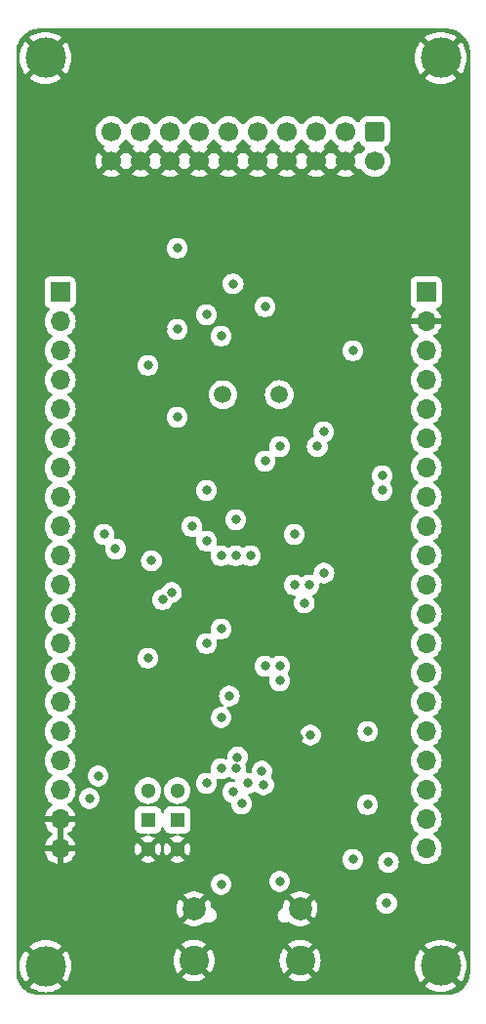
<source format=gbr>
%TF.GenerationSoftware,KiCad,Pcbnew,7.0.9*%
%TF.CreationDate,2023-12-16T00:26:42+09:00*%
%TF.ProjectId,STM32F405_dev_board,53544d33-3246-4343-9035-5f6465765f62,1.0.0*%
%TF.SameCoordinates,Original*%
%TF.FileFunction,Copper,L3,Inr*%
%TF.FilePolarity,Positive*%
%FSLAX46Y46*%
G04 Gerber Fmt 4.6, Leading zero omitted, Abs format (unit mm)*
G04 Created by KiCad (PCBNEW 7.0.9) date 2023-12-16 00:26:42*
%MOMM*%
%LPD*%
G01*
G04 APERTURE LIST*
G04 Aperture macros list*
%AMRoundRect*
0 Rectangle with rounded corners*
0 $1 Rounding radius*
0 $2 $3 $4 $5 $6 $7 $8 $9 X,Y pos of 4 corners*
0 Add a 4 corners polygon primitive as box body*
4,1,4,$2,$3,$4,$5,$6,$7,$8,$9,$2,$3,0*
0 Add four circle primitives for the rounded corners*
1,1,$1+$1,$2,$3*
1,1,$1+$1,$4,$5*
1,1,$1+$1,$6,$7*
1,1,$1+$1,$8,$9*
0 Add four rect primitives between the rounded corners*
20,1,$1+$1,$2,$3,$4,$5,0*
20,1,$1+$1,$4,$5,$6,$7,0*
20,1,$1+$1,$6,$7,$8,$9,0*
20,1,$1+$1,$8,$9,$2,$3,0*%
G04 Aperture macros list end*
%TA.AperFunction,ComponentPad*%
%ADD10R,1.300000X1.300000*%
%TD*%
%TA.AperFunction,ComponentPad*%
%ADD11C,1.300000*%
%TD*%
%TA.AperFunction,ComponentPad*%
%ADD12C,3.500000*%
%TD*%
%TA.AperFunction,ComponentPad*%
%ADD13C,2.000000*%
%TD*%
%TA.AperFunction,ComponentPad*%
%ADD14C,2.565000*%
%TD*%
%TA.AperFunction,ComponentPad*%
%ADD15RoundRect,0.250000X-0.600000X0.600000X-0.600000X-0.600000X0.600000X-0.600000X0.600000X0.600000X0*%
%TD*%
%TA.AperFunction,ComponentPad*%
%ADD16C,1.700000*%
%TD*%
%TA.AperFunction,ComponentPad*%
%ADD17R,1.700000X1.700000*%
%TD*%
%TA.AperFunction,ComponentPad*%
%ADD18O,1.700000X1.700000*%
%TD*%
%TA.AperFunction,ComponentPad*%
%ADD19C,1.500000*%
%TD*%
%TA.AperFunction,ViaPad*%
%ADD20C,0.800000*%
%TD*%
G04 APERTURE END LIST*
D10*
%TO.N,Net-(S2-COM)*%
%TO.C,S2*%
X137160000Y-126365000D03*
D11*
%TO.N,GND*%
X137160000Y-128905000D03*
%TO.N,VCC3V3*%
X137160000Y-123825000D03*
%TD*%
D12*
%TO.N,GND*%
%TO.C,REF\u002A\u002A*%
X162560000Y-60270000D03*
%TD*%
D13*
%TO.N,GND*%
%TO.C,J6*%
X141148000Y-134057000D03*
X150368000Y-134057000D03*
D14*
X141148000Y-138557000D03*
X150368000Y-138557000D03*
%TD*%
D12*
%TO.N,GND*%
%TO.C,REF\u002A\u002A*%
X128285913Y-139053348D03*
%TD*%
%TO.N,GND*%
%TO.C,REF\u002A\u002A*%
X128270000Y-60270000D03*
%TD*%
D15*
%TO.N,VCC3V3*%
%TO.C,J1*%
X156845000Y-66675000D03*
D16*
X156845000Y-69215000D03*
%TO.N,JNTRST*%
X154305000Y-66675000D03*
%TO.N,GND*%
X154305000Y-69215000D03*
%TO.N,JTDI*%
X151765000Y-66675000D03*
%TO.N,GND*%
X151765000Y-69215000D03*
%TO.N,JTMS{slash}SWDIO*%
X149225000Y-66675000D03*
%TO.N,GND*%
X149225000Y-69215000D03*
%TO.N,JTCK{slash}SWCLK*%
X146685000Y-66675000D03*
%TO.N,GND*%
X146685000Y-69215000D03*
%TO.N,Net-(J1-RTCK)*%
X144145000Y-66675000D03*
%TO.N,GND*%
X144145000Y-69215000D03*
%TO.N,JTDO*%
X141605000Y-66675000D03*
%TO.N,GND*%
X141605000Y-69215000D03*
%TO.N,RESET*%
X139065000Y-66675000D03*
%TO.N,GND*%
X139065000Y-69215000D03*
%TO.N,Net-(J1-DBGRQ{slash}NC)*%
X136525000Y-66675000D03*
%TO.N,GND*%
X136525000Y-69215000D03*
%TO.N,Net-(J1-DBGACK{slash}NC)*%
X133985000Y-66675000D03*
%TO.N,GND*%
X133985000Y-69215000D03*
%TD*%
D17*
%TO.N,VCC3V3*%
%TO.C,J3*%
X161290000Y-80590000D03*
D18*
%TO.N,GND*%
X161290000Y-83130000D03*
%TO.N,5V*%
X161290000Y-85670000D03*
%TO.N,PC12*%
X161290000Y-88210000D03*
%TO.N,PC11*%
X161290000Y-90750000D03*
%TO.N,PC10*%
X161290000Y-93290000D03*
%TO.N,PA10{slash}USART1_RX*%
X161290000Y-95830000D03*
%TO.N,PA9{slash}USART1_TX*%
X161290000Y-98370000D03*
%TO.N,PA8*%
X161290000Y-100910000D03*
%TO.N,PC9*%
X161290000Y-103450000D03*
%TO.N,PC8*%
X161290000Y-105990000D03*
%TO.N,PC7*%
X161290000Y-108530000D03*
%TO.N,PC6*%
X161290000Y-111070000D03*
%TO.N,PB15*%
X161290000Y-113610000D03*
%TO.N,PB14*%
X161290000Y-116150000D03*
%TO.N,PB13*%
X161290000Y-118690000D03*
%TO.N,PB12*%
X161290000Y-121230000D03*
%TO.N,PB11*%
X161290000Y-123770000D03*
%TO.N,PB10*%
X161290000Y-126310000D03*
%TO.N,PB1*%
X161290000Y-128850000D03*
%TD*%
D12*
%TO.N,GND*%
%TO.C,REF\u002A\u002A*%
X162560000Y-139010000D03*
%TD*%
D10*
%TO.N,Net-(S3-COM)*%
%TO.C,S3*%
X139700000Y-126365000D03*
D11*
%TO.N,GND*%
X139700000Y-128905000D03*
%TO.N,VCC3V3*%
X139700000Y-123825000D03*
%TD*%
D19*
%TO.N,OSC_OUT*%
%TO.C,Y1*%
X148550000Y-89480000D03*
%TO.N,OSC_IN*%
X143670000Y-89480000D03*
%TD*%
D17*
%TO.N,VBAT*%
%TO.C,J2*%
X129540000Y-80590000D03*
D18*
%TO.N,PB6*%
X129540000Y-83130000D03*
%TO.N,PB7*%
X129540000Y-85670000D03*
%TO.N,PB8*%
X129540000Y-88210000D03*
%TO.N,PB9*%
X129540000Y-90750000D03*
%TO.N,PC13*%
X129540000Y-93290000D03*
%TO.N,PA5*%
X129540000Y-95830000D03*
%TO.N,PA6*%
X129540000Y-98370000D03*
%TO.N,PC0*%
X129540000Y-100910000D03*
%TO.N,PC1*%
X129540000Y-103450000D03*
%TO.N,PC2*%
X129540000Y-105990000D03*
%TO.N,PC3*%
X129540000Y-108530000D03*
%TO.N,PA0*%
X129540000Y-111070000D03*
%TO.N,PA1*%
X129540000Y-113610000D03*
%TO.N,PA2*%
X129540000Y-116150000D03*
%TO.N,PA3*%
X129540000Y-118690000D03*
%TO.N,RESET*%
X129540000Y-121230000D03*
%TO.N,VCC3V3*%
X129540000Y-123770000D03*
%TO.N,GND*%
X129540000Y-126310000D03*
X129540000Y-128850000D03*
%TD*%
D20*
%TO.N,OSC_IN*%
X139210270Y-106635353D03*
X140970000Y-100910000D03*
%TO.N,OSC_OUT*%
X142240000Y-102180000D03*
X142240000Y-111070000D03*
%TO.N,OSC32_IN*%
X147320000Y-95250000D03*
X142240000Y-82550000D03*
X139700000Y-83820000D03*
X152400000Y-92710000D03*
X134345500Y-102870000D03*
%TO.N,OSC32_OUT*%
X149860000Y-101600000D03*
X139700000Y-91440000D03*
X142240000Y-97790000D03*
X133350000Y-101600000D03*
X144780000Y-100330000D03*
%TO.N,PA4*%
X142240000Y-123190000D03*
X145805012Y-123181153D03*
%TO.N,PA12*%
X157480000Y-96520000D03*
%TO.N,PA11*%
X157480000Y-97790000D03*
%TO.N,JNTRST*%
X144780000Y-103450000D03*
%TO.N,JTDI*%
X139700000Y-76780000D03*
X149860000Y-105990000D03*
%TO.N,JTMS{slash}SWDIO*%
X148590000Y-93980000D03*
X152434073Y-104953220D03*
X151854500Y-93980000D03*
%TO.N,JTCK{slash}SWCLK*%
X151130000Y-105990000D03*
%TO.N,JTDO*%
X143510000Y-84400000D03*
X144546054Y-79865958D03*
X146050000Y-103450000D03*
X147320000Y-81860000D03*
%TO.N,PA5*%
X143510000Y-121920000D03*
%TO.N,PA6*%
X144780000Y-121920000D03*
%TO.N,PB11*%
X147042557Y-122132652D03*
%TO.N,PB10*%
X147197652Y-123312348D03*
%TO.N,PB1*%
X144929500Y-120920497D03*
%TO.N,BOOT0*%
X143510000Y-109800000D03*
X132080000Y-124509500D03*
%TO.N,RESET*%
X143510000Y-103450000D03*
X137160000Y-112340000D03*
X154940000Y-85670000D03*
X132842000Y-122555000D03*
%TO.N,GND*%
X142240000Y-131445000D03*
X142205000Y-117475000D03*
X142218369Y-113562009D03*
X154940000Y-118690000D03*
X150241000Y-132080000D03*
X153670000Y-132080000D03*
X154109124Y-109595109D03*
X133959600Y-119811800D03*
X150215600Y-119253000D03*
X135722701Y-97957299D03*
X138430000Y-83820000D03*
%TO.N,5V*%
X143510000Y-131953000D03*
X156210000Y-118690000D03*
X156210000Y-125040000D03*
X147320000Y-113030000D03*
X158025500Y-130048000D03*
X154935701Y-129789701D03*
X148590000Y-131699000D03*
%TO.N,VCC3V3*%
X144221200Y-115620800D03*
X143510000Y-117475000D03*
X137464800Y-103886000D03*
X150723600Y-107543600D03*
X151257000Y-118999000D03*
%TO.N,VBAT*%
X137160000Y-86940000D03*
X138430000Y-107260000D03*
%TO.N,USBDP*%
X157861000Y-133604000D03*
X144526000Y-123952000D03*
%TO.N,USBDM*%
X145288000Y-124968000D03*
%TO.N,PA10{slash}USART1_RX*%
X148590000Y-113030000D03*
%TO.N,PA9{slash}USART1_TX*%
X148590000Y-114300000D03*
%TD*%
%TA.AperFunction,Conductor*%
%TO.N,GND*%
G36*
X129790000Y-128414498D02*
G01*
X129682315Y-128365320D01*
X129575763Y-128350000D01*
X129504237Y-128350000D01*
X129397685Y-128365320D01*
X129290000Y-128414498D01*
X129290000Y-126745501D01*
X129397685Y-126794680D01*
X129504237Y-126810000D01*
X129575763Y-126810000D01*
X129682315Y-126794680D01*
X129790000Y-126745501D01*
X129790000Y-128414498D01*
G37*
%TD.AperFunction*%
%TA.AperFunction,Conductor*%
G36*
X135339855Y-67341546D02*
G01*
X135356575Y-67360842D01*
X135486500Y-67546395D01*
X135486505Y-67546401D01*
X135653599Y-67713495D01*
X135839594Y-67843730D01*
X135883218Y-67898307D01*
X135890411Y-67967806D01*
X135858889Y-68030160D01*
X135839593Y-68046880D01*
X135763626Y-68100072D01*
X135763625Y-68100072D01*
X136392466Y-68728913D01*
X136382685Y-68730320D01*
X136251900Y-68790048D01*
X136143239Y-68884202D01*
X136065507Y-69005156D01*
X136041923Y-69085476D01*
X135410072Y-68453625D01*
X135410072Y-68453626D01*
X135356574Y-68530030D01*
X135301998Y-68573655D01*
X135232499Y-68580849D01*
X135170144Y-68549326D01*
X135153424Y-68530030D01*
X135099925Y-68453626D01*
X135099925Y-68453625D01*
X134468076Y-69085475D01*
X134444493Y-69005156D01*
X134366761Y-68884202D01*
X134258100Y-68790048D01*
X134127315Y-68730320D01*
X134117533Y-68728913D01*
X134746373Y-68100073D01*
X134746373Y-68100072D01*
X134670405Y-68046880D01*
X134626780Y-67992304D01*
X134619586Y-67922805D01*
X134651108Y-67860451D01*
X134670399Y-67843734D01*
X134856401Y-67713495D01*
X135023495Y-67546401D01*
X135153425Y-67360842D01*
X135208002Y-67317217D01*
X135277500Y-67310023D01*
X135339855Y-67341546D01*
G37*
%TD.AperFunction*%
%TA.AperFunction,Conductor*%
G36*
X148039855Y-67341546D02*
G01*
X148056575Y-67360842D01*
X148186500Y-67546395D01*
X148186505Y-67546401D01*
X148353599Y-67713495D01*
X148539594Y-67843730D01*
X148583218Y-67898307D01*
X148590411Y-67967806D01*
X148558889Y-68030160D01*
X148539593Y-68046880D01*
X148463626Y-68100072D01*
X148463625Y-68100072D01*
X149092466Y-68728913D01*
X149082685Y-68730320D01*
X148951900Y-68790048D01*
X148843239Y-68884202D01*
X148765507Y-69005156D01*
X148741923Y-69085476D01*
X148110072Y-68453625D01*
X148110072Y-68453626D01*
X148056574Y-68530030D01*
X148001998Y-68573655D01*
X147932499Y-68580849D01*
X147870144Y-68549326D01*
X147853424Y-68530030D01*
X147799925Y-68453626D01*
X147799925Y-68453625D01*
X147168076Y-69085475D01*
X147144493Y-69005156D01*
X147066761Y-68884202D01*
X146958100Y-68790048D01*
X146827315Y-68730320D01*
X146817533Y-68728913D01*
X147446373Y-68100073D01*
X147446373Y-68100072D01*
X147370405Y-68046880D01*
X147326780Y-67992304D01*
X147319586Y-67922805D01*
X147351108Y-67860451D01*
X147370399Y-67843734D01*
X147556401Y-67713495D01*
X147723495Y-67546401D01*
X147853425Y-67360842D01*
X147908002Y-67317217D01*
X147977500Y-67310023D01*
X148039855Y-67341546D01*
G37*
%TD.AperFunction*%
%TA.AperFunction,Conductor*%
G36*
X137879855Y-67341546D02*
G01*
X137896575Y-67360842D01*
X138026500Y-67546395D01*
X138026505Y-67546401D01*
X138193599Y-67713495D01*
X138379594Y-67843730D01*
X138423218Y-67898307D01*
X138430411Y-67967806D01*
X138398889Y-68030160D01*
X138379593Y-68046880D01*
X138303626Y-68100072D01*
X138303625Y-68100072D01*
X138932466Y-68728913D01*
X138922685Y-68730320D01*
X138791900Y-68790048D01*
X138683239Y-68884202D01*
X138605507Y-69005156D01*
X138581923Y-69085475D01*
X137950073Y-68453625D01*
X137950072Y-68453626D01*
X137896574Y-68530030D01*
X137841998Y-68573655D01*
X137772499Y-68580849D01*
X137710144Y-68549326D01*
X137693424Y-68530030D01*
X137639925Y-68453626D01*
X137639925Y-68453625D01*
X137008076Y-69085475D01*
X136984493Y-69005156D01*
X136906761Y-68884202D01*
X136798100Y-68790048D01*
X136667315Y-68730320D01*
X136657533Y-68728913D01*
X137286373Y-68100073D01*
X137286373Y-68100072D01*
X137210405Y-68046880D01*
X137166780Y-67992304D01*
X137159586Y-67922805D01*
X137191108Y-67860451D01*
X137210399Y-67843734D01*
X137396401Y-67713495D01*
X137563495Y-67546401D01*
X137693425Y-67360842D01*
X137748002Y-67317217D01*
X137817500Y-67310023D01*
X137879855Y-67341546D01*
G37*
%TD.AperFunction*%
%TA.AperFunction,Conductor*%
G36*
X140419855Y-67341546D02*
G01*
X140436575Y-67360842D01*
X140566500Y-67546395D01*
X140566505Y-67546401D01*
X140733599Y-67713495D01*
X140919594Y-67843730D01*
X140963218Y-67898307D01*
X140970411Y-67967806D01*
X140938889Y-68030160D01*
X140919593Y-68046880D01*
X140843626Y-68100072D01*
X140843625Y-68100072D01*
X141472466Y-68728913D01*
X141462685Y-68730320D01*
X141331900Y-68790048D01*
X141223239Y-68884202D01*
X141145507Y-69005156D01*
X141121923Y-69085475D01*
X140490073Y-68453625D01*
X140490072Y-68453626D01*
X140436574Y-68530030D01*
X140381998Y-68573655D01*
X140312499Y-68580849D01*
X140250144Y-68549326D01*
X140233424Y-68530030D01*
X140179925Y-68453626D01*
X140179925Y-68453625D01*
X139548076Y-69085475D01*
X139524493Y-69005156D01*
X139446761Y-68884202D01*
X139338100Y-68790048D01*
X139207315Y-68730320D01*
X139197533Y-68728913D01*
X139826373Y-68100073D01*
X139826373Y-68100072D01*
X139750405Y-68046880D01*
X139706780Y-67992304D01*
X139699586Y-67922805D01*
X139731108Y-67860451D01*
X139750399Y-67843734D01*
X139936401Y-67713495D01*
X140103495Y-67546401D01*
X140233425Y-67360842D01*
X140288002Y-67317217D01*
X140357500Y-67310023D01*
X140419855Y-67341546D01*
G37*
%TD.AperFunction*%
%TA.AperFunction,Conductor*%
G36*
X142959855Y-67341546D02*
G01*
X142976575Y-67360842D01*
X143106500Y-67546395D01*
X143106505Y-67546401D01*
X143273599Y-67713495D01*
X143459594Y-67843730D01*
X143503218Y-67898307D01*
X143510411Y-67967806D01*
X143478889Y-68030160D01*
X143459593Y-68046880D01*
X143383626Y-68100072D01*
X143383625Y-68100072D01*
X144012466Y-68728913D01*
X144002685Y-68730320D01*
X143871900Y-68790048D01*
X143763239Y-68884202D01*
X143685507Y-69005156D01*
X143661923Y-69085475D01*
X143030073Y-68453625D01*
X143030072Y-68453626D01*
X142976574Y-68530030D01*
X142921998Y-68573655D01*
X142852499Y-68580849D01*
X142790144Y-68549326D01*
X142773424Y-68530030D01*
X142719925Y-68453626D01*
X142719925Y-68453625D01*
X142088076Y-69085475D01*
X142064493Y-69005156D01*
X141986761Y-68884202D01*
X141878100Y-68790048D01*
X141747315Y-68730320D01*
X141737533Y-68728913D01*
X142366373Y-68100073D01*
X142366373Y-68100072D01*
X142290405Y-68046880D01*
X142246780Y-67992304D01*
X142239586Y-67922805D01*
X142271108Y-67860451D01*
X142290399Y-67843734D01*
X142476401Y-67713495D01*
X142643495Y-67546401D01*
X142773425Y-67360842D01*
X142828002Y-67317217D01*
X142897500Y-67310023D01*
X142959855Y-67341546D01*
G37*
%TD.AperFunction*%
%TA.AperFunction,Conductor*%
G36*
X145499855Y-67341546D02*
G01*
X145516575Y-67360842D01*
X145646500Y-67546395D01*
X145646505Y-67546401D01*
X145813599Y-67713495D01*
X145999594Y-67843730D01*
X146043218Y-67898307D01*
X146050411Y-67967806D01*
X146018889Y-68030160D01*
X145999593Y-68046880D01*
X145923626Y-68100072D01*
X145923625Y-68100072D01*
X146552466Y-68728913D01*
X146542685Y-68730320D01*
X146411900Y-68790048D01*
X146303239Y-68884202D01*
X146225507Y-69005156D01*
X146201923Y-69085475D01*
X145570073Y-68453625D01*
X145570072Y-68453626D01*
X145516574Y-68530030D01*
X145461998Y-68573655D01*
X145392499Y-68580849D01*
X145330144Y-68549326D01*
X145313424Y-68530030D01*
X145259925Y-68453626D01*
X145259925Y-68453625D01*
X144628076Y-69085475D01*
X144604493Y-69005156D01*
X144526761Y-68884202D01*
X144418100Y-68790048D01*
X144287315Y-68730320D01*
X144277533Y-68728913D01*
X144906373Y-68100073D01*
X144906373Y-68100072D01*
X144830405Y-68046880D01*
X144786780Y-67992304D01*
X144779586Y-67922805D01*
X144811108Y-67860451D01*
X144830399Y-67843734D01*
X145016401Y-67713495D01*
X145183495Y-67546401D01*
X145313425Y-67360842D01*
X145368002Y-67317217D01*
X145437500Y-67310023D01*
X145499855Y-67341546D01*
G37*
%TD.AperFunction*%
%TA.AperFunction,Conductor*%
G36*
X150579855Y-67341546D02*
G01*
X150596575Y-67360842D01*
X150726500Y-67546395D01*
X150726505Y-67546401D01*
X150893599Y-67713495D01*
X151079594Y-67843730D01*
X151123218Y-67898307D01*
X151130411Y-67967806D01*
X151098889Y-68030160D01*
X151079593Y-68046880D01*
X151003626Y-68100072D01*
X151003625Y-68100072D01*
X151632466Y-68728913D01*
X151622685Y-68730320D01*
X151491900Y-68790048D01*
X151383239Y-68884202D01*
X151305507Y-69005156D01*
X151281923Y-69085475D01*
X150650073Y-68453625D01*
X150650072Y-68453626D01*
X150596574Y-68530030D01*
X150541998Y-68573655D01*
X150472499Y-68580849D01*
X150410144Y-68549326D01*
X150393424Y-68530030D01*
X150339925Y-68453626D01*
X150339925Y-68453625D01*
X149708076Y-69085475D01*
X149684493Y-69005156D01*
X149606761Y-68884202D01*
X149498100Y-68790048D01*
X149367315Y-68730320D01*
X149357533Y-68728913D01*
X149986373Y-68100073D01*
X149986373Y-68100072D01*
X149910405Y-68046880D01*
X149866780Y-67992304D01*
X149859586Y-67922805D01*
X149891108Y-67860451D01*
X149910399Y-67843734D01*
X150096401Y-67713495D01*
X150263495Y-67546401D01*
X150393425Y-67360842D01*
X150448002Y-67317217D01*
X150517500Y-67310023D01*
X150579855Y-67341546D01*
G37*
%TD.AperFunction*%
%TA.AperFunction,Conductor*%
G36*
X153119855Y-67341546D02*
G01*
X153136575Y-67360842D01*
X153266500Y-67546395D01*
X153266505Y-67546401D01*
X153433599Y-67713495D01*
X153619594Y-67843730D01*
X153663218Y-67898307D01*
X153670411Y-67967806D01*
X153638889Y-68030160D01*
X153619593Y-68046880D01*
X153543626Y-68100072D01*
X153543625Y-68100072D01*
X154172466Y-68728913D01*
X154162685Y-68730320D01*
X154031900Y-68790048D01*
X153923239Y-68884202D01*
X153845507Y-69005156D01*
X153821923Y-69085475D01*
X153190073Y-68453625D01*
X153190072Y-68453626D01*
X153136574Y-68530030D01*
X153081998Y-68573655D01*
X153012499Y-68580849D01*
X152950144Y-68549326D01*
X152933424Y-68530030D01*
X152879925Y-68453626D01*
X152879925Y-68453625D01*
X152248076Y-69085475D01*
X152224493Y-69005156D01*
X152146761Y-68884202D01*
X152038100Y-68790048D01*
X151907315Y-68730320D01*
X151897533Y-68728913D01*
X152526373Y-68100073D01*
X152526373Y-68100072D01*
X152450405Y-68046880D01*
X152406780Y-67992304D01*
X152399586Y-67922805D01*
X152431108Y-67860451D01*
X152450399Y-67843734D01*
X152636401Y-67713495D01*
X152803495Y-67546401D01*
X152933425Y-67360842D01*
X152988002Y-67317217D01*
X153057500Y-67310023D01*
X153119855Y-67341546D01*
G37*
%TD.AperFunction*%
%TA.AperFunction,Conductor*%
G36*
X155532038Y-67542053D02*
G01*
X155557335Y-67585733D01*
X155560186Y-67594334D01*
X155652288Y-67743656D01*
X155776344Y-67867712D01*
X155925666Y-67959814D01*
X155934264Y-67962663D01*
X155991707Y-68002433D01*
X156018531Y-68066948D01*
X156006217Y-68135724D01*
X155977234Y-68172483D01*
X155977427Y-68172676D01*
X155975798Y-68174304D01*
X155974975Y-68175349D01*
X155973599Y-68176503D01*
X155806505Y-68343597D01*
X155676269Y-68529595D01*
X155621692Y-68573220D01*
X155552194Y-68580414D01*
X155489839Y-68548891D01*
X155473119Y-68529595D01*
X155419925Y-68453626D01*
X155419925Y-68453625D01*
X154788076Y-69085475D01*
X154764493Y-69005156D01*
X154686761Y-68884202D01*
X154578100Y-68790048D01*
X154447315Y-68730320D01*
X154437533Y-68728913D01*
X155066373Y-68100073D01*
X155066373Y-68100072D01*
X154990405Y-68046880D01*
X154946780Y-67992304D01*
X154939586Y-67922805D01*
X154971108Y-67860451D01*
X154990399Y-67843734D01*
X155176401Y-67713495D01*
X155343495Y-67546401D01*
X155343504Y-67546388D01*
X155344636Y-67545040D01*
X155345293Y-67544602D01*
X155347323Y-67542573D01*
X155347730Y-67542980D01*
X155402805Y-67506334D01*
X155472666Y-67505220D01*
X155532038Y-67542053D01*
G37*
%TD.AperFunction*%
%TA.AperFunction,Conductor*%
G36*
X163102019Y-57730633D02*
G01*
X163137198Y-57732938D01*
X163183708Y-57735986D01*
X163365459Y-57748985D01*
X163373100Y-57750015D01*
X163466738Y-57768641D01*
X163489420Y-57773153D01*
X163515023Y-57778722D01*
X163633666Y-57804531D01*
X163640383Y-57806395D01*
X163759437Y-57846809D01*
X163856671Y-57883076D01*
X163891741Y-57896157D01*
X163897499Y-57898643D01*
X164012952Y-57955578D01*
X164134906Y-58022170D01*
X164139634Y-58025032D01*
X164196571Y-58063076D01*
X164246649Y-58096537D01*
X164249358Y-58098454D01*
X164358652Y-58180271D01*
X164362345Y-58183265D01*
X164459502Y-58268469D01*
X164462448Y-58271228D01*
X164558769Y-58367549D01*
X164561526Y-58370492D01*
X164646729Y-58467648D01*
X164649732Y-58471353D01*
X164678968Y-58510406D01*
X164731543Y-58580639D01*
X164733461Y-58583349D01*
X164804962Y-58690357D01*
X164807828Y-58695091D01*
X164874421Y-58817047D01*
X164931355Y-58932499D01*
X164933841Y-58938257D01*
X164970212Y-59035768D01*
X164983196Y-59070578D01*
X164988289Y-59085581D01*
X165023597Y-59189596D01*
X165025472Y-59196352D01*
X165056846Y-59340579D01*
X165079980Y-59456880D01*
X165081015Y-59464560D01*
X165094017Y-59646350D01*
X165099367Y-59727966D01*
X165099500Y-59732023D01*
X165099500Y-139547975D01*
X165099367Y-139552032D01*
X165094017Y-139633648D01*
X165081015Y-139815438D01*
X165079980Y-139823118D01*
X165056846Y-139939420D01*
X165025472Y-140083646D01*
X165023597Y-140090401D01*
X165007310Y-140138383D01*
X164983208Y-140209388D01*
X164983195Y-140209425D01*
X164933841Y-140341741D01*
X164931355Y-140347499D01*
X164874421Y-140462952D01*
X164807828Y-140584907D01*
X164804961Y-140589641D01*
X164733461Y-140696649D01*
X164731543Y-140699359D01*
X164649744Y-140808631D01*
X164646723Y-140812357D01*
X164561529Y-140909502D01*
X164558755Y-140912464D01*
X164462464Y-141008755D01*
X164459502Y-141011529D01*
X164362357Y-141096723D01*
X164358631Y-141099744D01*
X164249359Y-141181543D01*
X164246649Y-141183461D01*
X164139641Y-141254961D01*
X164134907Y-141257828D01*
X164012952Y-141324421D01*
X163897499Y-141381355D01*
X163891741Y-141383841D01*
X163770956Y-141428893D01*
X163759418Y-141433197D01*
X163640401Y-141473597D01*
X163633646Y-141475472D01*
X163489420Y-141506846D01*
X163373118Y-141529980D01*
X163365438Y-141531015D01*
X163183648Y-141544017D01*
X163132582Y-141547364D01*
X163102025Y-141549367D01*
X163097976Y-141549500D01*
X128391830Y-141549500D01*
X128324791Y-141529815D01*
X128284187Y-141482956D01*
X128268198Y-141512658D01*
X128207075Y-141546507D01*
X128179996Y-141549500D01*
X127732024Y-141549500D01*
X127727974Y-141549367D01*
X127684336Y-141546507D01*
X127646350Y-141544017D01*
X127464560Y-141531015D01*
X127456880Y-141529980D01*
X127340579Y-141506846D01*
X127196352Y-141475472D01*
X127189596Y-141473597D01*
X127157881Y-141462831D01*
X127070578Y-141433196D01*
X127035768Y-141420212D01*
X126938257Y-141383841D01*
X126932499Y-141381355D01*
X126817047Y-141324421D01*
X126695091Y-141257828D01*
X126690357Y-141254962D01*
X126583349Y-141183461D01*
X126580639Y-141181543D01*
X126520515Y-141136535D01*
X126471353Y-141099732D01*
X126467648Y-141096729D01*
X126370492Y-141011526D01*
X126367549Y-141008769D01*
X126271228Y-140912448D01*
X126268469Y-140909502D01*
X126209467Y-140842223D01*
X126183265Y-140812345D01*
X126180271Y-140808652D01*
X126098454Y-140699358D01*
X126096537Y-140696649D01*
X126025036Y-140589641D01*
X126022170Y-140584906D01*
X125955578Y-140462952D01*
X125898643Y-140347499D01*
X125896157Y-140341741D01*
X125880469Y-140299681D01*
X125846805Y-140209425D01*
X125806395Y-140090383D01*
X125804531Y-140083666D01*
X125773153Y-139939420D01*
X125761053Y-139878592D01*
X125750015Y-139823100D01*
X125748985Y-139815459D01*
X125735986Y-139633708D01*
X125731414Y-139563942D01*
X125730633Y-139552019D01*
X125730500Y-139547964D01*
X125730500Y-139053348D01*
X126031085Y-139053348D01*
X126050375Y-139347660D01*
X126050377Y-139347672D01*
X126107914Y-139636932D01*
X126107918Y-139636947D01*
X126202725Y-139916236D01*
X126333171Y-140180754D01*
X126333178Y-140180767D01*
X126497035Y-140425996D01*
X126526319Y-140459387D01*
X127350123Y-139635583D01*
X127450807Y-139776972D01*
X127602845Y-139921940D01*
X127705135Y-139987677D01*
X126879872Y-140812940D01*
X126879872Y-140812941D01*
X126913257Y-140842220D01*
X126913261Y-140842223D01*
X127158493Y-141006082D01*
X127158506Y-141006089D01*
X127423024Y-141136535D01*
X127702313Y-141231342D01*
X127702328Y-141231346D01*
X127991588Y-141288883D01*
X127991600Y-141288885D01*
X128188106Y-141301765D01*
X128253714Y-141325792D01*
X128286695Y-141369307D01*
X128298117Y-141344297D01*
X128356895Y-141306523D01*
X128383720Y-141301765D01*
X128580225Y-141288885D01*
X128580237Y-141288883D01*
X128869497Y-141231346D01*
X128869512Y-141231342D01*
X129148801Y-141136535D01*
X129413319Y-141006089D01*
X129413332Y-141006082D01*
X129658563Y-140842225D01*
X129691952Y-140812941D01*
X129691953Y-140812940D01*
X128869219Y-139990207D01*
X128883323Y-139982937D01*
X129048453Y-139853077D01*
X129186023Y-139694313D01*
X129220578Y-139634461D01*
X130045505Y-140459388D01*
X130045506Y-140459387D01*
X130074790Y-140425998D01*
X130238647Y-140180767D01*
X130238654Y-140180754D01*
X130369100Y-139916236D01*
X130463907Y-139636947D01*
X130463911Y-139636932D01*
X130521448Y-139347672D01*
X130521450Y-139347660D01*
X130540740Y-139053348D01*
X130521450Y-138759035D01*
X130521448Y-138759023D01*
X130481264Y-138557004D01*
X139360502Y-138557004D01*
X139380465Y-138823403D01*
X139380466Y-138823408D01*
X139439912Y-139083860D01*
X139439918Y-139083879D01*
X139537520Y-139332566D01*
X139671099Y-139563931D01*
X139671106Y-139563942D01*
X139722747Y-139628697D01*
X139722748Y-139628697D01*
X140393068Y-138958377D01*
X140436153Y-139039644D01*
X140556550Y-139181387D01*
X140704602Y-139293933D01*
X140745635Y-139312917D01*
X140075442Y-139983109D01*
X140254250Y-140105018D01*
X140254258Y-140105023D01*
X140494951Y-140220933D01*
X140494949Y-140220933D01*
X140750242Y-140299681D01*
X140750248Y-140299683D01*
X141014412Y-140339499D01*
X141014421Y-140339500D01*
X141281579Y-140339500D01*
X141281587Y-140339499D01*
X141545751Y-140299683D01*
X141545757Y-140299681D01*
X141801049Y-140220933D01*
X142041741Y-140105023D01*
X142041742Y-140105022D01*
X142220556Y-139983109D01*
X141550252Y-139312805D01*
X141668475Y-139241673D01*
X141803491Y-139113779D01*
X141906461Y-138961908D01*
X142573250Y-139628697D01*
X142573251Y-139628696D01*
X142624902Y-139563929D01*
X142758479Y-139332566D01*
X142856081Y-139083879D01*
X142856087Y-139083860D01*
X142915533Y-138823408D01*
X142915534Y-138823403D01*
X142935498Y-138557004D01*
X148580502Y-138557004D01*
X148600465Y-138823403D01*
X148600466Y-138823408D01*
X148659912Y-139083860D01*
X148659918Y-139083879D01*
X148757520Y-139332566D01*
X148891099Y-139563931D01*
X148891106Y-139563942D01*
X148942747Y-139628697D01*
X148942748Y-139628697D01*
X149613068Y-138958377D01*
X149656153Y-139039644D01*
X149776550Y-139181387D01*
X149924602Y-139293933D01*
X149965635Y-139312917D01*
X149295442Y-139983109D01*
X149474250Y-140105018D01*
X149474258Y-140105023D01*
X149714951Y-140220933D01*
X149714949Y-140220933D01*
X149970242Y-140299681D01*
X149970248Y-140299683D01*
X150234412Y-140339499D01*
X150234421Y-140339500D01*
X150501579Y-140339500D01*
X150501587Y-140339499D01*
X150765751Y-140299683D01*
X150765757Y-140299681D01*
X151021049Y-140220933D01*
X151261741Y-140105023D01*
X151261742Y-140105022D01*
X151440556Y-139983109D01*
X150770252Y-139312805D01*
X150888475Y-139241673D01*
X151023491Y-139113779D01*
X151126461Y-138961908D01*
X151793250Y-139628697D01*
X151793251Y-139628696D01*
X151844902Y-139563929D01*
X151978479Y-139332566D01*
X152076081Y-139083879D01*
X152076087Y-139083860D01*
X152092945Y-139010000D01*
X160305172Y-139010000D01*
X160324462Y-139304312D01*
X160324464Y-139304324D01*
X160382001Y-139593584D01*
X160382005Y-139593599D01*
X160476812Y-139872888D01*
X160607258Y-140137406D01*
X160607265Y-140137419D01*
X160771122Y-140382648D01*
X160800406Y-140416039D01*
X161624210Y-139592235D01*
X161724894Y-139733624D01*
X161876932Y-139878592D01*
X161979222Y-139944329D01*
X161153959Y-140769592D01*
X161153959Y-140769593D01*
X161187344Y-140798872D01*
X161187348Y-140798875D01*
X161432580Y-140962734D01*
X161432593Y-140962741D01*
X161697111Y-141093187D01*
X161976400Y-141187994D01*
X161976415Y-141187998D01*
X162265675Y-141245535D01*
X162265687Y-141245537D01*
X162560000Y-141264827D01*
X162854312Y-141245537D01*
X162854324Y-141245535D01*
X163143584Y-141187998D01*
X163143599Y-141187994D01*
X163422888Y-141093187D01*
X163687406Y-140962741D01*
X163687419Y-140962734D01*
X163932650Y-140798877D01*
X163966039Y-140769593D01*
X163966040Y-140769592D01*
X163143306Y-139946859D01*
X163157410Y-139939589D01*
X163322540Y-139809729D01*
X163460110Y-139650965D01*
X163494665Y-139591112D01*
X164319592Y-140416040D01*
X164319593Y-140416039D01*
X164348877Y-140382650D01*
X164512734Y-140137419D01*
X164512741Y-140137406D01*
X164643187Y-139872888D01*
X164737994Y-139593599D01*
X164737998Y-139593584D01*
X164795535Y-139304324D01*
X164795537Y-139304312D01*
X164814827Y-139010000D01*
X164795537Y-138715687D01*
X164795535Y-138715675D01*
X164737998Y-138426415D01*
X164737994Y-138426400D01*
X164643187Y-138147111D01*
X164512741Y-137882593D01*
X164512734Y-137882580D01*
X164348875Y-137637348D01*
X164348872Y-137637344D01*
X164319593Y-137603959D01*
X164319592Y-137603959D01*
X163495788Y-138427763D01*
X163395106Y-138286376D01*
X163243068Y-138141408D01*
X163140777Y-138075669D01*
X163966039Y-137250406D01*
X163932648Y-137221122D01*
X163687419Y-137057265D01*
X163687406Y-137057258D01*
X163422888Y-136926812D01*
X163143599Y-136832005D01*
X163143584Y-136832001D01*
X162854324Y-136774464D01*
X162854312Y-136774462D01*
X162560000Y-136755172D01*
X162265687Y-136774462D01*
X162265675Y-136774464D01*
X161976415Y-136832001D01*
X161976400Y-136832005D01*
X161697111Y-136926812D01*
X161432593Y-137057258D01*
X161432580Y-137057265D01*
X161187350Y-137221123D01*
X161153958Y-137250406D01*
X161976693Y-138073140D01*
X161962590Y-138080411D01*
X161797460Y-138210271D01*
X161659890Y-138369035D01*
X161625334Y-138428886D01*
X160800406Y-137603958D01*
X160771123Y-137637350D01*
X160607265Y-137882580D01*
X160607258Y-137882593D01*
X160476812Y-138147111D01*
X160382005Y-138426400D01*
X160382001Y-138426415D01*
X160324464Y-138715675D01*
X160324462Y-138715687D01*
X160305172Y-139010000D01*
X152092945Y-139010000D01*
X152135533Y-138823408D01*
X152135534Y-138823403D01*
X152155498Y-138557004D01*
X152155498Y-138556995D01*
X152135534Y-138290596D01*
X152135533Y-138290591D01*
X152076087Y-138030139D01*
X152076081Y-138030120D01*
X151978479Y-137781433D01*
X151844900Y-137550068D01*
X151844893Y-137550057D01*
X151793251Y-137485302D01*
X151793250Y-137485301D01*
X151122930Y-138155620D01*
X151079847Y-138074356D01*
X150959450Y-137932613D01*
X150811398Y-137820067D01*
X150770363Y-137801082D01*
X151440556Y-137130889D01*
X151261749Y-137008981D01*
X151261741Y-137008976D01*
X151021048Y-136893066D01*
X151021050Y-136893066D01*
X150765757Y-136814318D01*
X150765751Y-136814316D01*
X150501587Y-136774500D01*
X150234412Y-136774500D01*
X149970248Y-136814316D01*
X149970242Y-136814318D01*
X149714950Y-136893066D01*
X149474256Y-137008978D01*
X149474243Y-137008985D01*
X149295442Y-137130889D01*
X149965747Y-137801194D01*
X149847525Y-137872327D01*
X149712509Y-138000221D01*
X149609537Y-138152091D01*
X148942747Y-137485301D01*
X148891102Y-137550063D01*
X148757520Y-137781433D01*
X148659918Y-138030120D01*
X148659912Y-138030139D01*
X148600466Y-138290591D01*
X148600465Y-138290596D01*
X148580502Y-138556995D01*
X148580502Y-138557004D01*
X142935498Y-138557004D01*
X142935498Y-138556995D01*
X142915534Y-138290596D01*
X142915533Y-138290591D01*
X142856087Y-138030139D01*
X142856081Y-138030120D01*
X142758479Y-137781433D01*
X142624900Y-137550068D01*
X142624893Y-137550057D01*
X142573251Y-137485302D01*
X142573250Y-137485301D01*
X141902930Y-138155620D01*
X141859847Y-138074356D01*
X141739450Y-137932613D01*
X141591398Y-137820067D01*
X141550363Y-137801082D01*
X142220556Y-137130889D01*
X142041749Y-137008981D01*
X142041741Y-137008976D01*
X141801048Y-136893066D01*
X141801050Y-136893066D01*
X141545757Y-136814318D01*
X141545751Y-136814316D01*
X141281587Y-136774500D01*
X141014412Y-136774500D01*
X140750248Y-136814316D01*
X140750242Y-136814318D01*
X140494950Y-136893066D01*
X140254256Y-137008978D01*
X140254243Y-137008985D01*
X140075442Y-137130889D01*
X140745747Y-137801194D01*
X140627525Y-137872327D01*
X140492509Y-138000221D01*
X140389537Y-138152091D01*
X139722747Y-137485301D01*
X139671102Y-137550063D01*
X139537520Y-137781433D01*
X139439918Y-138030120D01*
X139439912Y-138030139D01*
X139380466Y-138290591D01*
X139380465Y-138290596D01*
X139360502Y-138556995D01*
X139360502Y-138557004D01*
X130481264Y-138557004D01*
X130463911Y-138469763D01*
X130463907Y-138469748D01*
X130369100Y-138190459D01*
X130238654Y-137925941D01*
X130238647Y-137925928D01*
X130074788Y-137680696D01*
X130074785Y-137680692D01*
X130045506Y-137647307D01*
X130045505Y-137647307D01*
X129221701Y-138471111D01*
X129121019Y-138329724D01*
X128968981Y-138184756D01*
X128866690Y-138119017D01*
X129691952Y-137293754D01*
X129658561Y-137264470D01*
X129413332Y-137100613D01*
X129413319Y-137100606D01*
X129148801Y-136970160D01*
X128869512Y-136875353D01*
X128869497Y-136875349D01*
X128580237Y-136817812D01*
X128580225Y-136817810D01*
X128285913Y-136798520D01*
X127991600Y-136817810D01*
X127991588Y-136817812D01*
X127702328Y-136875349D01*
X127702313Y-136875353D01*
X127423024Y-136970160D01*
X127158506Y-137100606D01*
X127158493Y-137100613D01*
X126913263Y-137264471D01*
X126879871Y-137293754D01*
X127702606Y-138116488D01*
X127688503Y-138123759D01*
X127523373Y-138253619D01*
X127385803Y-138412383D01*
X127351247Y-138472234D01*
X126526319Y-137647306D01*
X126497036Y-137680698D01*
X126333178Y-137925928D01*
X126333171Y-137925941D01*
X126202725Y-138190459D01*
X126107918Y-138469748D01*
X126107914Y-138469763D01*
X126050377Y-138759023D01*
X126050375Y-138759035D01*
X126031085Y-139053348D01*
X125730500Y-139053348D01*
X125730500Y-134057005D01*
X139642859Y-134057005D01*
X139663385Y-134304729D01*
X139663387Y-134304738D01*
X139724412Y-134545717D01*
X139824266Y-134773364D01*
X139924564Y-134926882D01*
X140393068Y-134458378D01*
X140436153Y-134539644D01*
X140556550Y-134681387D01*
X140704602Y-134793933D01*
X140745635Y-134812917D01*
X140277942Y-135280609D01*
X140324768Y-135317055D01*
X140324770Y-135317056D01*
X140543385Y-135435364D01*
X140543396Y-135435369D01*
X140778506Y-135516083D01*
X141023707Y-135557000D01*
X141272293Y-135557000D01*
X141517493Y-135516083D01*
X141752603Y-135435369D01*
X141752614Y-135435364D01*
X141971228Y-135317057D01*
X141971231Y-135317055D01*
X142076508Y-135235114D01*
X142141502Y-135209471D01*
X142210042Y-135223037D01*
X142212410Y-135224306D01*
X142216632Y-135226627D01*
X142375823Y-135267500D01*
X142375827Y-135267500D01*
X142498923Y-135267500D01*
X142498925Y-135267500D01*
X142498930Y-135267499D01*
X142498934Y-135267499D01*
X142512174Y-135265826D01*
X142621058Y-135252071D01*
X142773871Y-135191568D01*
X142773878Y-135191563D01*
X142906835Y-135094965D01*
X142906835Y-135094963D01*
X142906837Y-135094963D01*
X143011600Y-134968326D01*
X143081579Y-134819613D01*
X143112376Y-134658170D01*
X143107196Y-134575833D01*
X148403624Y-134575833D01*
X148413944Y-134739860D01*
X148464732Y-134896171D01*
X148464734Y-134896175D01*
X148552798Y-135034940D01*
X148672603Y-135147445D01*
X148672611Y-135147451D01*
X148816628Y-135226625D01*
X148816632Y-135226627D01*
X148975823Y-135267500D01*
X148975827Y-135267500D01*
X149098923Y-135267500D01*
X149098925Y-135267500D01*
X149098930Y-135267499D01*
X149098934Y-135267499D01*
X149112174Y-135265826D01*
X149221058Y-135252071D01*
X149314396Y-135215115D01*
X149383971Y-135208739D01*
X149436204Y-135232555D01*
X149544768Y-135317055D01*
X149544771Y-135317057D01*
X149763385Y-135435364D01*
X149763396Y-135435369D01*
X149998506Y-135516083D01*
X150243707Y-135557000D01*
X150492293Y-135557000D01*
X150737493Y-135516083D01*
X150972603Y-135435369D01*
X150972614Y-135435364D01*
X151191228Y-135317057D01*
X151191231Y-135317055D01*
X151238056Y-135280609D01*
X150770252Y-134812805D01*
X150888475Y-134741673D01*
X151023491Y-134613779D01*
X151126461Y-134461909D01*
X151591434Y-134926882D01*
X151691731Y-134773369D01*
X151791587Y-134545717D01*
X151852612Y-134304738D01*
X151852614Y-134304729D01*
X151873141Y-134057005D01*
X151873141Y-134056994D01*
X151852614Y-133809270D01*
X151852612Y-133809261D01*
X151800632Y-133604000D01*
X156955540Y-133604000D01*
X156975326Y-133792256D01*
X156975327Y-133792259D01*
X157033818Y-133972277D01*
X157033821Y-133972284D01*
X157128467Y-134136216D01*
X157245031Y-134265673D01*
X157255129Y-134276888D01*
X157408265Y-134388148D01*
X157408270Y-134388151D01*
X157581192Y-134465142D01*
X157581197Y-134465144D01*
X157766354Y-134504500D01*
X157766355Y-134504500D01*
X157955644Y-134504500D01*
X157955646Y-134504500D01*
X158140803Y-134465144D01*
X158313730Y-134388151D01*
X158466871Y-134276888D01*
X158593533Y-134136216D01*
X158688179Y-133972284D01*
X158746674Y-133792256D01*
X158766460Y-133604000D01*
X158746674Y-133415744D01*
X158688179Y-133235716D01*
X158593533Y-133071784D01*
X158466871Y-132931112D01*
X158466870Y-132931111D01*
X158313734Y-132819851D01*
X158313729Y-132819848D01*
X158140807Y-132742857D01*
X158140802Y-132742855D01*
X157995001Y-132711865D01*
X157955646Y-132703500D01*
X157766354Y-132703500D01*
X157733897Y-132710398D01*
X157581197Y-132742855D01*
X157581192Y-132742857D01*
X157408270Y-132819848D01*
X157408265Y-132819851D01*
X157255129Y-132931111D01*
X157128466Y-133071785D01*
X157033821Y-133235715D01*
X157033818Y-133235722D01*
X156989433Y-133372327D01*
X156975326Y-133415744D01*
X156955540Y-133604000D01*
X151800632Y-133604000D01*
X151791587Y-133568282D01*
X151691731Y-133340630D01*
X151591434Y-133187116D01*
X151122930Y-133655620D01*
X151079847Y-133574356D01*
X150959450Y-133432613D01*
X150811398Y-133320067D01*
X150770364Y-133301082D01*
X151238057Y-132833390D01*
X151238056Y-132833389D01*
X151191229Y-132796943D01*
X150972614Y-132678635D01*
X150972603Y-132678630D01*
X150737493Y-132597916D01*
X150492293Y-132557000D01*
X150243707Y-132557000D01*
X149998506Y-132597916D01*
X149763396Y-132678630D01*
X149763390Y-132678632D01*
X149544761Y-132796949D01*
X149497942Y-132833388D01*
X149497942Y-132833390D01*
X149965747Y-133301194D01*
X149847525Y-133372327D01*
X149712509Y-133500221D01*
X149609538Y-133652090D01*
X149144564Y-133187116D01*
X149044267Y-133340632D01*
X148944412Y-133568282D01*
X148883387Y-133809261D01*
X148883385Y-133809270D01*
X148874558Y-133915801D01*
X148849405Y-133980986D01*
X148796631Y-134020853D01*
X148742128Y-134042432D01*
X148742121Y-134042436D01*
X148609164Y-134139034D01*
X148609162Y-134139037D01*
X148504400Y-134265673D01*
X148434420Y-134414387D01*
X148419207Y-134494139D01*
X148403624Y-134575830D01*
X148403624Y-134575832D01*
X148403624Y-134575833D01*
X143107196Y-134575833D01*
X143102056Y-134494140D01*
X143051268Y-134337829D01*
X142963202Y-134199060D01*
X142963201Y-134199059D01*
X142843396Y-134086554D01*
X142843388Y-134086548D01*
X142704967Y-134010451D01*
X142655703Y-133960905D01*
X142641127Y-133912028D01*
X142632612Y-133809259D01*
X142571587Y-133568282D01*
X142471731Y-133340630D01*
X142371434Y-133187116D01*
X141902930Y-133655620D01*
X141859847Y-133574356D01*
X141739450Y-133432613D01*
X141591398Y-133320067D01*
X141550364Y-133301082D01*
X142018057Y-132833390D01*
X142018056Y-132833389D01*
X141971229Y-132796943D01*
X141752614Y-132678635D01*
X141752603Y-132678630D01*
X141517493Y-132597916D01*
X141272293Y-132557000D01*
X141023707Y-132557000D01*
X140778506Y-132597916D01*
X140543396Y-132678630D01*
X140543390Y-132678632D01*
X140324761Y-132796949D01*
X140277942Y-132833388D01*
X140277942Y-132833390D01*
X140745747Y-133301194D01*
X140627525Y-133372327D01*
X140492509Y-133500221D01*
X140389538Y-133652090D01*
X139924564Y-133187116D01*
X139824267Y-133340632D01*
X139724412Y-133568282D01*
X139663387Y-133809261D01*
X139663385Y-133809270D01*
X139642859Y-134056994D01*
X139642859Y-134057005D01*
X125730500Y-134057005D01*
X125730500Y-131953000D01*
X142604540Y-131953000D01*
X142624326Y-132141256D01*
X142624327Y-132141259D01*
X142682818Y-132321277D01*
X142682821Y-132321284D01*
X142777467Y-132485216D01*
X142842102Y-132557000D01*
X142904129Y-132625888D01*
X143057265Y-132737148D01*
X143057270Y-132737151D01*
X143230192Y-132814142D01*
X143230197Y-132814144D01*
X143415354Y-132853500D01*
X143415355Y-132853500D01*
X143604644Y-132853500D01*
X143604646Y-132853500D01*
X143789803Y-132814144D01*
X143962730Y-132737151D01*
X144115871Y-132625888D01*
X144242533Y-132485216D01*
X144337179Y-132321284D01*
X144395674Y-132141256D01*
X144415460Y-131953000D01*
X144395674Y-131764744D01*
X144374312Y-131699000D01*
X147684540Y-131699000D01*
X147704326Y-131887256D01*
X147704327Y-131887259D01*
X147762818Y-132067277D01*
X147762821Y-132067284D01*
X147857467Y-132231216D01*
X147938559Y-132321277D01*
X147984129Y-132371888D01*
X148137265Y-132483148D01*
X148137270Y-132483151D01*
X148310192Y-132560142D01*
X148310197Y-132560144D01*
X148495354Y-132599500D01*
X148495355Y-132599500D01*
X148684644Y-132599500D01*
X148684646Y-132599500D01*
X148869803Y-132560144D01*
X149042730Y-132483151D01*
X149195871Y-132371888D01*
X149322533Y-132231216D01*
X149417179Y-132067284D01*
X149475674Y-131887256D01*
X149495460Y-131699000D01*
X149475674Y-131510744D01*
X149417179Y-131330716D01*
X149322533Y-131166784D01*
X149195871Y-131026112D01*
X149195870Y-131026111D01*
X149042734Y-130914851D01*
X149042729Y-130914848D01*
X148869807Y-130837857D01*
X148869802Y-130837855D01*
X148724001Y-130806865D01*
X148684646Y-130798500D01*
X148495354Y-130798500D01*
X148462897Y-130805398D01*
X148310197Y-130837855D01*
X148310192Y-130837857D01*
X148137270Y-130914848D01*
X148137265Y-130914851D01*
X147984129Y-131026111D01*
X147857466Y-131166785D01*
X147762821Y-131330715D01*
X147762818Y-131330722D01*
X147704327Y-131510740D01*
X147704326Y-131510744D01*
X147684540Y-131699000D01*
X144374312Y-131699000D01*
X144337179Y-131584716D01*
X144242533Y-131420784D01*
X144115871Y-131280112D01*
X144115870Y-131280111D01*
X143962734Y-131168851D01*
X143962729Y-131168848D01*
X143789807Y-131091857D01*
X143789802Y-131091855D01*
X143644001Y-131060865D01*
X143604646Y-131052500D01*
X143415354Y-131052500D01*
X143382897Y-131059398D01*
X143230197Y-131091855D01*
X143230192Y-131091857D01*
X143057270Y-131168848D01*
X143057265Y-131168851D01*
X142904129Y-131280111D01*
X142777466Y-131420785D01*
X142682821Y-131584715D01*
X142682818Y-131584722D01*
X142624327Y-131764740D01*
X142624326Y-131764744D01*
X142604540Y-131953000D01*
X125730500Y-131953000D01*
X125730500Y-123770000D01*
X128184341Y-123770000D01*
X128204936Y-124005403D01*
X128204938Y-124005413D01*
X128266094Y-124233655D01*
X128266096Y-124233659D01*
X128266097Y-124233663D01*
X128359168Y-124433253D01*
X128365965Y-124447830D01*
X128365967Y-124447834D01*
X128472316Y-124599715D01*
X128489942Y-124624888D01*
X128501501Y-124641395D01*
X128501506Y-124641402D01*
X128668597Y-124808493D01*
X128668603Y-124808498D01*
X128730359Y-124851740D01*
X128851153Y-124936321D01*
X128854594Y-124938730D01*
X128898219Y-124993307D01*
X128905413Y-125062805D01*
X128873890Y-125125160D01*
X128854595Y-125141880D01*
X128668922Y-125271890D01*
X128668920Y-125271891D01*
X128501891Y-125438920D01*
X128501886Y-125438926D01*
X128366400Y-125632420D01*
X128366399Y-125632422D01*
X128266570Y-125846507D01*
X128266567Y-125846513D01*
X128209364Y-126059999D01*
X128209364Y-126060000D01*
X129106314Y-126060000D01*
X129080507Y-126100156D01*
X129040000Y-126238111D01*
X129040000Y-126381889D01*
X129080507Y-126519844D01*
X129106314Y-126560000D01*
X128209364Y-126560000D01*
X128266567Y-126773486D01*
X128266570Y-126773492D01*
X128366399Y-126987578D01*
X128501894Y-127181082D01*
X128668917Y-127348105D01*
X128855031Y-127478425D01*
X128898656Y-127533003D01*
X128905848Y-127602501D01*
X128874326Y-127664856D01*
X128855031Y-127681575D01*
X128668922Y-127811890D01*
X128668920Y-127811891D01*
X128501891Y-127978920D01*
X128501886Y-127978926D01*
X128366400Y-128172420D01*
X128366399Y-128172422D01*
X128266570Y-128386507D01*
X128266567Y-128386513D01*
X128209364Y-128599999D01*
X128209364Y-128600000D01*
X129106314Y-128600000D01*
X129080507Y-128640156D01*
X129040000Y-128778111D01*
X129040000Y-128921889D01*
X129080507Y-129059844D01*
X129106314Y-129100000D01*
X128209364Y-129100000D01*
X128266567Y-129313486D01*
X128266570Y-129313492D01*
X128366399Y-129527578D01*
X128501894Y-129721082D01*
X128668917Y-129888105D01*
X128862421Y-130023600D01*
X129076507Y-130123429D01*
X129076516Y-130123433D01*
X129290000Y-130180634D01*
X129290000Y-129285501D01*
X129397685Y-129334680D01*
X129504237Y-129350000D01*
X129575763Y-129350000D01*
X129682315Y-129334680D01*
X129790000Y-129285501D01*
X129790000Y-130180633D01*
X130003483Y-130123433D01*
X130003492Y-130123429D01*
X130217578Y-130023600D01*
X130411082Y-129888105D01*
X130578105Y-129721082D01*
X130713600Y-129527578D01*
X130813429Y-129313492D01*
X130813432Y-129313486D01*
X130870636Y-129100000D01*
X129973686Y-129100000D01*
X129999493Y-129059844D01*
X130040000Y-128921889D01*
X130040000Y-128778111D01*
X129999493Y-128640156D01*
X129973686Y-128600000D01*
X130870636Y-128600000D01*
X130870635Y-128599999D01*
X130813432Y-128386513D01*
X130813429Y-128386507D01*
X130713600Y-128172422D01*
X130713599Y-128172420D01*
X130578113Y-127978926D01*
X130578108Y-127978920D01*
X130411082Y-127811894D01*
X130224968Y-127681575D01*
X130181344Y-127626998D01*
X130174151Y-127557499D01*
X130205673Y-127495145D01*
X130224968Y-127478425D01*
X130411082Y-127348105D01*
X130578105Y-127181082D01*
X130713600Y-126987578D01*
X130813429Y-126773492D01*
X130813432Y-126773486D01*
X130870636Y-126560000D01*
X129973686Y-126560000D01*
X129999493Y-126519844D01*
X130040000Y-126381889D01*
X130040000Y-126238111D01*
X129999493Y-126100156D01*
X129973686Y-126060000D01*
X130870636Y-126060000D01*
X130870635Y-126059999D01*
X130813432Y-125846513D01*
X130813429Y-125846507D01*
X130713600Y-125632422D01*
X130713599Y-125632420D01*
X130578113Y-125438926D01*
X130578108Y-125438920D01*
X130411078Y-125271890D01*
X130225405Y-125141879D01*
X130181780Y-125087302D01*
X130174588Y-125017804D01*
X130206110Y-124955449D01*
X130225406Y-124938730D01*
X130225842Y-124938425D01*
X130411401Y-124808495D01*
X130578495Y-124641401D01*
X130670853Y-124509500D01*
X131174540Y-124509500D01*
X131194326Y-124697756D01*
X131194327Y-124697759D01*
X131252818Y-124877777D01*
X131252821Y-124877784D01*
X131347467Y-125041716D01*
X131450600Y-125156256D01*
X131474129Y-125182388D01*
X131627265Y-125293648D01*
X131627270Y-125293651D01*
X131800192Y-125370642D01*
X131800197Y-125370644D01*
X131985354Y-125410000D01*
X131985355Y-125410000D01*
X132174644Y-125410000D01*
X132174646Y-125410000D01*
X132359803Y-125370644D01*
X132532730Y-125293651D01*
X132685871Y-125182388D01*
X132812533Y-125041716D01*
X132907179Y-124877784D01*
X132965674Y-124697756D01*
X132985460Y-124509500D01*
X132965674Y-124321244D01*
X132907179Y-124141216D01*
X132812533Y-123977284D01*
X132685871Y-123836612D01*
X132670995Y-123825804D01*
X132669888Y-123825000D01*
X136004571Y-123825000D01*
X136024244Y-124037310D01*
X136080112Y-124233664D01*
X136082596Y-124242392D01*
X136082596Y-124242394D01*
X136177632Y-124433253D01*
X136303345Y-124599722D01*
X136306128Y-124603407D01*
X136463698Y-124747052D01*
X136644981Y-124859298D01*
X136843802Y-124936321D01*
X137016544Y-124968612D01*
X137078823Y-125000279D01*
X137114096Y-125060591D01*
X137111162Y-125130400D01*
X137070953Y-125187540D01*
X137006235Y-125213871D01*
X136993757Y-125214500D01*
X136462129Y-125214500D01*
X136462123Y-125214501D01*
X136402516Y-125220908D01*
X136267671Y-125271202D01*
X136267664Y-125271206D01*
X136152455Y-125357452D01*
X136152452Y-125357455D01*
X136066206Y-125472664D01*
X136066202Y-125472671D01*
X136015908Y-125607517D01*
X136013231Y-125632422D01*
X136009501Y-125667123D01*
X136009500Y-125667135D01*
X136009500Y-127062870D01*
X136009501Y-127062876D01*
X136015908Y-127122483D01*
X136066202Y-127257328D01*
X136066206Y-127257335D01*
X136152452Y-127372544D01*
X136152455Y-127372547D01*
X136267664Y-127458793D01*
X136267671Y-127458797D01*
X136402517Y-127509091D01*
X136402516Y-127509091D01*
X136409444Y-127509835D01*
X136462127Y-127515500D01*
X136996480Y-127515499D01*
X137063517Y-127535183D01*
X137109272Y-127587987D01*
X137119216Y-127657146D01*
X137090191Y-127720702D01*
X137031413Y-127758476D01*
X137019264Y-127761388D01*
X136843940Y-127794162D01*
X136645208Y-127871151D01*
X136645205Y-127871152D01*
X136542991Y-127934438D01*
X137115600Y-128507046D01*
X137034852Y-128519835D01*
X136921955Y-128577359D01*
X136832359Y-128666955D01*
X136774835Y-128779852D01*
X136762046Y-128860600D01*
X136186835Y-128285389D01*
X136178056Y-128297015D01*
X136083066Y-128487783D01*
X136083058Y-128487803D01*
X136024738Y-128692780D01*
X136024737Y-128692783D01*
X136005073Y-128904999D01*
X136005073Y-128905000D01*
X136024737Y-129117216D01*
X136024738Y-129117219D01*
X136083058Y-129322196D01*
X136083066Y-129322216D01*
X136178060Y-129512990D01*
X136186834Y-129524609D01*
X136186835Y-129524609D01*
X136762046Y-128949399D01*
X136774835Y-129030148D01*
X136832359Y-129143045D01*
X136921955Y-129232641D01*
X137034852Y-129290165D01*
X137115599Y-129302953D01*
X136542991Y-129875560D01*
X136542992Y-129875561D01*
X136645201Y-129938845D01*
X136645210Y-129938850D01*
X136843936Y-130015836D01*
X136843941Y-130015837D01*
X137053439Y-130055000D01*
X137266561Y-130055000D01*
X137476058Y-130015837D01*
X137476063Y-130015836D01*
X137674789Y-129938850D01*
X137674793Y-129938848D01*
X137777007Y-129875560D01*
X137204401Y-129302953D01*
X137285148Y-129290165D01*
X137398045Y-129232641D01*
X137487641Y-129143045D01*
X137545165Y-129030148D01*
X137557953Y-128949400D01*
X138133163Y-129524610D01*
X138141935Y-129512996D01*
X138141938Y-129512991D01*
X138236935Y-129322211D01*
X138236941Y-129322196D01*
X138295261Y-129117219D01*
X138295262Y-129117216D01*
X138306529Y-128995628D01*
X138332315Y-128930690D01*
X138368466Y-128904794D01*
X138340497Y-128888751D01*
X138308307Y-128826738D01*
X138306529Y-128814371D01*
X138295262Y-128692783D01*
X138295261Y-128692780D01*
X138236941Y-128487803D01*
X138236933Y-128487783D01*
X138141940Y-128297010D01*
X138133163Y-128285388D01*
X137557953Y-128860598D01*
X137545165Y-128779852D01*
X137487641Y-128666955D01*
X137398045Y-128577359D01*
X137285148Y-128519835D01*
X137204400Y-128507046D01*
X137777007Y-127934438D01*
X137674789Y-127871149D01*
X137476063Y-127794163D01*
X137476058Y-127794162D01*
X137300735Y-127761388D01*
X137238454Y-127729720D01*
X137203181Y-127669407D01*
X137206115Y-127599599D01*
X137246324Y-127542459D01*
X137311042Y-127516128D01*
X137323512Y-127515499D01*
X137857872Y-127515499D01*
X137917483Y-127509091D01*
X138052331Y-127458796D01*
X138167546Y-127372546D01*
X138253796Y-127257331D01*
X138304091Y-127122483D01*
X138306710Y-127098115D01*
X138333445Y-127033568D01*
X138390837Y-126993719D01*
X138460662Y-126991223D01*
X138520752Y-127026874D01*
X138552028Y-127089352D01*
X138553288Y-127098116D01*
X138555907Y-127122480D01*
X138606202Y-127257328D01*
X138606206Y-127257335D01*
X138692452Y-127372544D01*
X138692455Y-127372547D01*
X138807664Y-127458793D01*
X138807671Y-127458797D01*
X138942517Y-127509091D01*
X138942516Y-127509091D01*
X138949444Y-127509835D01*
X139002127Y-127515500D01*
X139536480Y-127515499D01*
X139603517Y-127535183D01*
X139649272Y-127587987D01*
X139659216Y-127657146D01*
X139630191Y-127720702D01*
X139571413Y-127758476D01*
X139559264Y-127761388D01*
X139383940Y-127794162D01*
X139185208Y-127871151D01*
X139185205Y-127871152D01*
X139082991Y-127934438D01*
X139655600Y-128507046D01*
X139574852Y-128519835D01*
X139461955Y-128577359D01*
X139372359Y-128666955D01*
X139314835Y-128779852D01*
X139302046Y-128860600D01*
X138726835Y-128285389D01*
X138718056Y-128297015D01*
X138623066Y-128487783D01*
X138623058Y-128487803D01*
X138564738Y-128692780D01*
X138564737Y-128692783D01*
X138553471Y-128814371D01*
X138527685Y-128879309D01*
X138491533Y-128905204D01*
X138519503Y-128921248D01*
X138551693Y-128983261D01*
X138553471Y-128995628D01*
X138564737Y-129117216D01*
X138564738Y-129117219D01*
X138623058Y-129322196D01*
X138623066Y-129322216D01*
X138718060Y-129512990D01*
X138726834Y-129524609D01*
X138726835Y-129524609D01*
X139302046Y-128949399D01*
X139314835Y-129030148D01*
X139372359Y-129143045D01*
X139461955Y-129232641D01*
X139574852Y-129290165D01*
X139655599Y-129302953D01*
X139082991Y-129875560D01*
X139082992Y-129875561D01*
X139185201Y-129938845D01*
X139185210Y-129938850D01*
X139383936Y-130015836D01*
X139383941Y-130015837D01*
X139593439Y-130055000D01*
X139806561Y-130055000D01*
X140016058Y-130015837D01*
X140016063Y-130015836D01*
X140214789Y-129938850D01*
X140214793Y-129938848D01*
X140317007Y-129875560D01*
X140231148Y-129789701D01*
X154030241Y-129789701D01*
X154050027Y-129977957D01*
X154050028Y-129977960D01*
X154108519Y-130157978D01*
X154108522Y-130157985D01*
X154203168Y-130321917D01*
X154288137Y-130416284D01*
X154329830Y-130462589D01*
X154482966Y-130573849D01*
X154482971Y-130573852D01*
X154655893Y-130650843D01*
X154655898Y-130650845D01*
X154841055Y-130690201D01*
X154841056Y-130690201D01*
X155030345Y-130690201D01*
X155030347Y-130690201D01*
X155215504Y-130650845D01*
X155388431Y-130573852D01*
X155541572Y-130462589D01*
X155668234Y-130321917D01*
X155762880Y-130157985D01*
X155798617Y-130048000D01*
X157120040Y-130048000D01*
X157139826Y-130236256D01*
X157139827Y-130236259D01*
X157198318Y-130416277D01*
X157198321Y-130416284D01*
X157292967Y-130580216D01*
X157356560Y-130650843D01*
X157419629Y-130720888D01*
X157572765Y-130832148D01*
X157572770Y-130832151D01*
X157745692Y-130909142D01*
X157745697Y-130909144D01*
X157930854Y-130948500D01*
X157930855Y-130948500D01*
X158120144Y-130948500D01*
X158120146Y-130948500D01*
X158305303Y-130909144D01*
X158478230Y-130832151D01*
X158631371Y-130720888D01*
X158758033Y-130580216D01*
X158852679Y-130416284D01*
X158911174Y-130236256D01*
X158930960Y-130048000D01*
X158911174Y-129859744D01*
X158852679Y-129679716D01*
X158758033Y-129515784D01*
X158631371Y-129375112D01*
X158631370Y-129375111D01*
X158478234Y-129263851D01*
X158478229Y-129263848D01*
X158305307Y-129186857D01*
X158305302Y-129186855D01*
X158159501Y-129155865D01*
X158120146Y-129147500D01*
X157930854Y-129147500D01*
X157898397Y-129154398D01*
X157745697Y-129186855D01*
X157745692Y-129186857D01*
X157572770Y-129263848D01*
X157572765Y-129263851D01*
X157419629Y-129375111D01*
X157292966Y-129515785D01*
X157198321Y-129679715D01*
X157198318Y-129679722D01*
X157162584Y-129789701D01*
X157139826Y-129859744D01*
X157120040Y-130048000D01*
X155798617Y-130048000D01*
X155821375Y-129977957D01*
X155841161Y-129789701D01*
X155821375Y-129601445D01*
X155762880Y-129421417D01*
X155668234Y-129257485D01*
X155541572Y-129116813D01*
X155518431Y-129100000D01*
X155388435Y-129005552D01*
X155388430Y-129005549D01*
X155215508Y-128928558D01*
X155215503Y-128928556D01*
X155069702Y-128897566D01*
X155030347Y-128889201D01*
X154841055Y-128889201D01*
X154808598Y-128896099D01*
X154655898Y-128928556D01*
X154655893Y-128928558D01*
X154482971Y-129005549D01*
X154482966Y-129005552D01*
X154329830Y-129116812D01*
X154203167Y-129257486D01*
X154108522Y-129421416D01*
X154108519Y-129421423D01*
X154050028Y-129601441D01*
X154050027Y-129601445D01*
X154030241Y-129789701D01*
X140231148Y-129789701D01*
X139744401Y-129302953D01*
X139825148Y-129290165D01*
X139938045Y-129232641D01*
X140027641Y-129143045D01*
X140085165Y-129030148D01*
X140097953Y-128949400D01*
X140673163Y-129524610D01*
X140681935Y-129512996D01*
X140681938Y-129512991D01*
X140776935Y-129322211D01*
X140776941Y-129322196D01*
X140835261Y-129117219D01*
X140835262Y-129117216D01*
X140854927Y-128905000D01*
X140854927Y-128904999D01*
X140849831Y-128850000D01*
X159934341Y-128850000D01*
X159954936Y-129085403D01*
X159954938Y-129085413D01*
X160016094Y-129313655D01*
X160016096Y-129313659D01*
X160016097Y-129313663D01*
X160109045Y-129512990D01*
X160115965Y-129527830D01*
X160115967Y-129527834D01*
X160222316Y-129679715D01*
X160251505Y-129721401D01*
X160418599Y-129888495D01*
X160515384Y-129956265D01*
X160612165Y-130024032D01*
X160612167Y-130024033D01*
X160612170Y-130024035D01*
X160826337Y-130123903D01*
X161054592Y-130185063D01*
X161242918Y-130201539D01*
X161289999Y-130205659D01*
X161290000Y-130205659D01*
X161290001Y-130205659D01*
X161329234Y-130202226D01*
X161525408Y-130185063D01*
X161753663Y-130123903D01*
X161967830Y-130024035D01*
X162161401Y-129888495D01*
X162328495Y-129721401D01*
X162464035Y-129527830D01*
X162563903Y-129313663D01*
X162625063Y-129085408D01*
X162645659Y-128850000D01*
X162625063Y-128614592D01*
X162563903Y-128386337D01*
X162464035Y-128172171D01*
X162328495Y-127978599D01*
X162328494Y-127978597D01*
X162161402Y-127811506D01*
X162161396Y-127811501D01*
X161975842Y-127681575D01*
X161932217Y-127626998D01*
X161925023Y-127557500D01*
X161956546Y-127495145D01*
X161975842Y-127478425D01*
X162127051Y-127372547D01*
X162161401Y-127348495D01*
X162328495Y-127181401D01*
X162464035Y-126987830D01*
X162563903Y-126773663D01*
X162625063Y-126545408D01*
X162645659Y-126310000D01*
X162625063Y-126074592D01*
X162574275Y-125885048D01*
X162563905Y-125846344D01*
X162563904Y-125846343D01*
X162563903Y-125846337D01*
X162464035Y-125632171D01*
X162463834Y-125631883D01*
X162328494Y-125438597D01*
X162161402Y-125271506D01*
X162161396Y-125271501D01*
X161975842Y-125141575D01*
X161932217Y-125086998D01*
X161925023Y-125017500D01*
X161956546Y-124955145D01*
X161975842Y-124938425D01*
X162062456Y-124877777D01*
X162161401Y-124808495D01*
X162328495Y-124641401D01*
X162464035Y-124447830D01*
X162563903Y-124233663D01*
X162625063Y-124005408D01*
X162645659Y-123770000D01*
X162625063Y-123534592D01*
X162563903Y-123306337D01*
X162464035Y-123092171D01*
X162463115Y-123090856D01*
X162328494Y-122898597D01*
X162161402Y-122731506D01*
X162161396Y-122731501D01*
X161975842Y-122601575D01*
X161932217Y-122546998D01*
X161925023Y-122477500D01*
X161956546Y-122415145D01*
X161975842Y-122398425D01*
X162075195Y-122328857D01*
X162161401Y-122268495D01*
X162328495Y-122101401D01*
X162464035Y-121907830D01*
X162563903Y-121693663D01*
X162625063Y-121465408D01*
X162645659Y-121230000D01*
X162625063Y-120994592D01*
X162563903Y-120766337D01*
X162464035Y-120552171D01*
X162349280Y-120388282D01*
X162328494Y-120358597D01*
X162161402Y-120191506D01*
X162161396Y-120191501D01*
X161975842Y-120061575D01*
X161932217Y-120006998D01*
X161925023Y-119937500D01*
X161956546Y-119875145D01*
X161975842Y-119858425D01*
X162083348Y-119783148D01*
X162161401Y-119728495D01*
X162328495Y-119561401D01*
X162464035Y-119367830D01*
X162563903Y-119153663D01*
X162625063Y-118925408D01*
X162645659Y-118690000D01*
X162625063Y-118454592D01*
X162563903Y-118226337D01*
X162464035Y-118012171D01*
X162460566Y-118007216D01*
X162328494Y-117818597D01*
X162161402Y-117651506D01*
X162161396Y-117651501D01*
X161975842Y-117521575D01*
X161932217Y-117466998D01*
X161925023Y-117397500D01*
X161956546Y-117335145D01*
X161975842Y-117318425D01*
X162021093Y-117286740D01*
X162161401Y-117188495D01*
X162328495Y-117021401D01*
X162464035Y-116827830D01*
X162563903Y-116613663D01*
X162625063Y-116385408D01*
X162645659Y-116150000D01*
X162625063Y-115914592D01*
X162563903Y-115686337D01*
X162464035Y-115472171D01*
X162436286Y-115432540D01*
X162328494Y-115278597D01*
X162161402Y-115111506D01*
X162161396Y-115111501D01*
X161975842Y-114981575D01*
X161932217Y-114926998D01*
X161925023Y-114857500D01*
X161956546Y-114795145D01*
X161975842Y-114778425D01*
X162133149Y-114668277D01*
X162161401Y-114648495D01*
X162328495Y-114481401D01*
X162464035Y-114287830D01*
X162563903Y-114073663D01*
X162625063Y-113845408D01*
X162645659Y-113610000D01*
X162625063Y-113374592D01*
X162563903Y-113146337D01*
X162464035Y-112932171D01*
X162422055Y-112872216D01*
X162328494Y-112738597D01*
X162161402Y-112571506D01*
X162161396Y-112571501D01*
X161975842Y-112441575D01*
X161932217Y-112386998D01*
X161925023Y-112317500D01*
X161956546Y-112255145D01*
X161975842Y-112238425D01*
X162075195Y-112168857D01*
X162161401Y-112108495D01*
X162328495Y-111941401D01*
X162464035Y-111747830D01*
X162563903Y-111533663D01*
X162625063Y-111305408D01*
X162645659Y-111070000D01*
X162625063Y-110834592D01*
X162563903Y-110606337D01*
X162464035Y-110392171D01*
X162452827Y-110376163D01*
X162328494Y-110198597D01*
X162161402Y-110031506D01*
X162161396Y-110031501D01*
X161975842Y-109901575D01*
X161932217Y-109846998D01*
X161925023Y-109777500D01*
X161956546Y-109715145D01*
X161975842Y-109698425D01*
X162099635Y-109611744D01*
X162161401Y-109568495D01*
X162328495Y-109401401D01*
X162464035Y-109207830D01*
X162563903Y-108993663D01*
X162625063Y-108765408D01*
X162645659Y-108530000D01*
X162625063Y-108294592D01*
X162563903Y-108066337D01*
X162464035Y-107852171D01*
X162422055Y-107792216D01*
X162328494Y-107658597D01*
X162161402Y-107491506D01*
X162161396Y-107491501D01*
X161975842Y-107361575D01*
X161932217Y-107306998D01*
X161925023Y-107237500D01*
X161956546Y-107175145D01*
X161975842Y-107158425D01*
X162099635Y-107071744D01*
X162161401Y-107028495D01*
X162328495Y-106861401D01*
X162464035Y-106667830D01*
X162563903Y-106453663D01*
X162625063Y-106225408D01*
X162645659Y-105990000D01*
X162625063Y-105754592D01*
X162563903Y-105526337D01*
X162464035Y-105312171D01*
X162461676Y-105308801D01*
X162328494Y-105118597D01*
X162161402Y-104951506D01*
X162161396Y-104951501D01*
X161975842Y-104821575D01*
X161932217Y-104766998D01*
X161925023Y-104697500D01*
X161956546Y-104635145D01*
X161975842Y-104618425D01*
X161998026Y-104602891D01*
X162161401Y-104488495D01*
X162328495Y-104321401D01*
X162464035Y-104127830D01*
X162563903Y-103913663D01*
X162625063Y-103685408D01*
X162645659Y-103450000D01*
X162625063Y-103214592D01*
X162563903Y-102986337D01*
X162464035Y-102772171D01*
X162461676Y-102768801D01*
X162328494Y-102578597D01*
X162161402Y-102411506D01*
X162161396Y-102411501D01*
X161975842Y-102281575D01*
X161932217Y-102226998D01*
X161925023Y-102157500D01*
X161956546Y-102095145D01*
X161975842Y-102078425D01*
X162075195Y-102008857D01*
X162161401Y-101948495D01*
X162328495Y-101781401D01*
X162464035Y-101587830D01*
X162563903Y-101373663D01*
X162625063Y-101145408D01*
X162645659Y-100910000D01*
X162625063Y-100674592D01*
X162563903Y-100446337D01*
X162464035Y-100232171D01*
X162389590Y-100125851D01*
X162328494Y-100038597D01*
X162161402Y-99871506D01*
X162161396Y-99871501D01*
X161975842Y-99741575D01*
X161932217Y-99686998D01*
X161925023Y-99617500D01*
X161956546Y-99555145D01*
X161975842Y-99538425D01*
X162075195Y-99468857D01*
X162161401Y-99408495D01*
X162328495Y-99241401D01*
X162464035Y-99047830D01*
X162563903Y-98833663D01*
X162625063Y-98605408D01*
X162645659Y-98370000D01*
X162625063Y-98134592D01*
X162563903Y-97906337D01*
X162464035Y-97692171D01*
X162328495Y-97498599D01*
X162328494Y-97498597D01*
X162161402Y-97331506D01*
X162161396Y-97331501D01*
X161975842Y-97201575D01*
X161932217Y-97146998D01*
X161925023Y-97077500D01*
X161956546Y-97015145D01*
X161975842Y-96998425D01*
X162075195Y-96928857D01*
X162161401Y-96868495D01*
X162328495Y-96701401D01*
X162464035Y-96507830D01*
X162563903Y-96293663D01*
X162625063Y-96065408D01*
X162645659Y-95830000D01*
X162625063Y-95594592D01*
X162563903Y-95366337D01*
X162464035Y-95152171D01*
X162400717Y-95061742D01*
X162328494Y-94958597D01*
X162161402Y-94791506D01*
X162161396Y-94791501D01*
X161975842Y-94661575D01*
X161932217Y-94606998D01*
X161925023Y-94537500D01*
X161956546Y-94475145D01*
X161975842Y-94458425D01*
X162075195Y-94388857D01*
X162161401Y-94328495D01*
X162328495Y-94161401D01*
X162464035Y-93967830D01*
X162563903Y-93753663D01*
X162625063Y-93525408D01*
X162645659Y-93290000D01*
X162625063Y-93054592D01*
X162563903Y-92826337D01*
X162464035Y-92612171D01*
X162328495Y-92418599D01*
X162328494Y-92418597D01*
X162161402Y-92251506D01*
X162161396Y-92251501D01*
X161975842Y-92121575D01*
X161932217Y-92066998D01*
X161925023Y-91997500D01*
X161956546Y-91935145D01*
X161975842Y-91918425D01*
X162075195Y-91848857D01*
X162161401Y-91788495D01*
X162328495Y-91621401D01*
X162464035Y-91427830D01*
X162563903Y-91213663D01*
X162625063Y-90985408D01*
X162645659Y-90750000D01*
X162625063Y-90514592D01*
X162563903Y-90286337D01*
X162464035Y-90072171D01*
X162350008Y-89909322D01*
X162328494Y-89878597D01*
X162161402Y-89711506D01*
X162161396Y-89711501D01*
X161975842Y-89581575D01*
X161932217Y-89526998D01*
X161925023Y-89457500D01*
X161956546Y-89395145D01*
X161975842Y-89378425D01*
X161998026Y-89362891D01*
X162161401Y-89248495D01*
X162328495Y-89081401D01*
X162464035Y-88887830D01*
X162563903Y-88673663D01*
X162625063Y-88445408D01*
X162645659Y-88210000D01*
X162625063Y-87974592D01*
X162563903Y-87746337D01*
X162464035Y-87532171D01*
X162422055Y-87472216D01*
X162328494Y-87338597D01*
X162161402Y-87171506D01*
X162161396Y-87171501D01*
X161975842Y-87041575D01*
X161932217Y-86986998D01*
X161925023Y-86917500D01*
X161956546Y-86855145D01*
X161975842Y-86838425D01*
X162099635Y-86751744D01*
X162161401Y-86708495D01*
X162328495Y-86541401D01*
X162464035Y-86347830D01*
X162563903Y-86133663D01*
X162625063Y-85905408D01*
X162645659Y-85670000D01*
X162625063Y-85434592D01*
X162563903Y-85206337D01*
X162464035Y-84992171D01*
X162422055Y-84932216D01*
X162328494Y-84798597D01*
X162161402Y-84631506D01*
X162161401Y-84631505D01*
X161975405Y-84501269D01*
X161931781Y-84446692D01*
X161924588Y-84377193D01*
X161956110Y-84314839D01*
X161975405Y-84298119D01*
X162161082Y-84168105D01*
X162328105Y-84001082D01*
X162463600Y-83807578D01*
X162563429Y-83593492D01*
X162563432Y-83593486D01*
X162620636Y-83380000D01*
X161723686Y-83380000D01*
X161749493Y-83339844D01*
X161790000Y-83201889D01*
X161790000Y-83058111D01*
X161749493Y-82920156D01*
X161723686Y-82880000D01*
X162620636Y-82880000D01*
X162620635Y-82879999D01*
X162563432Y-82666513D01*
X162563429Y-82666507D01*
X162463600Y-82452422D01*
X162463599Y-82452420D01*
X162328113Y-82258926D01*
X162328108Y-82258920D01*
X162206053Y-82136865D01*
X162172568Y-82075542D01*
X162177552Y-82005850D01*
X162219424Y-81949917D01*
X162250400Y-81933002D01*
X162382331Y-81883796D01*
X162497546Y-81797546D01*
X162583796Y-81682331D01*
X162634091Y-81547483D01*
X162640500Y-81487873D01*
X162640499Y-79692128D01*
X162634091Y-79632517D01*
X162583797Y-79497673D01*
X162583797Y-79497671D01*
X162583793Y-79497664D01*
X162497547Y-79382455D01*
X162497544Y-79382452D01*
X162382335Y-79296206D01*
X162382328Y-79296202D01*
X162247482Y-79245908D01*
X162247483Y-79245908D01*
X162187883Y-79239501D01*
X162187881Y-79239500D01*
X162187873Y-79239500D01*
X162187864Y-79239500D01*
X160392129Y-79239500D01*
X160392123Y-79239501D01*
X160332516Y-79245908D01*
X160197671Y-79296202D01*
X160197664Y-79296206D01*
X160082455Y-79382452D01*
X160082452Y-79382455D01*
X159996206Y-79497664D01*
X159996202Y-79497671D01*
X159945908Y-79632517D01*
X159941051Y-79677698D01*
X159939501Y-79692123D01*
X159939500Y-79692135D01*
X159939500Y-81487870D01*
X159939501Y-81487876D01*
X159945908Y-81547483D01*
X159996202Y-81682328D01*
X159996206Y-81682335D01*
X160082452Y-81797544D01*
X160082455Y-81797547D01*
X160197664Y-81883793D01*
X160197671Y-81883797D01*
X160197674Y-81883798D01*
X160329598Y-81933002D01*
X160385531Y-81974873D01*
X160409949Y-82040337D01*
X160395098Y-82108610D01*
X160373947Y-82136865D01*
X160251886Y-82258926D01*
X160116400Y-82452420D01*
X160116399Y-82452422D01*
X160016570Y-82666507D01*
X160016567Y-82666513D01*
X159959364Y-82879999D01*
X159959364Y-82880000D01*
X160856314Y-82880000D01*
X160830507Y-82920156D01*
X160790000Y-83058111D01*
X160790000Y-83201889D01*
X160830507Y-83339844D01*
X160856314Y-83380000D01*
X159959364Y-83380000D01*
X160016567Y-83593486D01*
X160016570Y-83593492D01*
X160116399Y-83807578D01*
X160251894Y-84001082D01*
X160418917Y-84168105D01*
X160604595Y-84298119D01*
X160648219Y-84352696D01*
X160655412Y-84422195D01*
X160623890Y-84484549D01*
X160604595Y-84501269D01*
X160418594Y-84631508D01*
X160251505Y-84798597D01*
X160115965Y-84992169D01*
X160115964Y-84992171D01*
X160016098Y-85206335D01*
X160016094Y-85206344D01*
X159954938Y-85434586D01*
X159954936Y-85434596D01*
X159934341Y-85669999D01*
X159934341Y-85670000D01*
X159954936Y-85905403D01*
X159954938Y-85905413D01*
X160016094Y-86133655D01*
X160016096Y-86133659D01*
X160016097Y-86133663D01*
X160113661Y-86342888D01*
X160115965Y-86347830D01*
X160115967Y-86347834D01*
X160251501Y-86541395D01*
X160251506Y-86541402D01*
X160418597Y-86708493D01*
X160418603Y-86708498D01*
X160604158Y-86838425D01*
X160647783Y-86893002D01*
X160654977Y-86962500D01*
X160623454Y-87024855D01*
X160604158Y-87041575D01*
X160418597Y-87171505D01*
X160251505Y-87338597D01*
X160115965Y-87532169D01*
X160115964Y-87532171D01*
X160016098Y-87746335D01*
X160016094Y-87746344D01*
X159954938Y-87974586D01*
X159954936Y-87974596D01*
X159934341Y-88209999D01*
X159934341Y-88210000D01*
X159954936Y-88445403D01*
X159954938Y-88445413D01*
X160016094Y-88673655D01*
X160016096Y-88673659D01*
X160016097Y-88673663D01*
X160099426Y-88852362D01*
X160115965Y-88887830D01*
X160115967Y-88887834D01*
X160251501Y-89081395D01*
X160251506Y-89081402D01*
X160418597Y-89248493D01*
X160418603Y-89248498D01*
X160604158Y-89378425D01*
X160647783Y-89433002D01*
X160654977Y-89502500D01*
X160623454Y-89564855D01*
X160604158Y-89581575D01*
X160418597Y-89711505D01*
X160251505Y-89878597D01*
X160115965Y-90072169D01*
X160115964Y-90072171D01*
X160016098Y-90286335D01*
X160016094Y-90286344D01*
X159954938Y-90514586D01*
X159954936Y-90514596D01*
X159934341Y-90749999D01*
X159934341Y-90750000D01*
X159954936Y-90985403D01*
X159954938Y-90985413D01*
X160016094Y-91213655D01*
X160016096Y-91213659D01*
X160016097Y-91213663D01*
X160033853Y-91251740D01*
X160115965Y-91427830D01*
X160115967Y-91427834D01*
X160251501Y-91621395D01*
X160251506Y-91621402D01*
X160418597Y-91788493D01*
X160418603Y-91788498D01*
X160604158Y-91918425D01*
X160647783Y-91973002D01*
X160654977Y-92042500D01*
X160623454Y-92104855D01*
X160604158Y-92121575D01*
X160418597Y-92251505D01*
X160251505Y-92418597D01*
X160115965Y-92612169D01*
X160115964Y-92612171D01*
X160016098Y-92826335D01*
X160016094Y-92826344D01*
X159954938Y-93054586D01*
X159954936Y-93054596D01*
X159934341Y-93289999D01*
X159934341Y-93290000D01*
X159954936Y-93525403D01*
X159954938Y-93525413D01*
X160016094Y-93753655D01*
X160016096Y-93753659D01*
X160016097Y-93753663D01*
X160033853Y-93791740D01*
X160115965Y-93967830D01*
X160115967Y-93967834D01*
X160251501Y-94161395D01*
X160251506Y-94161402D01*
X160418597Y-94328493D01*
X160418603Y-94328498D01*
X160604158Y-94458425D01*
X160647783Y-94513002D01*
X160654977Y-94582500D01*
X160623454Y-94644855D01*
X160604158Y-94661575D01*
X160418597Y-94791505D01*
X160251505Y-94958597D01*
X160115965Y-95152169D01*
X160115964Y-95152171D01*
X160016098Y-95366335D01*
X160016094Y-95366344D01*
X159954938Y-95594586D01*
X159954936Y-95594596D01*
X159934341Y-95829999D01*
X159934341Y-95830000D01*
X159954936Y-96065403D01*
X159954938Y-96065413D01*
X160016094Y-96293655D01*
X160016096Y-96293659D01*
X160016097Y-96293663D01*
X160033853Y-96331740D01*
X160115965Y-96507830D01*
X160115967Y-96507834D01*
X160251501Y-96701395D01*
X160251506Y-96701402D01*
X160418597Y-96868493D01*
X160418603Y-96868498D01*
X160604158Y-96998425D01*
X160647783Y-97053002D01*
X160654977Y-97122500D01*
X160623454Y-97184855D01*
X160604158Y-97201575D01*
X160418597Y-97331505D01*
X160251505Y-97498597D01*
X160115965Y-97692169D01*
X160115964Y-97692171D01*
X160016098Y-97906335D01*
X160016094Y-97906344D01*
X159954938Y-98134586D01*
X159954936Y-98134596D01*
X159934341Y-98369999D01*
X159934341Y-98370000D01*
X159954936Y-98605403D01*
X159954938Y-98605413D01*
X160016094Y-98833655D01*
X160016096Y-98833659D01*
X160016097Y-98833663D01*
X160115965Y-99047830D01*
X160115967Y-99047834D01*
X160251501Y-99241395D01*
X160251506Y-99241402D01*
X160418597Y-99408493D01*
X160418603Y-99408498D01*
X160604158Y-99538425D01*
X160647783Y-99593002D01*
X160654977Y-99662500D01*
X160623454Y-99724855D01*
X160604158Y-99741575D01*
X160418597Y-99871505D01*
X160251505Y-100038597D01*
X160115965Y-100232169D01*
X160115964Y-100232171D01*
X160016098Y-100446335D01*
X160016094Y-100446344D01*
X159954938Y-100674586D01*
X159954936Y-100674596D01*
X159934341Y-100909999D01*
X159934341Y-100910000D01*
X159954936Y-101145403D01*
X159954938Y-101145413D01*
X160016094Y-101373655D01*
X160016096Y-101373659D01*
X160016097Y-101373663D01*
X160113661Y-101582888D01*
X160115965Y-101587830D01*
X160115967Y-101587834D01*
X160251501Y-101781395D01*
X160251506Y-101781402D01*
X160418597Y-101948493D01*
X160418603Y-101948498D01*
X160604158Y-102078425D01*
X160647783Y-102133002D01*
X160654977Y-102202500D01*
X160623454Y-102264855D01*
X160604158Y-102281575D01*
X160418597Y-102411505D01*
X160251505Y-102578597D01*
X160115965Y-102772169D01*
X160115964Y-102772171D01*
X160016098Y-102986335D01*
X160016094Y-102986344D01*
X159954938Y-103214586D01*
X159954936Y-103214596D01*
X159934341Y-103449999D01*
X159934341Y-103450000D01*
X159954936Y-103685403D01*
X159954938Y-103685413D01*
X160016094Y-103913655D01*
X160016096Y-103913659D01*
X160016097Y-103913663D01*
X160048063Y-103982214D01*
X160115965Y-104127830D01*
X160115967Y-104127834D01*
X160251501Y-104321395D01*
X160251506Y-104321402D01*
X160418597Y-104488493D01*
X160418603Y-104488498D01*
X160604158Y-104618425D01*
X160647783Y-104673002D01*
X160654977Y-104742500D01*
X160623454Y-104804855D01*
X160604158Y-104821575D01*
X160418597Y-104951505D01*
X160251505Y-105118597D01*
X160115965Y-105312169D01*
X160115964Y-105312171D01*
X160016098Y-105526335D01*
X160016094Y-105526344D01*
X159954938Y-105754586D01*
X159954936Y-105754596D01*
X159934341Y-105989999D01*
X159934341Y-105990000D01*
X159954936Y-106225403D01*
X159954938Y-106225413D01*
X160016094Y-106453655D01*
X160016096Y-106453659D01*
X160016097Y-106453663D01*
X160098575Y-106630537D01*
X160115965Y-106667830D01*
X160115967Y-106667834D01*
X160251501Y-106861395D01*
X160251506Y-106861402D01*
X160418597Y-107028493D01*
X160418603Y-107028498D01*
X160604158Y-107158425D01*
X160647783Y-107213002D01*
X160654977Y-107282500D01*
X160623454Y-107344855D01*
X160604158Y-107361575D01*
X160418597Y-107491505D01*
X160251505Y-107658597D01*
X160115965Y-107852169D01*
X160115964Y-107852171D01*
X160016098Y-108066335D01*
X160016094Y-108066344D01*
X159954938Y-108294586D01*
X159954936Y-108294596D01*
X159934341Y-108529999D01*
X159934341Y-108530000D01*
X159954936Y-108765403D01*
X159954938Y-108765413D01*
X160016094Y-108993655D01*
X160016096Y-108993659D01*
X160016097Y-108993663D01*
X160115965Y-109207830D01*
X160115967Y-109207834D01*
X160251501Y-109401395D01*
X160251506Y-109401402D01*
X160418597Y-109568493D01*
X160418603Y-109568498D01*
X160604158Y-109698425D01*
X160647783Y-109753002D01*
X160654977Y-109822500D01*
X160623454Y-109884855D01*
X160604158Y-109901575D01*
X160418597Y-110031505D01*
X160251505Y-110198597D01*
X160115965Y-110392169D01*
X160115964Y-110392171D01*
X160016098Y-110606335D01*
X160016094Y-110606344D01*
X159954938Y-110834586D01*
X159954936Y-110834596D01*
X159934341Y-111069999D01*
X159934341Y-111070000D01*
X159954936Y-111305403D01*
X159954938Y-111305413D01*
X160016094Y-111533655D01*
X160016096Y-111533659D01*
X160016097Y-111533663D01*
X160113661Y-111742888D01*
X160115965Y-111747830D01*
X160115967Y-111747834D01*
X160251501Y-111941395D01*
X160251506Y-111941402D01*
X160418597Y-112108493D01*
X160418603Y-112108498D01*
X160604158Y-112238425D01*
X160647783Y-112293002D01*
X160654977Y-112362500D01*
X160623454Y-112424855D01*
X160604158Y-112441575D01*
X160418597Y-112571505D01*
X160251505Y-112738597D01*
X160115965Y-112932169D01*
X160115964Y-112932171D01*
X160016098Y-113146335D01*
X160016094Y-113146344D01*
X159954938Y-113374586D01*
X159954936Y-113374596D01*
X159934341Y-113609999D01*
X159934341Y-113610000D01*
X159954936Y-113845403D01*
X159954938Y-113845413D01*
X160016094Y-114073655D01*
X160016096Y-114073659D01*
X160016097Y-114073663D01*
X160033853Y-114111740D01*
X160115965Y-114287830D01*
X160115967Y-114287834D01*
X160251501Y-114481395D01*
X160251506Y-114481402D01*
X160418597Y-114648493D01*
X160418603Y-114648498D01*
X160604158Y-114778425D01*
X160647783Y-114833002D01*
X160654977Y-114902500D01*
X160623454Y-114964855D01*
X160604158Y-114981575D01*
X160418597Y-115111505D01*
X160251505Y-115278597D01*
X160115965Y-115472169D01*
X160115964Y-115472171D01*
X160016098Y-115686335D01*
X160016094Y-115686344D01*
X159954938Y-115914586D01*
X159954936Y-115914596D01*
X159934341Y-116149999D01*
X159934341Y-116150000D01*
X159954936Y-116385403D01*
X159954938Y-116385413D01*
X160016094Y-116613655D01*
X160016096Y-116613659D01*
X160016097Y-116613663D01*
X160103973Y-116802113D01*
X160115965Y-116827830D01*
X160115967Y-116827834D01*
X160251501Y-117021395D01*
X160251506Y-117021402D01*
X160418597Y-117188493D01*
X160418603Y-117188498D01*
X160604158Y-117318425D01*
X160647783Y-117373002D01*
X160654977Y-117442500D01*
X160623454Y-117504855D01*
X160604158Y-117521575D01*
X160418597Y-117651505D01*
X160251505Y-117818597D01*
X160115965Y-118012169D01*
X160115964Y-118012171D01*
X160016098Y-118226335D01*
X160016094Y-118226344D01*
X159954938Y-118454586D01*
X159954936Y-118454596D01*
X159934341Y-118689999D01*
X159934341Y-118690000D01*
X159954936Y-118925403D01*
X159954938Y-118925413D01*
X160016094Y-119153655D01*
X160016096Y-119153659D01*
X160016097Y-119153663D01*
X160048063Y-119222214D01*
X160115965Y-119367830D01*
X160115967Y-119367834D01*
X160251501Y-119561395D01*
X160251506Y-119561402D01*
X160418597Y-119728493D01*
X160418603Y-119728498D01*
X160604158Y-119858425D01*
X160647783Y-119913002D01*
X160654977Y-119982500D01*
X160623454Y-120044855D01*
X160604158Y-120061575D01*
X160418597Y-120191505D01*
X160251505Y-120358597D01*
X160115965Y-120552169D01*
X160115964Y-120552171D01*
X160016098Y-120766335D01*
X160016094Y-120766344D01*
X159954938Y-120994586D01*
X159954936Y-120994596D01*
X159934341Y-121229999D01*
X159934341Y-121230000D01*
X159954936Y-121465403D01*
X159954938Y-121465413D01*
X160016094Y-121693655D01*
X160016096Y-121693659D01*
X160016097Y-121693663D01*
X160115965Y-121907830D01*
X160115967Y-121907834D01*
X160251501Y-122101395D01*
X160251506Y-122101402D01*
X160418597Y-122268493D01*
X160418603Y-122268498D01*
X160604158Y-122398425D01*
X160647783Y-122453002D01*
X160654977Y-122522500D01*
X160623454Y-122584855D01*
X160604158Y-122601575D01*
X160418597Y-122731505D01*
X160251505Y-122898597D01*
X160115965Y-123092169D01*
X160115964Y-123092171D01*
X160016098Y-123306335D01*
X160016094Y-123306344D01*
X159954938Y-123534586D01*
X159954936Y-123534596D01*
X159934341Y-123769999D01*
X159934341Y-123770000D01*
X159954936Y-124005403D01*
X159954938Y-124005413D01*
X160016094Y-124233655D01*
X160016096Y-124233659D01*
X160016097Y-124233663D01*
X160109168Y-124433253D01*
X160115965Y-124447830D01*
X160115967Y-124447834D01*
X160222316Y-124599715D01*
X160239942Y-124624888D01*
X160251501Y-124641395D01*
X160251506Y-124641402D01*
X160418597Y-124808493D01*
X160418603Y-124808498D01*
X160604158Y-124938425D01*
X160647783Y-124993002D01*
X160654977Y-125062500D01*
X160623454Y-125124855D01*
X160604158Y-125141575D01*
X160418597Y-125271505D01*
X160251505Y-125438597D01*
X160115965Y-125632169D01*
X160115964Y-125632171D01*
X160016098Y-125846335D01*
X160016094Y-125846344D01*
X159954938Y-126074586D01*
X159954936Y-126074596D01*
X159934341Y-126309999D01*
X159934341Y-126310000D01*
X159954936Y-126545403D01*
X159954938Y-126545413D01*
X160016094Y-126773655D01*
X160016096Y-126773659D01*
X160016097Y-126773663D01*
X160115847Y-126987578D01*
X160115965Y-126987830D01*
X160115967Y-126987834D01*
X160251501Y-127181395D01*
X160251506Y-127181402D01*
X160418597Y-127348493D01*
X160418603Y-127348498D01*
X160604158Y-127478425D01*
X160647783Y-127533002D01*
X160654977Y-127602500D01*
X160623454Y-127664855D01*
X160604158Y-127681575D01*
X160418597Y-127811505D01*
X160251505Y-127978597D01*
X160115965Y-128172169D01*
X160115964Y-128172171D01*
X160016098Y-128386335D01*
X160016094Y-128386344D01*
X159954938Y-128614586D01*
X159954936Y-128614596D01*
X159934341Y-128849999D01*
X159934341Y-128850000D01*
X140849831Y-128850000D01*
X140835262Y-128692783D01*
X140835261Y-128692780D01*
X140776941Y-128487803D01*
X140776933Y-128487783D01*
X140681940Y-128297010D01*
X140673163Y-128285388D01*
X140097953Y-128860598D01*
X140085165Y-128779852D01*
X140027641Y-128666955D01*
X139938045Y-128577359D01*
X139825148Y-128519835D01*
X139744400Y-128507046D01*
X140317007Y-127934438D01*
X140214789Y-127871149D01*
X140016063Y-127794163D01*
X140016058Y-127794162D01*
X139840735Y-127761388D01*
X139778454Y-127729720D01*
X139743181Y-127669407D01*
X139746115Y-127599599D01*
X139786324Y-127542459D01*
X139851042Y-127516128D01*
X139863512Y-127515499D01*
X140397872Y-127515499D01*
X140457483Y-127509091D01*
X140592331Y-127458796D01*
X140707546Y-127372546D01*
X140793796Y-127257331D01*
X140844091Y-127122483D01*
X140850500Y-127062873D01*
X140850499Y-125667128D01*
X140844091Y-125607517D01*
X140804070Y-125500216D01*
X140793797Y-125472671D01*
X140793793Y-125472664D01*
X140707547Y-125357455D01*
X140707544Y-125357452D01*
X140592335Y-125271206D01*
X140592328Y-125271202D01*
X140457482Y-125220908D01*
X140457483Y-125220908D01*
X140397883Y-125214501D01*
X140397881Y-125214500D01*
X140397873Y-125214500D01*
X140397865Y-125214500D01*
X139866243Y-125214500D01*
X139799204Y-125194815D01*
X139753449Y-125142011D01*
X139743505Y-125072853D01*
X139772530Y-125009297D01*
X139831308Y-124971523D01*
X139843441Y-124968614D01*
X140016198Y-124936321D01*
X140215019Y-124859298D01*
X140396302Y-124747052D01*
X140553872Y-124603407D01*
X140682366Y-124433255D01*
X140715301Y-124367112D01*
X140777403Y-124242394D01*
X140777403Y-124242393D01*
X140777405Y-124242389D01*
X140835756Y-124037310D01*
X140855429Y-123825000D01*
X140835756Y-123612690D01*
X140777405Y-123407611D01*
X140777403Y-123407606D01*
X140777403Y-123407605D01*
X140682367Y-123216746D01*
X140662169Y-123190000D01*
X141334540Y-123190000D01*
X141354326Y-123378256D01*
X141354327Y-123378259D01*
X141412818Y-123558277D01*
X141412821Y-123558284D01*
X141507467Y-123722216D01*
X141610469Y-123836611D01*
X141634129Y-123862888D01*
X141787265Y-123974148D01*
X141787270Y-123974151D01*
X141960192Y-124051142D01*
X141960197Y-124051144D01*
X142145354Y-124090500D01*
X142145355Y-124090500D01*
X142334644Y-124090500D01*
X142334646Y-124090500D01*
X142519803Y-124051144D01*
X142692730Y-123974151D01*
X142845871Y-123862888D01*
X142972533Y-123722216D01*
X143067179Y-123558284D01*
X143125674Y-123378256D01*
X143145460Y-123190000D01*
X143125674Y-123001744D01*
X143107292Y-122945173D01*
X143105298Y-122875335D01*
X143141378Y-122815502D01*
X143204078Y-122784673D01*
X143251005Y-122785567D01*
X143275164Y-122790702D01*
X143415354Y-122820500D01*
X143415355Y-122820500D01*
X143604644Y-122820500D01*
X143604646Y-122820500D01*
X143789803Y-122781144D01*
X143962730Y-122704151D01*
X144072117Y-122624676D01*
X144137920Y-122601198D01*
X144205974Y-122617023D01*
X144217871Y-122624668D01*
X144286459Y-122674500D01*
X144327270Y-122704151D01*
X144500192Y-122781142D01*
X144500193Y-122781142D01*
X144500197Y-122781144D01*
X144604419Y-122803297D01*
X144618124Y-122806210D01*
X144679606Y-122839402D01*
X144713383Y-122900565D01*
X144708731Y-122970280D01*
X144667127Y-123026412D01*
X144601779Y-123051141D01*
X144592344Y-123051500D01*
X144431354Y-123051500D01*
X144398897Y-123058398D01*
X144246197Y-123090855D01*
X144246192Y-123090857D01*
X144073270Y-123167848D01*
X144073265Y-123167851D01*
X143920129Y-123279111D01*
X143793466Y-123419785D01*
X143698821Y-123583715D01*
X143698818Y-123583722D01*
X143640327Y-123763740D01*
X143640326Y-123763744D01*
X143620540Y-123952000D01*
X143640326Y-124140256D01*
X143640327Y-124140259D01*
X143698818Y-124320277D01*
X143698821Y-124320284D01*
X143793467Y-124484216D01*
X143900787Y-124603407D01*
X143920129Y-124624888D01*
X144073265Y-124736148D01*
X144073270Y-124736151D01*
X144246191Y-124813142D01*
X144246193Y-124813142D01*
X144246197Y-124813144D01*
X144286271Y-124821661D01*
X144347750Y-124854852D01*
X144381528Y-124916014D01*
X144383810Y-124955907D01*
X144382540Y-124967995D01*
X144382540Y-124967997D01*
X144382540Y-124968000D01*
X144402326Y-125156256D01*
X144402327Y-125156259D01*
X144460818Y-125336277D01*
X144460821Y-125336284D01*
X144555467Y-125500216D01*
X144652081Y-125607516D01*
X144682129Y-125640888D01*
X144835265Y-125752148D01*
X144835270Y-125752151D01*
X145008192Y-125829142D01*
X145008197Y-125829144D01*
X145193354Y-125868500D01*
X145193355Y-125868500D01*
X145382644Y-125868500D01*
X145382646Y-125868500D01*
X145567803Y-125829144D01*
X145740730Y-125752151D01*
X145893871Y-125640888D01*
X146020533Y-125500216D01*
X146115179Y-125336284D01*
X146173674Y-125156256D01*
X146185893Y-125040000D01*
X155304540Y-125040000D01*
X155324326Y-125228256D01*
X155324327Y-125228259D01*
X155382818Y-125408277D01*
X155382821Y-125408284D01*
X155477467Y-125572216D01*
X155562933Y-125667135D01*
X155604129Y-125712888D01*
X155757265Y-125824148D01*
X155757270Y-125824151D01*
X155930192Y-125901142D01*
X155930197Y-125901144D01*
X156115354Y-125940500D01*
X156115355Y-125940500D01*
X156304644Y-125940500D01*
X156304646Y-125940500D01*
X156489803Y-125901144D01*
X156662730Y-125824151D01*
X156815871Y-125712888D01*
X156942533Y-125572216D01*
X157037179Y-125408284D01*
X157095674Y-125228256D01*
X157115460Y-125040000D01*
X157095674Y-124851744D01*
X157037179Y-124671716D01*
X156942533Y-124507784D01*
X156815871Y-124367112D01*
X156815870Y-124367111D01*
X156662734Y-124255851D01*
X156662729Y-124255848D01*
X156489807Y-124178857D01*
X156489802Y-124178855D01*
X156312747Y-124141222D01*
X156304646Y-124139500D01*
X156115354Y-124139500D01*
X156107253Y-124141222D01*
X155930197Y-124178855D01*
X155930192Y-124178857D01*
X155757270Y-124255848D01*
X155757265Y-124255851D01*
X155604129Y-124367111D01*
X155477466Y-124507785D01*
X155382821Y-124671715D01*
X155382818Y-124671722D01*
X155336868Y-124813144D01*
X155324326Y-124851744D01*
X155304540Y-125040000D01*
X146185893Y-125040000D01*
X146193460Y-124968000D01*
X146173674Y-124779744D01*
X146115179Y-124599716D01*
X146020533Y-124435784D01*
X145893871Y-124295112D01*
X145893200Y-124294624D01*
X145892905Y-124294242D01*
X145889042Y-124290764D01*
X145889678Y-124290057D01*
X145850533Y-124239300D01*
X145844549Y-124169687D01*
X145877151Y-124107889D01*
X145937988Y-124073528D01*
X145940286Y-124073017D01*
X146084815Y-124042297D01*
X146257742Y-123965304D01*
X146358505Y-123892095D01*
X146424307Y-123868617D01*
X146492361Y-123884442D01*
X146523535Y-123909441D01*
X146533986Y-123921048D01*
X146591781Y-123985236D01*
X146744917Y-124096496D01*
X146744922Y-124096499D01*
X146917844Y-124173490D01*
X146917849Y-124173492D01*
X147103006Y-124212848D01*
X147103007Y-124212848D01*
X147292296Y-124212848D01*
X147292298Y-124212848D01*
X147477455Y-124173492D01*
X147650382Y-124096499D01*
X147803523Y-123985236D01*
X147930185Y-123844564D01*
X148024831Y-123680632D01*
X148083326Y-123500604D01*
X148103112Y-123312348D01*
X148083326Y-123124092D01*
X148024831Y-122944064D01*
X147930185Y-122780132D01*
X147855419Y-122697096D01*
X147825189Y-122634105D01*
X147833814Y-122564769D01*
X147840182Y-122552124D01*
X147869736Y-122500936D01*
X147928231Y-122320908D01*
X147948017Y-122132652D01*
X147928231Y-121944396D01*
X147871842Y-121770849D01*
X147869738Y-121764374D01*
X147869737Y-121764373D01*
X147869736Y-121764368D01*
X147775090Y-121600436D01*
X147648428Y-121459764D01*
X147648427Y-121459763D01*
X147495291Y-121348503D01*
X147495286Y-121348500D01*
X147322364Y-121271509D01*
X147322359Y-121271507D01*
X147176558Y-121240517D01*
X147137203Y-121232152D01*
X146947911Y-121232152D01*
X146915454Y-121239050D01*
X146762754Y-121271507D01*
X146762749Y-121271509D01*
X146589827Y-121348500D01*
X146589822Y-121348503D01*
X146436686Y-121459763D01*
X146310023Y-121600437D01*
X146215378Y-121764367D01*
X146215375Y-121764374D01*
X146156884Y-121944392D01*
X146156883Y-121944396D01*
X146139661Y-122108256D01*
X146137097Y-122132654D01*
X146140593Y-122165924D01*
X146128022Y-122234653D01*
X146080289Y-122285676D01*
X146012548Y-122302792D01*
X145991494Y-122300173D01*
X145899658Y-122280653D01*
X145780330Y-122280653D01*
X145713291Y-122260968D01*
X145667536Y-122208164D01*
X145657592Y-122139006D01*
X145662399Y-122118334D01*
X145665674Y-122108256D01*
X145685460Y-121920000D01*
X145665674Y-121731744D01*
X145620208Y-121591817D01*
X145618214Y-121521978D01*
X145645991Y-121470528D01*
X145662033Y-121452713D01*
X145756679Y-121288781D01*
X145815174Y-121108753D01*
X145834960Y-120920497D01*
X145815174Y-120732241D01*
X145756679Y-120552213D01*
X145662033Y-120388281D01*
X145535371Y-120247609D01*
X145458152Y-120191506D01*
X145382234Y-120136348D01*
X145382229Y-120136345D01*
X145209307Y-120059354D01*
X145209302Y-120059352D01*
X145063501Y-120028362D01*
X145024146Y-120019997D01*
X144834854Y-120019997D01*
X144802397Y-120026895D01*
X144649697Y-120059352D01*
X144649692Y-120059354D01*
X144476770Y-120136345D01*
X144476765Y-120136348D01*
X144323629Y-120247608D01*
X144196966Y-120388282D01*
X144102321Y-120552212D01*
X144102318Y-120552219D01*
X144043827Y-120732237D01*
X144043826Y-120732241D01*
X144040242Y-120766344D01*
X144024040Y-120920497D01*
X144028345Y-120961461D01*
X144015775Y-121030191D01*
X143968042Y-121081214D01*
X143900301Y-121098331D01*
X143854588Y-121087700D01*
X143789807Y-121058857D01*
X143789802Y-121058855D01*
X143644001Y-121027865D01*
X143604646Y-121019500D01*
X143415354Y-121019500D01*
X143382897Y-121026398D01*
X143230197Y-121058855D01*
X143230192Y-121058857D01*
X143057270Y-121135848D01*
X143057265Y-121135851D01*
X142904129Y-121247111D01*
X142777466Y-121387785D01*
X142682821Y-121551715D01*
X142682818Y-121551722D01*
X142636636Y-121693857D01*
X142624326Y-121731744D01*
X142604540Y-121920000D01*
X142624326Y-122108256D01*
X142624327Y-122108259D01*
X142642706Y-122164824D01*
X142644701Y-122234665D01*
X142608621Y-122294498D01*
X142545920Y-122325326D01*
X142498995Y-122324433D01*
X142472862Y-122318878D01*
X142334646Y-122289500D01*
X142145354Y-122289500D01*
X142121840Y-122294498D01*
X141960197Y-122328855D01*
X141960192Y-122328857D01*
X141787270Y-122405848D01*
X141787265Y-122405851D01*
X141634129Y-122517111D01*
X141507466Y-122657785D01*
X141412821Y-122821715D01*
X141412818Y-122821722D01*
X141354327Y-123001740D01*
X141354326Y-123001744D01*
X141334540Y-123190000D01*
X140662169Y-123190000D01*
X140553872Y-123046593D01*
X140504671Y-123001740D01*
X140396302Y-122902948D01*
X140215019Y-122790702D01*
X140215017Y-122790701D01*
X140062215Y-122731506D01*
X140016198Y-122713679D01*
X139806610Y-122674500D01*
X139593390Y-122674500D01*
X139383802Y-122713679D01*
X139383799Y-122713679D01*
X139383799Y-122713680D01*
X139184982Y-122790701D01*
X139184980Y-122790702D01*
X139003699Y-122902947D01*
X138846127Y-123046593D01*
X138717632Y-123216746D01*
X138622596Y-123407605D01*
X138622596Y-123407607D01*
X138564244Y-123612689D01*
X138553471Y-123728951D01*
X138527685Y-123793888D01*
X138483130Y-123825804D01*
X138519503Y-123846668D01*
X138551693Y-123908681D01*
X138553470Y-123921047D01*
X138564244Y-124037310D01*
X138620112Y-124233664D01*
X138622596Y-124242392D01*
X138622596Y-124242394D01*
X138717632Y-124433253D01*
X138843345Y-124599722D01*
X138846128Y-124603407D01*
X139003698Y-124747052D01*
X139184981Y-124859298D01*
X139383802Y-124936321D01*
X139556544Y-124968612D01*
X139618823Y-125000279D01*
X139654096Y-125060591D01*
X139651162Y-125130400D01*
X139610953Y-125187540D01*
X139546235Y-125213871D01*
X139533757Y-125214500D01*
X139002129Y-125214500D01*
X139002123Y-125214501D01*
X138942516Y-125220908D01*
X138807671Y-125271202D01*
X138807664Y-125271206D01*
X138692455Y-125357452D01*
X138692452Y-125357455D01*
X138606206Y-125472664D01*
X138606202Y-125472671D01*
X138555908Y-125607516D01*
X138553289Y-125631883D01*
X138526551Y-125696434D01*
X138469158Y-125736282D01*
X138399333Y-125738775D01*
X138339244Y-125703122D01*
X138307970Y-125640643D01*
X138306710Y-125631880D01*
X138304091Y-125607516D01*
X138253797Y-125472671D01*
X138253793Y-125472664D01*
X138167547Y-125357455D01*
X138167544Y-125357452D01*
X138052335Y-125271206D01*
X138052328Y-125271202D01*
X137917482Y-125220908D01*
X137917483Y-125220908D01*
X137857883Y-125214501D01*
X137857881Y-125214500D01*
X137857873Y-125214500D01*
X137857865Y-125214500D01*
X137326243Y-125214500D01*
X137259204Y-125194815D01*
X137213449Y-125142011D01*
X137203505Y-125072853D01*
X137232530Y-125009297D01*
X137291308Y-124971523D01*
X137303441Y-124968614D01*
X137476198Y-124936321D01*
X137675019Y-124859298D01*
X137856302Y-124747052D01*
X138013872Y-124603407D01*
X138142366Y-124433255D01*
X138175301Y-124367112D01*
X138237403Y-124242394D01*
X138237403Y-124242393D01*
X138237405Y-124242389D01*
X138295756Y-124037310D01*
X138306529Y-123921047D01*
X138332315Y-123856111D01*
X138376869Y-123824194D01*
X138340497Y-123803331D01*
X138308307Y-123741318D01*
X138306529Y-123728951D01*
X138305849Y-123721613D01*
X138295756Y-123612690D01*
X138237405Y-123407611D01*
X138237403Y-123407606D01*
X138237403Y-123407605D01*
X138142367Y-123216746D01*
X138013872Y-123046593D01*
X137964671Y-123001740D01*
X137856302Y-122902948D01*
X137675019Y-122790702D01*
X137675017Y-122790701D01*
X137522215Y-122731506D01*
X137476198Y-122713679D01*
X137266610Y-122674500D01*
X137053390Y-122674500D01*
X136843802Y-122713679D01*
X136843799Y-122713679D01*
X136843799Y-122713680D01*
X136644982Y-122790701D01*
X136644980Y-122790702D01*
X136463699Y-122902947D01*
X136306127Y-123046593D01*
X136177632Y-123216746D01*
X136082596Y-123407605D01*
X136082596Y-123407607D01*
X136082595Y-123407611D01*
X136024244Y-123612690D01*
X136004571Y-123825000D01*
X132669888Y-123825000D01*
X132532734Y-123725351D01*
X132532729Y-123725348D01*
X132359807Y-123648357D01*
X132359802Y-123648355D01*
X132192006Y-123612690D01*
X132174646Y-123609000D01*
X131985354Y-123609000D01*
X131967994Y-123612690D01*
X131800197Y-123648355D01*
X131800192Y-123648357D01*
X131627270Y-123725348D01*
X131627265Y-123725351D01*
X131474129Y-123836611D01*
X131347466Y-123977285D01*
X131252821Y-124141215D01*
X131252818Y-124141222D01*
X131202816Y-124295114D01*
X131194326Y-124321244D01*
X131174540Y-124509500D01*
X130670853Y-124509500D01*
X130714035Y-124447830D01*
X130813903Y-124233663D01*
X130875063Y-124005408D01*
X130895659Y-123770000D01*
X130875063Y-123534592D01*
X130813903Y-123306337D01*
X130714035Y-123092171D01*
X130713115Y-123090856D01*
X130578494Y-122898597D01*
X130411402Y-122731506D01*
X130411396Y-122731501D01*
X130225842Y-122601575D01*
X130188613Y-122555000D01*
X131936540Y-122555000D01*
X131956326Y-122743256D01*
X131956327Y-122743259D01*
X132014818Y-122923277D01*
X132014821Y-122923284D01*
X132109467Y-123087216D01*
X132226096Y-123216745D01*
X132236129Y-123227888D01*
X132389265Y-123339148D01*
X132389270Y-123339151D01*
X132562192Y-123416142D01*
X132562197Y-123416144D01*
X132747354Y-123455500D01*
X132747355Y-123455500D01*
X132936644Y-123455500D01*
X132936646Y-123455500D01*
X133121803Y-123416144D01*
X133294730Y-123339151D01*
X133447871Y-123227888D01*
X133574533Y-123087216D01*
X133669179Y-122923284D01*
X133727674Y-122743256D01*
X133747460Y-122555000D01*
X133727674Y-122366744D01*
X133669179Y-122186716D01*
X133574533Y-122022784D01*
X133447871Y-121882112D01*
X133447870Y-121882111D01*
X133294734Y-121770851D01*
X133294729Y-121770848D01*
X133121807Y-121693857D01*
X133121802Y-121693855D01*
X132976001Y-121662865D01*
X132936646Y-121654500D01*
X132747354Y-121654500D01*
X132714897Y-121661398D01*
X132562197Y-121693855D01*
X132562192Y-121693857D01*
X132389270Y-121770848D01*
X132389265Y-121770851D01*
X132236129Y-121882111D01*
X132109466Y-122022785D01*
X132014821Y-122186715D01*
X132014818Y-122186722D01*
X131968636Y-122328857D01*
X131956326Y-122366744D01*
X131936540Y-122555000D01*
X130188613Y-122555000D01*
X130182217Y-122546998D01*
X130175023Y-122477500D01*
X130206546Y-122415145D01*
X130225842Y-122398425D01*
X130325195Y-122328857D01*
X130411401Y-122268495D01*
X130578495Y-122101401D01*
X130714035Y-121907830D01*
X130813903Y-121693663D01*
X130875063Y-121465408D01*
X130895659Y-121230000D01*
X130875063Y-120994592D01*
X130813903Y-120766337D01*
X130714035Y-120552171D01*
X130599280Y-120388282D01*
X130578494Y-120358597D01*
X130411402Y-120191506D01*
X130411396Y-120191501D01*
X130225842Y-120061575D01*
X130182217Y-120006998D01*
X130175023Y-119937500D01*
X130206546Y-119875145D01*
X130225842Y-119858425D01*
X130333348Y-119783148D01*
X130411401Y-119728495D01*
X130578495Y-119561401D01*
X130714035Y-119367830D01*
X130813903Y-119153663D01*
X130855344Y-118999000D01*
X150351540Y-118999000D01*
X150371326Y-119187256D01*
X150371327Y-119187259D01*
X150429818Y-119367277D01*
X150429821Y-119367284D01*
X150524467Y-119531216D01*
X150551646Y-119561401D01*
X150651129Y-119671888D01*
X150804265Y-119783148D01*
X150804270Y-119783151D01*
X150977192Y-119860142D01*
X150977197Y-119860144D01*
X151162354Y-119899500D01*
X151162355Y-119899500D01*
X151351644Y-119899500D01*
X151351646Y-119899500D01*
X151536803Y-119860144D01*
X151709730Y-119783151D01*
X151862871Y-119671888D01*
X151989533Y-119531216D01*
X152084179Y-119367284D01*
X152142674Y-119187256D01*
X152162460Y-118999000D01*
X152142674Y-118810744D01*
X152103442Y-118690000D01*
X155304540Y-118690000D01*
X155324326Y-118878256D01*
X155324327Y-118878259D01*
X155382818Y-119058277D01*
X155382821Y-119058284D01*
X155477467Y-119222216D01*
X155604129Y-119362888D01*
X155757265Y-119474148D01*
X155757270Y-119474151D01*
X155930192Y-119551142D01*
X155930197Y-119551144D01*
X156115354Y-119590500D01*
X156115355Y-119590500D01*
X156304644Y-119590500D01*
X156304646Y-119590500D01*
X156489803Y-119551144D01*
X156662730Y-119474151D01*
X156815871Y-119362888D01*
X156942533Y-119222216D01*
X157037179Y-119058284D01*
X157095674Y-118878256D01*
X157115460Y-118690000D01*
X157095674Y-118501744D01*
X157037179Y-118321716D01*
X156942533Y-118157784D01*
X156815871Y-118017112D01*
X156815870Y-118017111D01*
X156662734Y-117905851D01*
X156662729Y-117905848D01*
X156489807Y-117828857D01*
X156489802Y-117828855D01*
X156344001Y-117797865D01*
X156304646Y-117789500D01*
X156115354Y-117789500D01*
X156082897Y-117796398D01*
X155930197Y-117828855D01*
X155930192Y-117828857D01*
X155757270Y-117905848D01*
X155757265Y-117905851D01*
X155604129Y-118017111D01*
X155477466Y-118157785D01*
X155382821Y-118321715D01*
X155382818Y-118321722D01*
X155324327Y-118501740D01*
X155324326Y-118501744D01*
X155304540Y-118690000D01*
X152103442Y-118690000D01*
X152084179Y-118630716D01*
X151989533Y-118466784D01*
X151862871Y-118326112D01*
X151856829Y-118321722D01*
X151709734Y-118214851D01*
X151709729Y-118214848D01*
X151536807Y-118137857D01*
X151536802Y-118137855D01*
X151391001Y-118106865D01*
X151351646Y-118098500D01*
X151162354Y-118098500D01*
X151129897Y-118105398D01*
X150977197Y-118137855D01*
X150977192Y-118137857D01*
X150804270Y-118214848D01*
X150804265Y-118214851D01*
X150651129Y-118326111D01*
X150524466Y-118466785D01*
X150429821Y-118630715D01*
X150429818Y-118630722D01*
X150410558Y-118690000D01*
X150371326Y-118810744D01*
X150351540Y-118999000D01*
X130855344Y-118999000D01*
X130875063Y-118925408D01*
X130895659Y-118690000D01*
X130875063Y-118454592D01*
X130813903Y-118226337D01*
X130714035Y-118012171D01*
X130710566Y-118007216D01*
X130578494Y-117818597D01*
X130411402Y-117651506D01*
X130411396Y-117651501D01*
X130225842Y-117521575D01*
X130188613Y-117475000D01*
X142604540Y-117475000D01*
X142624326Y-117663256D01*
X142624327Y-117663259D01*
X142682818Y-117843277D01*
X142682821Y-117843284D01*
X142777467Y-118007216D01*
X142859660Y-118098500D01*
X142904129Y-118147888D01*
X143057265Y-118259148D01*
X143057270Y-118259151D01*
X143230192Y-118336142D01*
X143230197Y-118336144D01*
X143415354Y-118375500D01*
X143415355Y-118375500D01*
X143604644Y-118375500D01*
X143604646Y-118375500D01*
X143789803Y-118336144D01*
X143962730Y-118259151D01*
X144115871Y-118147888D01*
X144242533Y-118007216D01*
X144337179Y-117843284D01*
X144395674Y-117663256D01*
X144415460Y-117475000D01*
X144395674Y-117286744D01*
X144337179Y-117106716D01*
X144242533Y-116942784D01*
X144115871Y-116802112D01*
X144036579Y-116744503D01*
X143993915Y-116689174D01*
X143987936Y-116619561D01*
X144020542Y-116557766D01*
X144081381Y-116523408D01*
X144122440Y-116520867D01*
X144126552Y-116521299D01*
X144126554Y-116521300D01*
X144126556Y-116521300D01*
X144315844Y-116521300D01*
X144315846Y-116521300D01*
X144501003Y-116481944D01*
X144673930Y-116404951D01*
X144827071Y-116293688D01*
X144953733Y-116153016D01*
X145048379Y-115989084D01*
X145106874Y-115809056D01*
X145126660Y-115620800D01*
X145106874Y-115432544D01*
X145048379Y-115252516D01*
X144953733Y-115088584D01*
X144827071Y-114947912D01*
X144827070Y-114947911D01*
X144673934Y-114836651D01*
X144673929Y-114836648D01*
X144501007Y-114759657D01*
X144501002Y-114759655D01*
X144355201Y-114728665D01*
X144315846Y-114720300D01*
X144126554Y-114720300D01*
X144094097Y-114727198D01*
X143941397Y-114759655D01*
X143941392Y-114759657D01*
X143768470Y-114836648D01*
X143768465Y-114836651D01*
X143615329Y-114947911D01*
X143488666Y-115088585D01*
X143394021Y-115252515D01*
X143394018Y-115252522D01*
X143335527Y-115432540D01*
X143335526Y-115432544D01*
X143315740Y-115620800D01*
X143335526Y-115809056D01*
X143335527Y-115809059D01*
X143394018Y-115989077D01*
X143394021Y-115989084D01*
X143488667Y-116153016D01*
X143615329Y-116293688D01*
X143694618Y-116351295D01*
X143737284Y-116406625D01*
X143743263Y-116476238D01*
X143710657Y-116538033D01*
X143649819Y-116572390D01*
X143608770Y-116574934D01*
X143604650Y-116574501D01*
X143604646Y-116574500D01*
X143415354Y-116574500D01*
X143382897Y-116581398D01*
X143230197Y-116613855D01*
X143230192Y-116613857D01*
X143057270Y-116690848D01*
X143057265Y-116690851D01*
X142904129Y-116802111D01*
X142777466Y-116942785D01*
X142682821Y-117106715D01*
X142682818Y-117106722D01*
X142656249Y-117188495D01*
X142624326Y-117286744D01*
X142604540Y-117475000D01*
X130188613Y-117475000D01*
X130182217Y-117466998D01*
X130175023Y-117397500D01*
X130206546Y-117335145D01*
X130225842Y-117318425D01*
X130271093Y-117286740D01*
X130411401Y-117188495D01*
X130578495Y-117021401D01*
X130714035Y-116827830D01*
X130813903Y-116613663D01*
X130875063Y-116385408D01*
X130895659Y-116150000D01*
X130875063Y-115914592D01*
X130813903Y-115686337D01*
X130714035Y-115472171D01*
X130686286Y-115432540D01*
X130578494Y-115278597D01*
X130411402Y-115111506D01*
X130411396Y-115111501D01*
X130225842Y-114981575D01*
X130182217Y-114926998D01*
X130175023Y-114857500D01*
X130206546Y-114795145D01*
X130225842Y-114778425D01*
X130383149Y-114668277D01*
X130411401Y-114648495D01*
X130578495Y-114481401D01*
X130714035Y-114287830D01*
X130813903Y-114073663D01*
X130875063Y-113845408D01*
X130895659Y-113610000D01*
X130875063Y-113374592D01*
X130813903Y-113146337D01*
X130714035Y-112932171D01*
X130672055Y-112872216D01*
X130578494Y-112738597D01*
X130411402Y-112571506D01*
X130411396Y-112571501D01*
X130225842Y-112441575D01*
X130182217Y-112386998D01*
X130177352Y-112340000D01*
X136254540Y-112340000D01*
X136274326Y-112528256D01*
X136274327Y-112528259D01*
X136332818Y-112708277D01*
X136332821Y-112708284D01*
X136427467Y-112872216D01*
X136481451Y-112932171D01*
X136554129Y-113012888D01*
X136707265Y-113124148D01*
X136707270Y-113124151D01*
X136880192Y-113201142D01*
X136880197Y-113201144D01*
X137065354Y-113240500D01*
X137065355Y-113240500D01*
X137254644Y-113240500D01*
X137254646Y-113240500D01*
X137439803Y-113201144D01*
X137612730Y-113124151D01*
X137742318Y-113030000D01*
X146414540Y-113030000D01*
X146434326Y-113218256D01*
X146434327Y-113218259D01*
X146492818Y-113398277D01*
X146492821Y-113398284D01*
X146587467Y-113562216D01*
X146714129Y-113702888D01*
X146867265Y-113814148D01*
X146867270Y-113814151D01*
X147040192Y-113891142D01*
X147040197Y-113891144D01*
X147225354Y-113930500D01*
X147225355Y-113930500D01*
X147414644Y-113930500D01*
X147414646Y-113930500D01*
X147578994Y-113895567D01*
X147648661Y-113900883D01*
X147704395Y-113943020D01*
X147728500Y-114008600D01*
X147722706Y-114055174D01*
X147704327Y-114111739D01*
X147704327Y-114111740D01*
X147704326Y-114111744D01*
X147684540Y-114300000D01*
X147704326Y-114488256D01*
X147704327Y-114488259D01*
X147762818Y-114668277D01*
X147762821Y-114668284D01*
X147857467Y-114832216D01*
X147976896Y-114964855D01*
X147984129Y-114972888D01*
X148137265Y-115084148D01*
X148137270Y-115084151D01*
X148310192Y-115161142D01*
X148310197Y-115161144D01*
X148495354Y-115200500D01*
X148495355Y-115200500D01*
X148684644Y-115200500D01*
X148684646Y-115200500D01*
X148869803Y-115161144D01*
X149042730Y-115084151D01*
X149195871Y-114972888D01*
X149322533Y-114832216D01*
X149417179Y-114668284D01*
X149475674Y-114488256D01*
X149495460Y-114300000D01*
X149475674Y-114111744D01*
X149417179Y-113931716D01*
X149322533Y-113767784D01*
X149304693Y-113747971D01*
X149274464Y-113684981D01*
X149283089Y-113615646D01*
X149304694Y-113582028D01*
X149322533Y-113562216D01*
X149417179Y-113398284D01*
X149475674Y-113218256D01*
X149495460Y-113030000D01*
X149475674Y-112841744D01*
X149417179Y-112661716D01*
X149322533Y-112497784D01*
X149195871Y-112357112D01*
X149184432Y-112348801D01*
X149042734Y-112245851D01*
X149042729Y-112245848D01*
X148869807Y-112168857D01*
X148869802Y-112168855D01*
X148724001Y-112137865D01*
X148684646Y-112129500D01*
X148495354Y-112129500D01*
X148462897Y-112136398D01*
X148310197Y-112168855D01*
X148310192Y-112168857D01*
X148137270Y-112245848D01*
X148137265Y-112245851D01*
X148027885Y-112325321D01*
X147962079Y-112348801D01*
X147894025Y-112332975D01*
X147882115Y-112325321D01*
X147772734Y-112245851D01*
X147772729Y-112245848D01*
X147599807Y-112168857D01*
X147599802Y-112168855D01*
X147454001Y-112137865D01*
X147414646Y-112129500D01*
X147225354Y-112129500D01*
X147192897Y-112136398D01*
X147040197Y-112168855D01*
X147040192Y-112168857D01*
X146867270Y-112245848D01*
X146867265Y-112245851D01*
X146714129Y-112357111D01*
X146587466Y-112497785D01*
X146492821Y-112661715D01*
X146492818Y-112661722D01*
X146434327Y-112841740D01*
X146434326Y-112841744D01*
X146414540Y-113030000D01*
X137742318Y-113030000D01*
X137765871Y-113012888D01*
X137892533Y-112872216D01*
X137987179Y-112708284D01*
X138045674Y-112528256D01*
X138065460Y-112340000D01*
X138045674Y-112151744D01*
X137987179Y-111971716D01*
X137892533Y-111807784D01*
X137765871Y-111667112D01*
X137765870Y-111667111D01*
X137612734Y-111555851D01*
X137612729Y-111555848D01*
X137439807Y-111478857D01*
X137439802Y-111478855D01*
X137294001Y-111447865D01*
X137254646Y-111439500D01*
X137065354Y-111439500D01*
X137032897Y-111446398D01*
X136880197Y-111478855D01*
X136880192Y-111478857D01*
X136707270Y-111555848D01*
X136707265Y-111555851D01*
X136554129Y-111667111D01*
X136427466Y-111807785D01*
X136332821Y-111971715D01*
X136332818Y-111971722D01*
X136274327Y-112151740D01*
X136274326Y-112151744D01*
X136254540Y-112340000D01*
X130177352Y-112340000D01*
X130175023Y-112317500D01*
X130206546Y-112255145D01*
X130225842Y-112238425D01*
X130325195Y-112168857D01*
X130411401Y-112108495D01*
X130578495Y-111941401D01*
X130714035Y-111747830D01*
X130813903Y-111533663D01*
X130875063Y-111305408D01*
X130895659Y-111070000D01*
X141334540Y-111070000D01*
X141354326Y-111258256D01*
X141354327Y-111258259D01*
X141412818Y-111438277D01*
X141412821Y-111438284D01*
X141507467Y-111602216D01*
X141565899Y-111667111D01*
X141634129Y-111742888D01*
X141787265Y-111854148D01*
X141787270Y-111854151D01*
X141960192Y-111931142D01*
X141960197Y-111931144D01*
X142145354Y-111970500D01*
X142145355Y-111970500D01*
X142334644Y-111970500D01*
X142334646Y-111970500D01*
X142519803Y-111931144D01*
X142692730Y-111854151D01*
X142845871Y-111742888D01*
X142972533Y-111602216D01*
X143067179Y-111438284D01*
X143125674Y-111258256D01*
X143145460Y-111070000D01*
X143125674Y-110881744D01*
X143107292Y-110825173D01*
X143105298Y-110755335D01*
X143141378Y-110695502D01*
X143204078Y-110664673D01*
X143251005Y-110665567D01*
X143321774Y-110680609D01*
X143415354Y-110700500D01*
X143415355Y-110700500D01*
X143604644Y-110700500D01*
X143604646Y-110700500D01*
X143789803Y-110661144D01*
X143962730Y-110584151D01*
X144115871Y-110472888D01*
X144242533Y-110332216D01*
X144337179Y-110168284D01*
X144395674Y-109988256D01*
X144415460Y-109800000D01*
X144395674Y-109611744D01*
X144337179Y-109431716D01*
X144242533Y-109267784D01*
X144115871Y-109127112D01*
X144115870Y-109127111D01*
X143962734Y-109015851D01*
X143962729Y-109015848D01*
X143789807Y-108938857D01*
X143789802Y-108938855D01*
X143644001Y-108907865D01*
X143604646Y-108899500D01*
X143415354Y-108899500D01*
X143382897Y-108906398D01*
X143230197Y-108938855D01*
X143230192Y-108938857D01*
X143057270Y-109015848D01*
X143057265Y-109015851D01*
X142904129Y-109127111D01*
X142777466Y-109267785D01*
X142682821Y-109431715D01*
X142682818Y-109431722D01*
X142624327Y-109611740D01*
X142624326Y-109611744D01*
X142604540Y-109800000D01*
X142624326Y-109988256D01*
X142624327Y-109988259D01*
X142642706Y-110044824D01*
X142644701Y-110114665D01*
X142608621Y-110174498D01*
X142545920Y-110205326D01*
X142498995Y-110204433D01*
X142471538Y-110198597D01*
X142334646Y-110169500D01*
X142145354Y-110169500D01*
X142121840Y-110174498D01*
X141960197Y-110208855D01*
X141960192Y-110208857D01*
X141787270Y-110285848D01*
X141787265Y-110285851D01*
X141634129Y-110397111D01*
X141507466Y-110537785D01*
X141412821Y-110701715D01*
X141412818Y-110701722D01*
X141369645Y-110834596D01*
X141354326Y-110881744D01*
X141334540Y-111070000D01*
X130895659Y-111070000D01*
X130875063Y-110834592D01*
X130813903Y-110606337D01*
X130714035Y-110392171D01*
X130702827Y-110376163D01*
X130578494Y-110198597D01*
X130411402Y-110031506D01*
X130411396Y-110031501D01*
X130225842Y-109901575D01*
X130182217Y-109846998D01*
X130175023Y-109777500D01*
X130206546Y-109715145D01*
X130225842Y-109698425D01*
X130349635Y-109611744D01*
X130411401Y-109568495D01*
X130578495Y-109401401D01*
X130714035Y-109207830D01*
X130813903Y-108993663D01*
X130875063Y-108765408D01*
X130895659Y-108530000D01*
X130875063Y-108294592D01*
X130813903Y-108066337D01*
X130714035Y-107852171D01*
X130672055Y-107792216D01*
X130578494Y-107658597D01*
X130411402Y-107491506D01*
X130411396Y-107491501D01*
X130225842Y-107361575D01*
X130182217Y-107306998D01*
X130177352Y-107260000D01*
X137524540Y-107260000D01*
X137544326Y-107448256D01*
X137544327Y-107448259D01*
X137602818Y-107628277D01*
X137602819Y-107628279D01*
X137602821Y-107628284D01*
X137697467Y-107792216D01*
X137751451Y-107852171D01*
X137824129Y-107932888D01*
X137977265Y-108044148D01*
X137977270Y-108044151D01*
X138150192Y-108121142D01*
X138150197Y-108121144D01*
X138335354Y-108160500D01*
X138335355Y-108160500D01*
X138524644Y-108160500D01*
X138524646Y-108160500D01*
X138709803Y-108121144D01*
X138882730Y-108044151D01*
X139035871Y-107932888D01*
X139162533Y-107792216D01*
X139257179Y-107628284D01*
X139263775Y-107607983D01*
X139303210Y-107550309D01*
X139355920Y-107525011D01*
X139490073Y-107496497D01*
X139490077Y-107496495D01*
X139490078Y-107496495D01*
X139598416Y-107448259D01*
X139663000Y-107419504D01*
X139816141Y-107308241D01*
X139942803Y-107167569D01*
X140037449Y-107003637D01*
X140095944Y-106823609D01*
X140115730Y-106635353D01*
X140095944Y-106447097D01*
X140037449Y-106267069D01*
X139942803Y-106103137D01*
X139840934Y-105990000D01*
X148954540Y-105990000D01*
X148974326Y-106178256D01*
X148974327Y-106178259D01*
X149032818Y-106358277D01*
X149032821Y-106358284D01*
X149127467Y-106522216D01*
X149185899Y-106587111D01*
X149254129Y-106662888D01*
X149407265Y-106774148D01*
X149407270Y-106774151D01*
X149580192Y-106851142D01*
X149580197Y-106851144D01*
X149765354Y-106890500D01*
X149765355Y-106890500D01*
X149846085Y-106890500D01*
X149913124Y-106910185D01*
X149958879Y-106962989D01*
X149968823Y-107032147D01*
X149953472Y-107076499D01*
X149896423Y-107175310D01*
X149896418Y-107175322D01*
X149841334Y-107344855D01*
X149837926Y-107355344D01*
X149818140Y-107543600D01*
X149837926Y-107731856D01*
X149837927Y-107731859D01*
X149896418Y-107911877D01*
X149896421Y-107911884D01*
X149991067Y-108075816D01*
X150031879Y-108121142D01*
X150117729Y-108216488D01*
X150270865Y-108327748D01*
X150270870Y-108327751D01*
X150443792Y-108404742D01*
X150443797Y-108404744D01*
X150628954Y-108444100D01*
X150628955Y-108444100D01*
X150818244Y-108444100D01*
X150818246Y-108444100D01*
X151003403Y-108404744D01*
X151176330Y-108327751D01*
X151329471Y-108216488D01*
X151456133Y-108075816D01*
X151550779Y-107911884D01*
X151609274Y-107731856D01*
X151629060Y-107543600D01*
X151609274Y-107355344D01*
X151550779Y-107175316D01*
X151456133Y-107011384D01*
X151454081Y-107009105D01*
X151453310Y-107007498D01*
X151452315Y-107006129D01*
X151452565Y-107005946D01*
X151423853Y-106946113D01*
X151432479Y-106876778D01*
X151477222Y-106823113D01*
X151495787Y-106812860D01*
X151582730Y-106774151D01*
X151735871Y-106662888D01*
X151862533Y-106522216D01*
X151957179Y-106358284D01*
X152015674Y-106178256D01*
X152035460Y-105990000D01*
X152031703Y-105954256D01*
X152044270Y-105885528D01*
X152092002Y-105834503D01*
X152159742Y-105817384D01*
X152180804Y-105820004D01*
X152339427Y-105853720D01*
X152339428Y-105853720D01*
X152528717Y-105853720D01*
X152528719Y-105853720D01*
X152713876Y-105814364D01*
X152886803Y-105737371D01*
X153039944Y-105626108D01*
X153166606Y-105485436D01*
X153261252Y-105321504D01*
X153319747Y-105141476D01*
X153339533Y-104953220D01*
X153319747Y-104764964D01*
X153261252Y-104584936D01*
X153166606Y-104421004D01*
X153039944Y-104280332D01*
X153004092Y-104254284D01*
X152886807Y-104169071D01*
X152886802Y-104169068D01*
X152713880Y-104092077D01*
X152713875Y-104092075D01*
X152568074Y-104061085D01*
X152528719Y-104052720D01*
X152339427Y-104052720D01*
X152306970Y-104059618D01*
X152154270Y-104092075D01*
X152154265Y-104092077D01*
X151981343Y-104169068D01*
X151981338Y-104169071D01*
X151828202Y-104280331D01*
X151701539Y-104421005D01*
X151606894Y-104584935D01*
X151606891Y-104584942D01*
X151554189Y-104747144D01*
X151548399Y-104764964D01*
X151528794Y-104951501D01*
X151528613Y-104953220D01*
X151532370Y-104988964D01*
X151519800Y-105057694D01*
X151472068Y-105108717D01*
X151404328Y-105125835D01*
X151383269Y-105123216D01*
X151361547Y-105118599D01*
X151224646Y-105089500D01*
X151035354Y-105089500D01*
X151002897Y-105096398D01*
X150850197Y-105128855D01*
X150850192Y-105128857D01*
X150677270Y-105205848D01*
X150677265Y-105205851D01*
X150567885Y-105285321D01*
X150502079Y-105308801D01*
X150434025Y-105292975D01*
X150422115Y-105285321D01*
X150312734Y-105205851D01*
X150312729Y-105205848D01*
X150139807Y-105128857D01*
X150139802Y-105128855D01*
X149994001Y-105097865D01*
X149954646Y-105089500D01*
X149765354Y-105089500D01*
X149732897Y-105096398D01*
X149580197Y-105128855D01*
X149580192Y-105128857D01*
X149407270Y-105205848D01*
X149407265Y-105205851D01*
X149254129Y-105317111D01*
X149127466Y-105457785D01*
X149032821Y-105621715D01*
X149032818Y-105621722D01*
X148983272Y-105774210D01*
X148974326Y-105801744D01*
X148954540Y-105990000D01*
X139840934Y-105990000D01*
X139816141Y-105962465D01*
X139804845Y-105954258D01*
X139663004Y-105851204D01*
X139662999Y-105851201D01*
X139490077Y-105774210D01*
X139490072Y-105774208D01*
X139316748Y-105737368D01*
X139304916Y-105734853D01*
X139115624Y-105734853D01*
X139103792Y-105737368D01*
X138930467Y-105774208D01*
X138930462Y-105774210D01*
X138757540Y-105851201D01*
X138757535Y-105851204D01*
X138604399Y-105962464D01*
X138477736Y-106103138D01*
X138383091Y-106267068D01*
X138383087Y-106267078D01*
X138376493Y-106287372D01*
X138337055Y-106345047D01*
X138284344Y-106370342D01*
X138150197Y-106398855D01*
X138150192Y-106398857D01*
X137977270Y-106475848D01*
X137977265Y-106475851D01*
X137824129Y-106587111D01*
X137697466Y-106727785D01*
X137602821Y-106891715D01*
X137602818Y-106891722D01*
X137544327Y-107071740D01*
X137544326Y-107071744D01*
X137524540Y-107260000D01*
X130177352Y-107260000D01*
X130175023Y-107237500D01*
X130206546Y-107175145D01*
X130225842Y-107158425D01*
X130349635Y-107071744D01*
X130411401Y-107028495D01*
X130578495Y-106861401D01*
X130714035Y-106667830D01*
X130813903Y-106453663D01*
X130875063Y-106225408D01*
X130895659Y-105990000D01*
X130875063Y-105754592D01*
X130813903Y-105526337D01*
X130714035Y-105312171D01*
X130711676Y-105308801D01*
X130578494Y-105118597D01*
X130411402Y-104951506D01*
X130411396Y-104951501D01*
X130225842Y-104821575D01*
X130182217Y-104766998D01*
X130175023Y-104697500D01*
X130206546Y-104635145D01*
X130225842Y-104618425D01*
X130248026Y-104602891D01*
X130411401Y-104488495D01*
X130578495Y-104321401D01*
X130714035Y-104127830D01*
X130813903Y-103913663D01*
X130821315Y-103886000D01*
X136559340Y-103886000D01*
X136579126Y-104074256D01*
X136579127Y-104074259D01*
X136637618Y-104254277D01*
X136637621Y-104254284D01*
X136732267Y-104418216D01*
X136858929Y-104558888D01*
X137012065Y-104670148D01*
X137012070Y-104670151D01*
X137184992Y-104747142D01*
X137184997Y-104747144D01*
X137370154Y-104786500D01*
X137370155Y-104786500D01*
X137559444Y-104786500D01*
X137559446Y-104786500D01*
X137744603Y-104747144D01*
X137917530Y-104670151D01*
X138070671Y-104558888D01*
X138197333Y-104418216D01*
X138291979Y-104254284D01*
X138350474Y-104074256D01*
X138370260Y-103886000D01*
X138350474Y-103697744D01*
X138291979Y-103517716D01*
X138197333Y-103353784D01*
X138070671Y-103213112D01*
X138070670Y-103213111D01*
X137917534Y-103101851D01*
X137917529Y-103101848D01*
X137744607Y-103024857D01*
X137744602Y-103024855D01*
X137598801Y-102993865D01*
X137559446Y-102985500D01*
X137370154Y-102985500D01*
X137337697Y-102992398D01*
X137184997Y-103024855D01*
X137184992Y-103024857D01*
X137012070Y-103101848D01*
X137012065Y-103101851D01*
X136858929Y-103213111D01*
X136732266Y-103353785D01*
X136637621Y-103517715D01*
X136637618Y-103517722D01*
X136579127Y-103697740D01*
X136579126Y-103697744D01*
X136559340Y-103886000D01*
X130821315Y-103886000D01*
X130875063Y-103685408D01*
X130895659Y-103450000D01*
X130875063Y-103214592D01*
X130813903Y-102986337D01*
X130714035Y-102772171D01*
X130711676Y-102768801D01*
X130578494Y-102578597D01*
X130411402Y-102411506D01*
X130411396Y-102411501D01*
X130225842Y-102281575D01*
X130182217Y-102226998D01*
X130175023Y-102157500D01*
X130206546Y-102095145D01*
X130225842Y-102078425D01*
X130325195Y-102008857D01*
X130411401Y-101948495D01*
X130578495Y-101781401D01*
X130705513Y-101600000D01*
X132444540Y-101600000D01*
X132464326Y-101788256D01*
X132464327Y-101788258D01*
X132464327Y-101788259D01*
X132522818Y-101968277D01*
X132522821Y-101968284D01*
X132617467Y-102132216D01*
X132736896Y-102264855D01*
X132744129Y-102272888D01*
X132897265Y-102384148D01*
X132897270Y-102384151D01*
X133070192Y-102461142D01*
X133070197Y-102461144D01*
X133255354Y-102500500D01*
X133255355Y-102500500D01*
X133348044Y-102500500D01*
X133415083Y-102520185D01*
X133460838Y-102572989D01*
X133470782Y-102642147D01*
X133465976Y-102662816D01*
X133459826Y-102681741D01*
X133452004Y-102756163D01*
X133440040Y-102870000D01*
X133459826Y-103058256D01*
X133459827Y-103058259D01*
X133518318Y-103238277D01*
X133518321Y-103238284D01*
X133612967Y-103402216D01*
X133739629Y-103542888D01*
X133892765Y-103654148D01*
X133892770Y-103654151D01*
X134065692Y-103731142D01*
X134065697Y-103731144D01*
X134250854Y-103770500D01*
X134250855Y-103770500D01*
X134440144Y-103770500D01*
X134440146Y-103770500D01*
X134625303Y-103731144D01*
X134798230Y-103654151D01*
X134951371Y-103542888D01*
X135078033Y-103402216D01*
X135172679Y-103238284D01*
X135231174Y-103058256D01*
X135250960Y-102870000D01*
X135231174Y-102681744D01*
X135172679Y-102501716D01*
X135078033Y-102337784D01*
X134951371Y-102197112D01*
X134951370Y-102197111D01*
X134798234Y-102085851D01*
X134798229Y-102085848D01*
X134625307Y-102008857D01*
X134625302Y-102008855D01*
X134479501Y-101977865D01*
X134440146Y-101969500D01*
X134347455Y-101969500D01*
X134280416Y-101949815D01*
X134234661Y-101897011D01*
X134224717Y-101827853D01*
X134229523Y-101807184D01*
X134235674Y-101788256D01*
X134255460Y-101600000D01*
X134235674Y-101411744D01*
X134177179Y-101231716D01*
X134082533Y-101067784D01*
X133955871Y-100927112D01*
X133955870Y-100927111D01*
X133932319Y-100910000D01*
X140064540Y-100910000D01*
X140084326Y-101098256D01*
X140084327Y-101098259D01*
X140142818Y-101278277D01*
X140142821Y-101278284D01*
X140237467Y-101442216D01*
X140295899Y-101507111D01*
X140364129Y-101582888D01*
X140517265Y-101694148D01*
X140517270Y-101694151D01*
X140690192Y-101771142D01*
X140690197Y-101771144D01*
X140875354Y-101810500D01*
X140875355Y-101810500D01*
X141064644Y-101810500D01*
X141064646Y-101810500D01*
X141228994Y-101775567D01*
X141298661Y-101780883D01*
X141354395Y-101823020D01*
X141378500Y-101888600D01*
X141372706Y-101935174D01*
X141354327Y-101991739D01*
X141354327Y-101991740D01*
X141354326Y-101991744D01*
X141334540Y-102180000D01*
X141354326Y-102368256D01*
X141354327Y-102368259D01*
X141412818Y-102548277D01*
X141412821Y-102548284D01*
X141507467Y-102712216D01*
X141561451Y-102772171D01*
X141634129Y-102852888D01*
X141787265Y-102964148D01*
X141787270Y-102964151D01*
X141960192Y-103041142D01*
X141960197Y-103041144D01*
X142145354Y-103080500D01*
X142145355Y-103080500D01*
X142334644Y-103080500D01*
X142334646Y-103080500D01*
X142498994Y-103045567D01*
X142568661Y-103050883D01*
X142624395Y-103093020D01*
X142648500Y-103158600D01*
X142642706Y-103205174D01*
X142624327Y-103261739D01*
X142624327Y-103261740D01*
X142624326Y-103261744D01*
X142604540Y-103450000D01*
X142624326Y-103638256D01*
X142624327Y-103638259D01*
X142682818Y-103818277D01*
X142682821Y-103818284D01*
X142777467Y-103982216D01*
X142860343Y-104074259D01*
X142904129Y-104122888D01*
X143057265Y-104234148D01*
X143057270Y-104234151D01*
X143230192Y-104311142D01*
X143230197Y-104311144D01*
X143415354Y-104350500D01*
X143415355Y-104350500D01*
X143604644Y-104350500D01*
X143604646Y-104350500D01*
X143789803Y-104311144D01*
X143962730Y-104234151D01*
X144072117Y-104154676D01*
X144137920Y-104131198D01*
X144205974Y-104147023D01*
X144217871Y-104154668D01*
X144327266Y-104234148D01*
X144327270Y-104234151D01*
X144500192Y-104311142D01*
X144500197Y-104311144D01*
X144685354Y-104350500D01*
X144685355Y-104350500D01*
X144874644Y-104350500D01*
X144874646Y-104350500D01*
X145059803Y-104311144D01*
X145232730Y-104234151D01*
X145342117Y-104154676D01*
X145407920Y-104131198D01*
X145475974Y-104147023D01*
X145487871Y-104154668D01*
X145597266Y-104234148D01*
X145597270Y-104234151D01*
X145770192Y-104311142D01*
X145770197Y-104311144D01*
X145955354Y-104350500D01*
X145955355Y-104350500D01*
X146144644Y-104350500D01*
X146144646Y-104350500D01*
X146329803Y-104311144D01*
X146502730Y-104234151D01*
X146655871Y-104122888D01*
X146782533Y-103982216D01*
X146877179Y-103818284D01*
X146935674Y-103638256D01*
X146955460Y-103450000D01*
X146935674Y-103261744D01*
X146877179Y-103081716D01*
X146782533Y-102917784D01*
X146655871Y-102777112D01*
X146655870Y-102777111D01*
X146502734Y-102665851D01*
X146502729Y-102665848D01*
X146329807Y-102588857D01*
X146329802Y-102588855D01*
X146184001Y-102557865D01*
X146144646Y-102549500D01*
X145955354Y-102549500D01*
X145922897Y-102556398D01*
X145770197Y-102588855D01*
X145770192Y-102588857D01*
X145597270Y-102665848D01*
X145597265Y-102665851D01*
X145487885Y-102745321D01*
X145422079Y-102768801D01*
X145354025Y-102752975D01*
X145342115Y-102745321D01*
X145232734Y-102665851D01*
X145232729Y-102665848D01*
X145059807Y-102588857D01*
X145059802Y-102588855D01*
X144914001Y-102557865D01*
X144874646Y-102549500D01*
X144685354Y-102549500D01*
X144652897Y-102556398D01*
X144500197Y-102588855D01*
X144500192Y-102588857D01*
X144327270Y-102665848D01*
X144327265Y-102665851D01*
X144217885Y-102745321D01*
X144152079Y-102768801D01*
X144084025Y-102752975D01*
X144072115Y-102745321D01*
X143962734Y-102665851D01*
X143962729Y-102665848D01*
X143789807Y-102588857D01*
X143789802Y-102588855D01*
X143644001Y-102557865D01*
X143604646Y-102549500D01*
X143415354Y-102549500D01*
X143304846Y-102572989D01*
X143251004Y-102584433D01*
X143181337Y-102579116D01*
X143125604Y-102536978D01*
X143101499Y-102471398D01*
X143107294Y-102424822D01*
X143111621Y-102411505D01*
X143125674Y-102368256D01*
X143145460Y-102180000D01*
X143125674Y-101991744D01*
X143067179Y-101811716D01*
X142972533Y-101647784D01*
X142929508Y-101600000D01*
X148954540Y-101600000D01*
X148974326Y-101788256D01*
X148974327Y-101788258D01*
X148974327Y-101788259D01*
X149032818Y-101968277D01*
X149032821Y-101968284D01*
X149127467Y-102132216D01*
X149246896Y-102264855D01*
X149254129Y-102272888D01*
X149407265Y-102384148D01*
X149407270Y-102384151D01*
X149580192Y-102461142D01*
X149580197Y-102461144D01*
X149765354Y-102500500D01*
X149765355Y-102500500D01*
X149954644Y-102500500D01*
X149954646Y-102500500D01*
X150139803Y-102461144D01*
X150312730Y-102384151D01*
X150465871Y-102272888D01*
X150592533Y-102132216D01*
X150687179Y-101968284D01*
X150745674Y-101788256D01*
X150765460Y-101600000D01*
X150745674Y-101411744D01*
X150687179Y-101231716D01*
X150592533Y-101067784D01*
X150465871Y-100927112D01*
X150465870Y-100927111D01*
X150312734Y-100815851D01*
X150312729Y-100815848D01*
X150139807Y-100738857D01*
X150139802Y-100738855D01*
X149994001Y-100707865D01*
X149954646Y-100699500D01*
X149765354Y-100699500D01*
X149732897Y-100706398D01*
X149580197Y-100738855D01*
X149580192Y-100738857D01*
X149407270Y-100815848D01*
X149407265Y-100815851D01*
X149254129Y-100927111D01*
X149127466Y-101067785D01*
X149032821Y-101231715D01*
X149032818Y-101231722D01*
X148979490Y-101395851D01*
X148974326Y-101411744D01*
X148954540Y-101600000D01*
X142929508Y-101600000D01*
X142845871Y-101507112D01*
X142845870Y-101507111D01*
X142692734Y-101395851D01*
X142692729Y-101395848D01*
X142519807Y-101318857D01*
X142519802Y-101318855D01*
X142374001Y-101287865D01*
X142334646Y-101279500D01*
X142145354Y-101279500D01*
X142031148Y-101303774D01*
X141981004Y-101314433D01*
X141911337Y-101309116D01*
X141855604Y-101266978D01*
X141831499Y-101201398D01*
X141837294Y-101154822D01*
X141855674Y-101098256D01*
X141875460Y-100910000D01*
X141855674Y-100721744D01*
X141797179Y-100541716D01*
X141702533Y-100377784D01*
X141659508Y-100330000D01*
X143874540Y-100330000D01*
X143894326Y-100518256D01*
X143894327Y-100518259D01*
X143952818Y-100698277D01*
X143952821Y-100698284D01*
X144047467Y-100862216D01*
X144105899Y-100927111D01*
X144174129Y-101002888D01*
X144327265Y-101114148D01*
X144327270Y-101114151D01*
X144500192Y-101191142D01*
X144500197Y-101191144D01*
X144685354Y-101230500D01*
X144685355Y-101230500D01*
X144874644Y-101230500D01*
X144874646Y-101230500D01*
X145059803Y-101191144D01*
X145232730Y-101114151D01*
X145385871Y-101002888D01*
X145512533Y-100862216D01*
X145607179Y-100698284D01*
X145665674Y-100518256D01*
X145685460Y-100330000D01*
X145665674Y-100141744D01*
X145607179Y-99961716D01*
X145512533Y-99797784D01*
X145385871Y-99657112D01*
X145385870Y-99657111D01*
X145232734Y-99545851D01*
X145232729Y-99545848D01*
X145059807Y-99468857D01*
X145059802Y-99468855D01*
X144914001Y-99437865D01*
X144874646Y-99429500D01*
X144685354Y-99429500D01*
X144652897Y-99436398D01*
X144500197Y-99468855D01*
X144500192Y-99468857D01*
X144327270Y-99545848D01*
X144327265Y-99545851D01*
X144174129Y-99657111D01*
X144047466Y-99797785D01*
X143952821Y-99961715D01*
X143952818Y-99961722D01*
X143899490Y-100125851D01*
X143894326Y-100141744D01*
X143874540Y-100330000D01*
X141659508Y-100330000D01*
X141575871Y-100237112D01*
X141575870Y-100237111D01*
X141422734Y-100125851D01*
X141422729Y-100125848D01*
X141249807Y-100048857D01*
X141249802Y-100048855D01*
X141104001Y-100017865D01*
X141064646Y-100009500D01*
X140875354Y-100009500D01*
X140842897Y-100016398D01*
X140690197Y-100048855D01*
X140690192Y-100048857D01*
X140517270Y-100125848D01*
X140517265Y-100125851D01*
X140364129Y-100237111D01*
X140237466Y-100377785D01*
X140142821Y-100541715D01*
X140142818Y-100541722D01*
X140084327Y-100721740D01*
X140084326Y-100721744D01*
X140064540Y-100910000D01*
X133932319Y-100910000D01*
X133802734Y-100815851D01*
X133802729Y-100815848D01*
X133629807Y-100738857D01*
X133629802Y-100738855D01*
X133484001Y-100707865D01*
X133444646Y-100699500D01*
X133255354Y-100699500D01*
X133222897Y-100706398D01*
X133070197Y-100738855D01*
X133070192Y-100738857D01*
X132897270Y-100815848D01*
X132897265Y-100815851D01*
X132744129Y-100927111D01*
X132617466Y-101067785D01*
X132522821Y-101231715D01*
X132522818Y-101231722D01*
X132469490Y-101395851D01*
X132464326Y-101411744D01*
X132444540Y-101600000D01*
X130705513Y-101600000D01*
X130714035Y-101587830D01*
X130813903Y-101373663D01*
X130875063Y-101145408D01*
X130895659Y-100910000D01*
X130875063Y-100674592D01*
X130813903Y-100446337D01*
X130714035Y-100232171D01*
X130639590Y-100125851D01*
X130578494Y-100038597D01*
X130411402Y-99871506D01*
X130411396Y-99871501D01*
X130225842Y-99741575D01*
X130182217Y-99686998D01*
X130175023Y-99617500D01*
X130206546Y-99555145D01*
X130225842Y-99538425D01*
X130325195Y-99468857D01*
X130411401Y-99408495D01*
X130578495Y-99241401D01*
X130714035Y-99047830D01*
X130813903Y-98833663D01*
X130875063Y-98605408D01*
X130895659Y-98370000D01*
X130875063Y-98134592D01*
X130813903Y-97906337D01*
X130759654Y-97790000D01*
X141334540Y-97790000D01*
X141354326Y-97978256D01*
X141354327Y-97978259D01*
X141412818Y-98158277D01*
X141412821Y-98158284D01*
X141507467Y-98322216D01*
X141634129Y-98462888D01*
X141787265Y-98574148D01*
X141787270Y-98574151D01*
X141960192Y-98651142D01*
X141960197Y-98651144D01*
X142145354Y-98690500D01*
X142145355Y-98690500D01*
X142334644Y-98690500D01*
X142334646Y-98690500D01*
X142519803Y-98651144D01*
X142692730Y-98574151D01*
X142845871Y-98462888D01*
X142972533Y-98322216D01*
X143067179Y-98158284D01*
X143125674Y-97978256D01*
X143145460Y-97790000D01*
X156574540Y-97790000D01*
X156594326Y-97978256D01*
X156594327Y-97978259D01*
X156652818Y-98158277D01*
X156652821Y-98158284D01*
X156747467Y-98322216D01*
X156874129Y-98462888D01*
X157027265Y-98574148D01*
X157027270Y-98574151D01*
X157200192Y-98651142D01*
X157200197Y-98651144D01*
X157385354Y-98690500D01*
X157385355Y-98690500D01*
X157574644Y-98690500D01*
X157574646Y-98690500D01*
X157759803Y-98651144D01*
X157932730Y-98574151D01*
X158085871Y-98462888D01*
X158212533Y-98322216D01*
X158307179Y-98158284D01*
X158365674Y-97978256D01*
X158385460Y-97790000D01*
X158365674Y-97601744D01*
X158307179Y-97421716D01*
X158212533Y-97257784D01*
X158194693Y-97237971D01*
X158164464Y-97174981D01*
X158173089Y-97105646D01*
X158194694Y-97072028D01*
X158212533Y-97052216D01*
X158307179Y-96888284D01*
X158365674Y-96708256D01*
X158385460Y-96520000D01*
X158365674Y-96331744D01*
X158307179Y-96151716D01*
X158212533Y-95987784D01*
X158085871Y-95847112D01*
X158085870Y-95847111D01*
X157932734Y-95735851D01*
X157932729Y-95735848D01*
X157759807Y-95658857D01*
X157759802Y-95658855D01*
X157614001Y-95627865D01*
X157574646Y-95619500D01*
X157385354Y-95619500D01*
X157352897Y-95626398D01*
X157200197Y-95658855D01*
X157200192Y-95658857D01*
X157027270Y-95735848D01*
X157027265Y-95735851D01*
X156874129Y-95847111D01*
X156747466Y-95987785D01*
X156652821Y-96151715D01*
X156652818Y-96151722D01*
X156606699Y-96293663D01*
X156594326Y-96331744D01*
X156574540Y-96520000D01*
X156594326Y-96708256D01*
X156594327Y-96708259D01*
X156652818Y-96888277D01*
X156652821Y-96888284D01*
X156747467Y-97052216D01*
X156748175Y-97053002D01*
X156765307Y-97072030D01*
X156795535Y-97135022D01*
X156786909Y-97204357D01*
X156765307Y-97237970D01*
X156747466Y-97257785D01*
X156652821Y-97421715D01*
X156652818Y-97421722D01*
X156594327Y-97601740D01*
X156594326Y-97601744D01*
X156574540Y-97790000D01*
X143145460Y-97790000D01*
X143125674Y-97601744D01*
X143067179Y-97421716D01*
X142972533Y-97257784D01*
X142845871Y-97117112D01*
X142845870Y-97117111D01*
X142692734Y-97005851D01*
X142692729Y-97005848D01*
X142519807Y-96928857D01*
X142519802Y-96928855D01*
X142374001Y-96897865D01*
X142334646Y-96889500D01*
X142145354Y-96889500D01*
X142112897Y-96896398D01*
X141960197Y-96928855D01*
X141960192Y-96928857D01*
X141787270Y-97005848D01*
X141787265Y-97005851D01*
X141634129Y-97117111D01*
X141507466Y-97257785D01*
X141412821Y-97421715D01*
X141412818Y-97421722D01*
X141354327Y-97601740D01*
X141354326Y-97601744D01*
X141334540Y-97790000D01*
X130759654Y-97790000D01*
X130714035Y-97692171D01*
X130578495Y-97498599D01*
X130578494Y-97498597D01*
X130411402Y-97331506D01*
X130411396Y-97331501D01*
X130225842Y-97201575D01*
X130182217Y-97146998D01*
X130175023Y-97077500D01*
X130206546Y-97015145D01*
X130225842Y-96998425D01*
X130325195Y-96928857D01*
X130411401Y-96868495D01*
X130578495Y-96701401D01*
X130714035Y-96507830D01*
X130813903Y-96293663D01*
X130875063Y-96065408D01*
X130895659Y-95830000D01*
X130875063Y-95594592D01*
X130813903Y-95366337D01*
X130759654Y-95250000D01*
X146414540Y-95250000D01*
X146434326Y-95438256D01*
X146434327Y-95438259D01*
X146492818Y-95618277D01*
X146492821Y-95618284D01*
X146587467Y-95782216D01*
X146645899Y-95847111D01*
X146714129Y-95922888D01*
X146867265Y-96034148D01*
X146867270Y-96034151D01*
X147040192Y-96111142D01*
X147040197Y-96111144D01*
X147225354Y-96150500D01*
X147225355Y-96150500D01*
X147414644Y-96150500D01*
X147414646Y-96150500D01*
X147599803Y-96111144D01*
X147772730Y-96034151D01*
X147925871Y-95922888D01*
X148052533Y-95782216D01*
X148147179Y-95618284D01*
X148205674Y-95438256D01*
X148225460Y-95250000D01*
X148205674Y-95061744D01*
X148187292Y-95005173D01*
X148185298Y-94935335D01*
X148221378Y-94875502D01*
X148284078Y-94844673D01*
X148331005Y-94845567D01*
X148401774Y-94860609D01*
X148495354Y-94880500D01*
X148495355Y-94880500D01*
X148684644Y-94880500D01*
X148684646Y-94880500D01*
X148869803Y-94841144D01*
X149042730Y-94764151D01*
X149195871Y-94652888D01*
X149322533Y-94512216D01*
X149417179Y-94348284D01*
X149475674Y-94168256D01*
X149495460Y-93980000D01*
X150949040Y-93980000D01*
X150968826Y-94168256D01*
X150968827Y-94168259D01*
X151027318Y-94348277D01*
X151027321Y-94348284D01*
X151121967Y-94512216D01*
X151241396Y-94644855D01*
X151248629Y-94652888D01*
X151401765Y-94764148D01*
X151401770Y-94764151D01*
X151574692Y-94841142D01*
X151574697Y-94841144D01*
X151759854Y-94880500D01*
X151759855Y-94880500D01*
X151949144Y-94880500D01*
X151949146Y-94880500D01*
X152134303Y-94841144D01*
X152307230Y-94764151D01*
X152460371Y-94652888D01*
X152587033Y-94512216D01*
X152681679Y-94348284D01*
X152740174Y-94168256D01*
X152759960Y-93980000D01*
X152740174Y-93791744D01*
X152704427Y-93681726D01*
X152702432Y-93611885D01*
X152738512Y-93552052D01*
X152771918Y-93530131D01*
X152852730Y-93494151D01*
X153005871Y-93382888D01*
X153132533Y-93242216D01*
X153227179Y-93078284D01*
X153285674Y-92898256D01*
X153305460Y-92710000D01*
X153285674Y-92521744D01*
X153227179Y-92341716D01*
X153132533Y-92177784D01*
X153005871Y-92037112D01*
X153005870Y-92037111D01*
X152852734Y-91925851D01*
X152852729Y-91925848D01*
X152679807Y-91848857D01*
X152679802Y-91848855D01*
X152534001Y-91817865D01*
X152494646Y-91809500D01*
X152305354Y-91809500D01*
X152272897Y-91816398D01*
X152120197Y-91848855D01*
X152120192Y-91848857D01*
X151947270Y-91925848D01*
X151947265Y-91925851D01*
X151794129Y-92037111D01*
X151667466Y-92177785D01*
X151572821Y-92341715D01*
X151572818Y-92341722D01*
X151514327Y-92521740D01*
X151514326Y-92521744D01*
X151494540Y-92710000D01*
X151514326Y-92898256D01*
X151514327Y-92898259D01*
X151550073Y-93008273D01*
X151552068Y-93078114D01*
X151515988Y-93137947D01*
X151482579Y-93159870D01*
X151401767Y-93195850D01*
X151401765Y-93195851D01*
X151248629Y-93307111D01*
X151121966Y-93447785D01*
X151027321Y-93611715D01*
X151027318Y-93611722D01*
X150981199Y-93753663D01*
X150968826Y-93791744D01*
X150949040Y-93980000D01*
X149495460Y-93980000D01*
X149475674Y-93791744D01*
X149417179Y-93611716D01*
X149322533Y-93447784D01*
X149195871Y-93307112D01*
X149195870Y-93307111D01*
X149042734Y-93195851D01*
X149042729Y-93195848D01*
X148869807Y-93118857D01*
X148869802Y-93118855D01*
X148724001Y-93087865D01*
X148684646Y-93079500D01*
X148495354Y-93079500D01*
X148462897Y-93086398D01*
X148310197Y-93118855D01*
X148310192Y-93118857D01*
X148137270Y-93195848D01*
X148137265Y-93195851D01*
X147984129Y-93307111D01*
X147857466Y-93447785D01*
X147762821Y-93611715D01*
X147762818Y-93611722D01*
X147716699Y-93753663D01*
X147704326Y-93791744D01*
X147684540Y-93980000D01*
X147704326Y-94168256D01*
X147704327Y-94168259D01*
X147722706Y-94224824D01*
X147724701Y-94294665D01*
X147688621Y-94354498D01*
X147625920Y-94385326D01*
X147578995Y-94384433D01*
X147552862Y-94378878D01*
X147414646Y-94349500D01*
X147225354Y-94349500D01*
X147201840Y-94354498D01*
X147040197Y-94388855D01*
X147040192Y-94388857D01*
X146867270Y-94465848D01*
X146867265Y-94465851D01*
X146714129Y-94577111D01*
X146587466Y-94717785D01*
X146492821Y-94881715D01*
X146492818Y-94881722D01*
X146452706Y-95005176D01*
X146434326Y-95061744D01*
X146414540Y-95250000D01*
X130759654Y-95250000D01*
X130714035Y-95152171D01*
X130650717Y-95061742D01*
X130578494Y-94958597D01*
X130411402Y-94791506D01*
X130411396Y-94791501D01*
X130225842Y-94661575D01*
X130182217Y-94606998D01*
X130175023Y-94537500D01*
X130206546Y-94475145D01*
X130225842Y-94458425D01*
X130325195Y-94388857D01*
X130411401Y-94328495D01*
X130578495Y-94161401D01*
X130714035Y-93967830D01*
X130813903Y-93753663D01*
X130875063Y-93525408D01*
X130895659Y-93290000D01*
X130875063Y-93054592D01*
X130813903Y-92826337D01*
X130714035Y-92612171D01*
X130578495Y-92418599D01*
X130578494Y-92418597D01*
X130411402Y-92251506D01*
X130411396Y-92251501D01*
X130225842Y-92121575D01*
X130182217Y-92066998D01*
X130175023Y-91997500D01*
X130206546Y-91935145D01*
X130225842Y-91918425D01*
X130325195Y-91848857D01*
X130411401Y-91788495D01*
X130578495Y-91621401D01*
X130705513Y-91440000D01*
X138794540Y-91440000D01*
X138814326Y-91628256D01*
X138814327Y-91628259D01*
X138872818Y-91808277D01*
X138872821Y-91808284D01*
X138967467Y-91972216D01*
X139086896Y-92104855D01*
X139094129Y-92112888D01*
X139247265Y-92224148D01*
X139247270Y-92224151D01*
X139420192Y-92301142D01*
X139420197Y-92301144D01*
X139605354Y-92340500D01*
X139605355Y-92340500D01*
X139794644Y-92340500D01*
X139794646Y-92340500D01*
X139979803Y-92301144D01*
X140152730Y-92224151D01*
X140305871Y-92112888D01*
X140432533Y-91972216D01*
X140527179Y-91808284D01*
X140585674Y-91628256D01*
X140605460Y-91440000D01*
X140585674Y-91251744D01*
X140527179Y-91071716D01*
X140432533Y-90907784D01*
X140305871Y-90767112D01*
X140305870Y-90767111D01*
X140152734Y-90655851D01*
X140152729Y-90655848D01*
X139979807Y-90578857D01*
X139979802Y-90578855D01*
X139834001Y-90547865D01*
X139794646Y-90539500D01*
X139605354Y-90539500D01*
X139572897Y-90546398D01*
X139420197Y-90578855D01*
X139420192Y-90578857D01*
X139247270Y-90655848D01*
X139247265Y-90655851D01*
X139094129Y-90767111D01*
X138967466Y-90907785D01*
X138872821Y-91071715D01*
X138872818Y-91071722D01*
X138826699Y-91213663D01*
X138814326Y-91251744D01*
X138794540Y-91440000D01*
X130705513Y-91440000D01*
X130714035Y-91427830D01*
X130813903Y-91213663D01*
X130875063Y-90985408D01*
X130895659Y-90750000D01*
X130875063Y-90514592D01*
X130813903Y-90286337D01*
X130714035Y-90072171D01*
X130600008Y-89909322D01*
X130578494Y-89878597D01*
X130411402Y-89711506D01*
X130411396Y-89711501D01*
X130225842Y-89581575D01*
X130182217Y-89526998D01*
X130177352Y-89480002D01*
X142414723Y-89480002D01*
X142433793Y-89697975D01*
X142433793Y-89697979D01*
X142490422Y-89909322D01*
X142490424Y-89909326D01*
X142490425Y-89909330D01*
X142536661Y-90008484D01*
X142582897Y-90107638D01*
X142582898Y-90107639D01*
X142708402Y-90286877D01*
X142863123Y-90441598D01*
X143042361Y-90567102D01*
X143240670Y-90659575D01*
X143452023Y-90716207D01*
X143634926Y-90732208D01*
X143669998Y-90735277D01*
X143670000Y-90735277D01*
X143670002Y-90735277D01*
X143698254Y-90732805D01*
X143887977Y-90716207D01*
X144099330Y-90659575D01*
X144297639Y-90567102D01*
X144476877Y-90441598D01*
X144631598Y-90286877D01*
X144757102Y-90107639D01*
X144849575Y-89909330D01*
X144906207Y-89697977D01*
X144925277Y-89480002D01*
X147294723Y-89480002D01*
X147313793Y-89697975D01*
X147313793Y-89697979D01*
X147370422Y-89909322D01*
X147370424Y-89909326D01*
X147370425Y-89909330D01*
X147416661Y-90008484D01*
X147462897Y-90107638D01*
X147462898Y-90107639D01*
X147588402Y-90286877D01*
X147743123Y-90441598D01*
X147922361Y-90567102D01*
X148120670Y-90659575D01*
X148332023Y-90716207D01*
X148514926Y-90732208D01*
X148549998Y-90735277D01*
X148550000Y-90735277D01*
X148550002Y-90735277D01*
X148578254Y-90732805D01*
X148767977Y-90716207D01*
X148979330Y-90659575D01*
X149177639Y-90567102D01*
X149356877Y-90441598D01*
X149511598Y-90286877D01*
X149637102Y-90107639D01*
X149729575Y-89909330D01*
X149786207Y-89697977D01*
X149805277Y-89480000D01*
X149786207Y-89262023D01*
X149729575Y-89050670D01*
X149637102Y-88852362D01*
X149637100Y-88852359D01*
X149637099Y-88852357D01*
X149511599Y-88673124D01*
X149511596Y-88673121D01*
X149356877Y-88518402D01*
X149177639Y-88392898D01*
X149177640Y-88392898D01*
X149177638Y-88392897D01*
X149078484Y-88346661D01*
X148979330Y-88300425D01*
X148979326Y-88300424D01*
X148979322Y-88300422D01*
X148767977Y-88243793D01*
X148550002Y-88224723D01*
X148549998Y-88224723D01*
X148404682Y-88237436D01*
X148332023Y-88243793D01*
X148332020Y-88243793D01*
X148120677Y-88300422D01*
X148120668Y-88300426D01*
X147922361Y-88392898D01*
X147922357Y-88392900D01*
X147743121Y-88518402D01*
X147588402Y-88673121D01*
X147462900Y-88852357D01*
X147462898Y-88852361D01*
X147370426Y-89050668D01*
X147370422Y-89050677D01*
X147313793Y-89262020D01*
X147313793Y-89262024D01*
X147294723Y-89479997D01*
X147294723Y-89480002D01*
X144925277Y-89480002D01*
X144925277Y-89480000D01*
X144906207Y-89262023D01*
X144849575Y-89050670D01*
X144757102Y-88852362D01*
X144757100Y-88852359D01*
X144757099Y-88852357D01*
X144631599Y-88673124D01*
X144631596Y-88673121D01*
X144476877Y-88518402D01*
X144297639Y-88392898D01*
X144297640Y-88392898D01*
X144297638Y-88392897D01*
X144198484Y-88346661D01*
X144099330Y-88300425D01*
X144099326Y-88300424D01*
X144099322Y-88300422D01*
X143887977Y-88243793D01*
X143670002Y-88224723D01*
X143669998Y-88224723D01*
X143524682Y-88237436D01*
X143452023Y-88243793D01*
X143452020Y-88243793D01*
X143240677Y-88300422D01*
X143240668Y-88300426D01*
X143042361Y-88392898D01*
X143042357Y-88392900D01*
X142863121Y-88518402D01*
X142708402Y-88673121D01*
X142582900Y-88852357D01*
X142582898Y-88852361D01*
X142490426Y-89050668D01*
X142490422Y-89050677D01*
X142433793Y-89262020D01*
X142433793Y-89262024D01*
X142414723Y-89479997D01*
X142414723Y-89480002D01*
X130177352Y-89480002D01*
X130175023Y-89457500D01*
X130206546Y-89395145D01*
X130225842Y-89378425D01*
X130248026Y-89362891D01*
X130411401Y-89248495D01*
X130578495Y-89081401D01*
X130714035Y-88887830D01*
X130813903Y-88673663D01*
X130875063Y-88445408D01*
X130895659Y-88210000D01*
X130875063Y-87974592D01*
X130813903Y-87746337D01*
X130714035Y-87532171D01*
X130672055Y-87472216D01*
X130578494Y-87338597D01*
X130411402Y-87171506D01*
X130411396Y-87171501D01*
X130225842Y-87041575D01*
X130182217Y-86986998D01*
X130177352Y-86940000D01*
X136254540Y-86940000D01*
X136274326Y-87128256D01*
X136274327Y-87128259D01*
X136332818Y-87308277D01*
X136332821Y-87308284D01*
X136427467Y-87472216D01*
X136481451Y-87532171D01*
X136554129Y-87612888D01*
X136707265Y-87724148D01*
X136707270Y-87724151D01*
X136880192Y-87801142D01*
X136880197Y-87801144D01*
X137065354Y-87840500D01*
X137065355Y-87840500D01*
X137254644Y-87840500D01*
X137254646Y-87840500D01*
X137439803Y-87801144D01*
X137612730Y-87724151D01*
X137765871Y-87612888D01*
X137892533Y-87472216D01*
X137987179Y-87308284D01*
X138045674Y-87128256D01*
X138065460Y-86940000D01*
X138045674Y-86751744D01*
X137987179Y-86571716D01*
X137892533Y-86407784D01*
X137765871Y-86267112D01*
X137765870Y-86267111D01*
X137612734Y-86155851D01*
X137612729Y-86155848D01*
X137439807Y-86078857D01*
X137439802Y-86078855D01*
X137294001Y-86047865D01*
X137254646Y-86039500D01*
X137065354Y-86039500D01*
X137032897Y-86046398D01*
X136880197Y-86078855D01*
X136880192Y-86078857D01*
X136707270Y-86155848D01*
X136707265Y-86155851D01*
X136554129Y-86267111D01*
X136427466Y-86407785D01*
X136332821Y-86571715D01*
X136332818Y-86571722D01*
X136274327Y-86751740D01*
X136274326Y-86751744D01*
X136254540Y-86940000D01*
X130177352Y-86940000D01*
X130175023Y-86917500D01*
X130206546Y-86855145D01*
X130225842Y-86838425D01*
X130349635Y-86751744D01*
X130411401Y-86708495D01*
X130578495Y-86541401D01*
X130714035Y-86347830D01*
X130813903Y-86133663D01*
X130875063Y-85905408D01*
X130895659Y-85670000D01*
X154034540Y-85670000D01*
X154054326Y-85858256D01*
X154054327Y-85858259D01*
X154112818Y-86038277D01*
X154112821Y-86038284D01*
X154207467Y-86202216D01*
X154265899Y-86267111D01*
X154334129Y-86342888D01*
X154487265Y-86454148D01*
X154487270Y-86454151D01*
X154660192Y-86531142D01*
X154660197Y-86531144D01*
X154845354Y-86570500D01*
X154845355Y-86570500D01*
X155034644Y-86570500D01*
X155034646Y-86570500D01*
X155219803Y-86531144D01*
X155392730Y-86454151D01*
X155545871Y-86342888D01*
X155672533Y-86202216D01*
X155767179Y-86038284D01*
X155825674Y-85858256D01*
X155845460Y-85670000D01*
X155825674Y-85481744D01*
X155767179Y-85301716D01*
X155672533Y-85137784D01*
X155545871Y-84997112D01*
X155545870Y-84997111D01*
X155392734Y-84885851D01*
X155392729Y-84885848D01*
X155219807Y-84808857D01*
X155219802Y-84808855D01*
X155074001Y-84777865D01*
X155034646Y-84769500D01*
X154845354Y-84769500D01*
X154812897Y-84776398D01*
X154660197Y-84808855D01*
X154660192Y-84808857D01*
X154487270Y-84885848D01*
X154487265Y-84885851D01*
X154334129Y-84997111D01*
X154207466Y-85137785D01*
X154112821Y-85301715D01*
X154112818Y-85301722D01*
X154069645Y-85434596D01*
X154054326Y-85481744D01*
X154034540Y-85670000D01*
X130895659Y-85670000D01*
X130875063Y-85434592D01*
X130813903Y-85206337D01*
X130714035Y-84992171D01*
X130672055Y-84932216D01*
X130578494Y-84798597D01*
X130411402Y-84631506D01*
X130411396Y-84631501D01*
X130225842Y-84501575D01*
X130182217Y-84446998D01*
X130175023Y-84377500D01*
X130206546Y-84315145D01*
X130225842Y-84298425D01*
X130349635Y-84211744D01*
X130411401Y-84168495D01*
X130578495Y-84001401D01*
X130705513Y-83820000D01*
X138794540Y-83820000D01*
X138814326Y-84008256D01*
X138814327Y-84008259D01*
X138872818Y-84188277D01*
X138872821Y-84188284D01*
X138967467Y-84352216D01*
X139086621Y-84484549D01*
X139094129Y-84492888D01*
X139247265Y-84604148D01*
X139247270Y-84604151D01*
X139420192Y-84681142D01*
X139420197Y-84681144D01*
X139605354Y-84720500D01*
X139605355Y-84720500D01*
X139794644Y-84720500D01*
X139794646Y-84720500D01*
X139979803Y-84681144D01*
X140152730Y-84604151D01*
X140305871Y-84492888D01*
X140389508Y-84400000D01*
X142604540Y-84400000D01*
X142624326Y-84588256D01*
X142624327Y-84588259D01*
X142682818Y-84768277D01*
X142682821Y-84768284D01*
X142777467Y-84932216D01*
X142831451Y-84992171D01*
X142904129Y-85072888D01*
X143057265Y-85184148D01*
X143057270Y-85184151D01*
X143230192Y-85261142D01*
X143230197Y-85261144D01*
X143415354Y-85300500D01*
X143415355Y-85300500D01*
X143604644Y-85300500D01*
X143604646Y-85300500D01*
X143789803Y-85261144D01*
X143962730Y-85184151D01*
X144115871Y-85072888D01*
X144242533Y-84932216D01*
X144337179Y-84768284D01*
X144395674Y-84588256D01*
X144415460Y-84400000D01*
X144395674Y-84211744D01*
X144337179Y-84031716D01*
X144242533Y-83867784D01*
X144115871Y-83727112D01*
X144115870Y-83727111D01*
X143962734Y-83615851D01*
X143962729Y-83615848D01*
X143789807Y-83538857D01*
X143789802Y-83538855D01*
X143644001Y-83507865D01*
X143604646Y-83499500D01*
X143415354Y-83499500D01*
X143382897Y-83506398D01*
X143230197Y-83538855D01*
X143230192Y-83538857D01*
X143057270Y-83615848D01*
X143057265Y-83615851D01*
X142904129Y-83727111D01*
X142777466Y-83867785D01*
X142682821Y-84031715D01*
X142682818Y-84031722D01*
X142624327Y-84211740D01*
X142624326Y-84211744D01*
X142604540Y-84400000D01*
X140389508Y-84400000D01*
X140432533Y-84352216D01*
X140527179Y-84188284D01*
X140585674Y-84008256D01*
X140605460Y-83820000D01*
X140585674Y-83631744D01*
X140527179Y-83451716D01*
X140432533Y-83287784D01*
X140305871Y-83147112D01*
X140305870Y-83147111D01*
X140152734Y-83035851D01*
X140152729Y-83035848D01*
X139979807Y-82958857D01*
X139979802Y-82958855D01*
X139834001Y-82927865D01*
X139794646Y-82919500D01*
X139605354Y-82919500D01*
X139572897Y-82926398D01*
X139420197Y-82958855D01*
X139420192Y-82958857D01*
X139247270Y-83035848D01*
X139247265Y-83035851D01*
X139094129Y-83147111D01*
X138967466Y-83287785D01*
X138872821Y-83451715D01*
X138872818Y-83451722D01*
X138814327Y-83631740D01*
X138814326Y-83631744D01*
X138794540Y-83820000D01*
X130705513Y-83820000D01*
X130714035Y-83807830D01*
X130813903Y-83593663D01*
X130875063Y-83365408D01*
X130895659Y-83130000D01*
X130875063Y-82894592D01*
X130813903Y-82666337D01*
X130759654Y-82550000D01*
X141334540Y-82550000D01*
X141354326Y-82738256D01*
X141354327Y-82738259D01*
X141412818Y-82918277D01*
X141412821Y-82918284D01*
X141507467Y-83082216D01*
X141565899Y-83147111D01*
X141634129Y-83222888D01*
X141787265Y-83334148D01*
X141787270Y-83334151D01*
X141960192Y-83411142D01*
X141960197Y-83411144D01*
X142145354Y-83450500D01*
X142145355Y-83450500D01*
X142334644Y-83450500D01*
X142334646Y-83450500D01*
X142519803Y-83411144D01*
X142692730Y-83334151D01*
X142845871Y-83222888D01*
X142972533Y-83082216D01*
X143067179Y-82918284D01*
X143125674Y-82738256D01*
X143145460Y-82550000D01*
X143125674Y-82361744D01*
X143067179Y-82181716D01*
X142972533Y-82017784D01*
X142845871Y-81877112D01*
X142845870Y-81877111D01*
X142822319Y-81860000D01*
X146414540Y-81860000D01*
X146434326Y-82048256D01*
X146434327Y-82048259D01*
X146492818Y-82228277D01*
X146492821Y-82228284D01*
X146587467Y-82392216D01*
X146641677Y-82452422D01*
X146714129Y-82532888D01*
X146867265Y-82644148D01*
X146867270Y-82644151D01*
X147040192Y-82721142D01*
X147040197Y-82721144D01*
X147225354Y-82760500D01*
X147225355Y-82760500D01*
X147414644Y-82760500D01*
X147414646Y-82760500D01*
X147599803Y-82721144D01*
X147772730Y-82644151D01*
X147925871Y-82532888D01*
X148052533Y-82392216D01*
X148147179Y-82228284D01*
X148205674Y-82048256D01*
X148225460Y-81860000D01*
X148205674Y-81671744D01*
X148147179Y-81491716D01*
X148052533Y-81327784D01*
X147925871Y-81187112D01*
X147925870Y-81187111D01*
X147772734Y-81075851D01*
X147772729Y-81075848D01*
X147599807Y-80998857D01*
X147599802Y-80998855D01*
X147454001Y-80967865D01*
X147414646Y-80959500D01*
X147225354Y-80959500D01*
X147192897Y-80966398D01*
X147040197Y-80998855D01*
X147040192Y-80998857D01*
X146867270Y-81075848D01*
X146867265Y-81075851D01*
X146714129Y-81187111D01*
X146587466Y-81327785D01*
X146492821Y-81491715D01*
X146492818Y-81491722D01*
X146434327Y-81671740D01*
X146434326Y-81671744D01*
X146414540Y-81860000D01*
X142822319Y-81860000D01*
X142692734Y-81765851D01*
X142692729Y-81765848D01*
X142519807Y-81688857D01*
X142519802Y-81688855D01*
X142374001Y-81657865D01*
X142334646Y-81649500D01*
X142145354Y-81649500D01*
X142112897Y-81656398D01*
X141960197Y-81688855D01*
X141960192Y-81688857D01*
X141787270Y-81765848D01*
X141787265Y-81765851D01*
X141634129Y-81877111D01*
X141507466Y-82017785D01*
X141412821Y-82181715D01*
X141412818Y-82181722D01*
X141354327Y-82361740D01*
X141354326Y-82361744D01*
X141334540Y-82550000D01*
X130759654Y-82550000D01*
X130714035Y-82452171D01*
X130672054Y-82392216D01*
X130578496Y-82258600D01*
X130548173Y-82228277D01*
X130456567Y-82136671D01*
X130423084Y-82075351D01*
X130428068Y-82005659D01*
X130469939Y-81949725D01*
X130500915Y-81932810D01*
X130632331Y-81883796D01*
X130747546Y-81797546D01*
X130833796Y-81682331D01*
X130884091Y-81547483D01*
X130890500Y-81487873D01*
X130890499Y-79865958D01*
X143640594Y-79865958D01*
X143660380Y-80054214D01*
X143660381Y-80054217D01*
X143718872Y-80234235D01*
X143718875Y-80234242D01*
X143813521Y-80398174D01*
X143940183Y-80538846D01*
X144093319Y-80650106D01*
X144093324Y-80650109D01*
X144266246Y-80727100D01*
X144266251Y-80727102D01*
X144451408Y-80766458D01*
X144451409Y-80766458D01*
X144640698Y-80766458D01*
X144640700Y-80766458D01*
X144825857Y-80727102D01*
X144998784Y-80650109D01*
X145151925Y-80538846D01*
X145278587Y-80398174D01*
X145373233Y-80234242D01*
X145431728Y-80054214D01*
X145451514Y-79865958D01*
X145431728Y-79677702D01*
X145373233Y-79497674D01*
X145278587Y-79333742D01*
X145151925Y-79193070D01*
X145151924Y-79193069D01*
X144998788Y-79081809D01*
X144998783Y-79081806D01*
X144825861Y-79004815D01*
X144825856Y-79004813D01*
X144680055Y-78973823D01*
X144640700Y-78965458D01*
X144451408Y-78965458D01*
X144418951Y-78972356D01*
X144266251Y-79004813D01*
X144266246Y-79004815D01*
X144093324Y-79081806D01*
X144093319Y-79081809D01*
X143940183Y-79193069D01*
X143813520Y-79333743D01*
X143718875Y-79497673D01*
X143718872Y-79497680D01*
X143660381Y-79677698D01*
X143660380Y-79677702D01*
X143640594Y-79865958D01*
X130890499Y-79865958D01*
X130890499Y-79692128D01*
X130884091Y-79632517D01*
X130833797Y-79497673D01*
X130833797Y-79497671D01*
X130833793Y-79497664D01*
X130747547Y-79382455D01*
X130747544Y-79382452D01*
X130632335Y-79296206D01*
X130632328Y-79296202D01*
X130497482Y-79245908D01*
X130497483Y-79245908D01*
X130437883Y-79239501D01*
X130437881Y-79239500D01*
X130437873Y-79239500D01*
X130437864Y-79239500D01*
X128642129Y-79239500D01*
X128642123Y-79239501D01*
X128582516Y-79245908D01*
X128447671Y-79296202D01*
X128447664Y-79296206D01*
X128332455Y-79382452D01*
X128332452Y-79382455D01*
X128246206Y-79497664D01*
X128246202Y-79497671D01*
X128195908Y-79632517D01*
X128191051Y-79677698D01*
X128189501Y-79692123D01*
X128189500Y-79692135D01*
X128189500Y-81487870D01*
X128189501Y-81487876D01*
X128195908Y-81547483D01*
X128246202Y-81682328D01*
X128246206Y-81682335D01*
X128332452Y-81797544D01*
X128332455Y-81797547D01*
X128447664Y-81883793D01*
X128447671Y-81883797D01*
X128579081Y-81932810D01*
X128635015Y-81974681D01*
X128659432Y-82040145D01*
X128644580Y-82108418D01*
X128623430Y-82136673D01*
X128501503Y-82258600D01*
X128365965Y-82452169D01*
X128365964Y-82452171D01*
X128266098Y-82666335D01*
X128266094Y-82666344D01*
X128204938Y-82894586D01*
X128204936Y-82894596D01*
X128184341Y-83129999D01*
X128184341Y-83130000D01*
X128204936Y-83365403D01*
X128204938Y-83365413D01*
X128266094Y-83593655D01*
X128266096Y-83593659D01*
X128266097Y-83593663D01*
X128365847Y-83807578D01*
X128365965Y-83807830D01*
X128365967Y-83807834D01*
X128501501Y-84001395D01*
X128501506Y-84001402D01*
X128668597Y-84168493D01*
X128668603Y-84168498D01*
X128854158Y-84298425D01*
X128897783Y-84353002D01*
X128904977Y-84422500D01*
X128873454Y-84484855D01*
X128854158Y-84501575D01*
X128668597Y-84631505D01*
X128501505Y-84798597D01*
X128365965Y-84992169D01*
X128365964Y-84992171D01*
X128266098Y-85206335D01*
X128266094Y-85206344D01*
X128204938Y-85434586D01*
X128204936Y-85434596D01*
X128184341Y-85669999D01*
X128184341Y-85670000D01*
X128204936Y-85905403D01*
X128204938Y-85905413D01*
X128266094Y-86133655D01*
X128266096Y-86133659D01*
X128266097Y-86133663D01*
X128363661Y-86342888D01*
X128365965Y-86347830D01*
X128365967Y-86347834D01*
X128501501Y-86541395D01*
X128501506Y-86541402D01*
X128668597Y-86708493D01*
X128668603Y-86708498D01*
X128854158Y-86838425D01*
X128897783Y-86893002D01*
X128904977Y-86962500D01*
X128873454Y-87024855D01*
X128854158Y-87041575D01*
X128668597Y-87171505D01*
X128501505Y-87338597D01*
X128365965Y-87532169D01*
X128365964Y-87532171D01*
X128266098Y-87746335D01*
X128266094Y-87746344D01*
X128204938Y-87974586D01*
X128204936Y-87974596D01*
X128184341Y-88209999D01*
X128184341Y-88210000D01*
X128204936Y-88445403D01*
X128204938Y-88445413D01*
X128266094Y-88673655D01*
X128266096Y-88673659D01*
X128266097Y-88673663D01*
X128349426Y-88852362D01*
X128365965Y-88887830D01*
X128365967Y-88887834D01*
X128501501Y-89081395D01*
X128501506Y-89081402D01*
X128668597Y-89248493D01*
X128668603Y-89248498D01*
X128854158Y-89378425D01*
X128897783Y-89433002D01*
X128904977Y-89502500D01*
X128873454Y-89564855D01*
X128854158Y-89581575D01*
X128668597Y-89711505D01*
X128501505Y-89878597D01*
X128365965Y-90072169D01*
X128365964Y-90072171D01*
X128266098Y-90286335D01*
X128266094Y-90286344D01*
X128204938Y-90514586D01*
X128204936Y-90514596D01*
X128184341Y-90749999D01*
X128184341Y-90750000D01*
X128204936Y-90985403D01*
X128204938Y-90985413D01*
X128266094Y-91213655D01*
X128266096Y-91213659D01*
X128266097Y-91213663D01*
X128283853Y-91251740D01*
X128365965Y-91427830D01*
X128365967Y-91427834D01*
X128501501Y-91621395D01*
X128501506Y-91621402D01*
X128668597Y-91788493D01*
X128668603Y-91788498D01*
X128854158Y-91918425D01*
X128897783Y-91973002D01*
X128904977Y-92042500D01*
X128873454Y-92104855D01*
X128854158Y-92121575D01*
X128668597Y-92251505D01*
X128501505Y-92418597D01*
X128365965Y-92612169D01*
X128365964Y-92612171D01*
X128266098Y-92826335D01*
X128266094Y-92826344D01*
X128204938Y-93054586D01*
X128204936Y-93054596D01*
X128184341Y-93289999D01*
X128184341Y-93290000D01*
X128204936Y-93525403D01*
X128204938Y-93525413D01*
X128266094Y-93753655D01*
X128266096Y-93753659D01*
X128266097Y-93753663D01*
X128283853Y-93791740D01*
X128365965Y-93967830D01*
X128365967Y-93967834D01*
X128501501Y-94161395D01*
X128501506Y-94161402D01*
X128668597Y-94328493D01*
X128668603Y-94328498D01*
X128854158Y-94458425D01*
X128897783Y-94513002D01*
X128904977Y-94582500D01*
X128873454Y-94644855D01*
X128854158Y-94661575D01*
X128668597Y-94791505D01*
X128501505Y-94958597D01*
X128365965Y-95152169D01*
X128365964Y-95152171D01*
X128266098Y-95366335D01*
X128266094Y-95366344D01*
X128204938Y-95594586D01*
X128204936Y-95594596D01*
X128184341Y-95829999D01*
X128184341Y-95830000D01*
X128204936Y-96065403D01*
X128204938Y-96065413D01*
X128266094Y-96293655D01*
X128266096Y-96293659D01*
X128266097Y-96293663D01*
X128283853Y-96331740D01*
X128365965Y-96507830D01*
X128365967Y-96507834D01*
X128501501Y-96701395D01*
X128501506Y-96701402D01*
X128668597Y-96868493D01*
X128668603Y-96868498D01*
X128854158Y-96998425D01*
X128897783Y-97053002D01*
X128904977Y-97122500D01*
X128873454Y-97184855D01*
X128854158Y-97201575D01*
X128668597Y-97331505D01*
X128501505Y-97498597D01*
X128365965Y-97692169D01*
X128365964Y-97692171D01*
X128266098Y-97906335D01*
X128266094Y-97906344D01*
X128204938Y-98134586D01*
X128204936Y-98134596D01*
X128184341Y-98369999D01*
X128184341Y-98370000D01*
X128204936Y-98605403D01*
X128204938Y-98605413D01*
X128266094Y-98833655D01*
X128266096Y-98833659D01*
X128266097Y-98833663D01*
X128365965Y-99047830D01*
X128365967Y-99047834D01*
X128501501Y-99241395D01*
X128501506Y-99241402D01*
X128668597Y-99408493D01*
X128668603Y-99408498D01*
X128854158Y-99538425D01*
X128897783Y-99593002D01*
X128904977Y-99662500D01*
X128873454Y-99724855D01*
X128854158Y-99741575D01*
X128668597Y-99871505D01*
X128501505Y-100038597D01*
X128365965Y-100232169D01*
X128365964Y-100232171D01*
X128266098Y-100446335D01*
X128266094Y-100446344D01*
X128204938Y-100674586D01*
X128204936Y-100674596D01*
X128184341Y-100909999D01*
X128184341Y-100910000D01*
X128204936Y-101145403D01*
X128204938Y-101145413D01*
X128266094Y-101373655D01*
X128266096Y-101373659D01*
X128266097Y-101373663D01*
X128363661Y-101582888D01*
X128365965Y-101587830D01*
X128365967Y-101587834D01*
X128501501Y-101781395D01*
X128501506Y-101781402D01*
X128668597Y-101948493D01*
X128668603Y-101948498D01*
X128854158Y-102078425D01*
X128897783Y-102133002D01*
X128904977Y-102202500D01*
X128873454Y-102264855D01*
X128854158Y-102281575D01*
X128668597Y-102411505D01*
X128501505Y-102578597D01*
X128365965Y-102772169D01*
X128365964Y-102772171D01*
X128266098Y-102986335D01*
X128266094Y-102986344D01*
X128204938Y-103214586D01*
X128204936Y-103214596D01*
X128184341Y-103449999D01*
X128184341Y-103450000D01*
X128204936Y-103685403D01*
X128204938Y-103685413D01*
X128266094Y-103913655D01*
X128266096Y-103913659D01*
X128266097Y-103913663D01*
X128298063Y-103982214D01*
X128365965Y-104127830D01*
X128365967Y-104127834D01*
X128501501Y-104321395D01*
X128501506Y-104321402D01*
X128668597Y-104488493D01*
X128668603Y-104488498D01*
X128854158Y-104618425D01*
X128897783Y-104673002D01*
X128904977Y-104742500D01*
X128873454Y-104804855D01*
X128854158Y-104821575D01*
X128668597Y-104951505D01*
X128501505Y-105118597D01*
X128365965Y-105312169D01*
X128365964Y-105312171D01*
X128266098Y-105526335D01*
X128266094Y-105526344D01*
X128204938Y-105754586D01*
X128204936Y-105754596D01*
X128184341Y-105989999D01*
X128184341Y-105990000D01*
X128204936Y-106225403D01*
X128204938Y-106225413D01*
X128266094Y-106453655D01*
X128266096Y-106453659D01*
X128266097Y-106453663D01*
X128348575Y-106630537D01*
X128365965Y-106667830D01*
X128365967Y-106667834D01*
X128501501Y-106861395D01*
X128501506Y-106861402D01*
X128668597Y-107028493D01*
X128668603Y-107028498D01*
X128854158Y-107158425D01*
X128897783Y-107213002D01*
X128904977Y-107282500D01*
X128873454Y-107344855D01*
X128854158Y-107361575D01*
X128668597Y-107491505D01*
X128501505Y-107658597D01*
X128365965Y-107852169D01*
X128365964Y-107852171D01*
X128266098Y-108066335D01*
X128266094Y-108066344D01*
X128204938Y-108294586D01*
X128204936Y-108294596D01*
X128184341Y-108529999D01*
X128184341Y-108530000D01*
X128204936Y-108765403D01*
X128204938Y-108765413D01*
X128266094Y-108993655D01*
X128266096Y-108993659D01*
X128266097Y-108993663D01*
X128365965Y-109207830D01*
X128365967Y-109207834D01*
X128501501Y-109401395D01*
X128501506Y-109401402D01*
X128668597Y-109568493D01*
X128668603Y-109568498D01*
X128854158Y-109698425D01*
X128897783Y-109753002D01*
X128904977Y-109822500D01*
X128873454Y-109884855D01*
X128854158Y-109901575D01*
X128668597Y-110031505D01*
X128501505Y-110198597D01*
X128365965Y-110392169D01*
X128365964Y-110392171D01*
X128266098Y-110606335D01*
X128266094Y-110606344D01*
X128204938Y-110834586D01*
X128204936Y-110834596D01*
X128184341Y-111069999D01*
X128184341Y-111070000D01*
X128204936Y-111305403D01*
X128204938Y-111305413D01*
X128266094Y-111533655D01*
X128266096Y-111533659D01*
X128266097Y-111533663D01*
X128363661Y-111742888D01*
X128365965Y-111747830D01*
X128365967Y-111747834D01*
X128501501Y-111941395D01*
X128501506Y-111941402D01*
X128668597Y-112108493D01*
X128668603Y-112108498D01*
X128854158Y-112238425D01*
X128897783Y-112293002D01*
X128904977Y-112362500D01*
X128873454Y-112424855D01*
X128854158Y-112441575D01*
X128668597Y-112571505D01*
X128501505Y-112738597D01*
X128365965Y-112932169D01*
X128365964Y-112932171D01*
X128266098Y-113146335D01*
X128266094Y-113146344D01*
X128204938Y-113374586D01*
X128204936Y-113374596D01*
X128184341Y-113609999D01*
X128184341Y-113610000D01*
X128204936Y-113845403D01*
X128204938Y-113845413D01*
X128266094Y-114073655D01*
X128266096Y-114073659D01*
X128266097Y-114073663D01*
X128283853Y-114111740D01*
X128365965Y-114287830D01*
X128365967Y-114287834D01*
X128501501Y-114481395D01*
X128501506Y-114481402D01*
X128668597Y-114648493D01*
X128668603Y-114648498D01*
X128854158Y-114778425D01*
X128897783Y-114833002D01*
X128904977Y-114902500D01*
X128873454Y-114964855D01*
X128854158Y-114981575D01*
X128668597Y-115111505D01*
X128501505Y-115278597D01*
X128365965Y-115472169D01*
X128365964Y-115472171D01*
X128266098Y-115686335D01*
X128266094Y-115686344D01*
X128204938Y-115914586D01*
X128204936Y-115914596D01*
X128184341Y-116149999D01*
X128184341Y-116150000D01*
X128204936Y-116385403D01*
X128204938Y-116385413D01*
X128266094Y-116613655D01*
X128266096Y-116613659D01*
X128266097Y-116613663D01*
X128353973Y-116802113D01*
X128365965Y-116827830D01*
X128365967Y-116827834D01*
X128501501Y-117021395D01*
X128501506Y-117021402D01*
X128668597Y-117188493D01*
X128668603Y-117188498D01*
X128854158Y-117318425D01*
X128897783Y-117373002D01*
X128904977Y-117442500D01*
X128873454Y-117504855D01*
X128854158Y-117521575D01*
X128668597Y-117651505D01*
X128501505Y-117818597D01*
X128365965Y-118012169D01*
X128365964Y-118012171D01*
X128266098Y-118226335D01*
X128266094Y-118226344D01*
X128204938Y-118454586D01*
X128204936Y-118454596D01*
X128184341Y-118689999D01*
X128184341Y-118690000D01*
X128204936Y-118925403D01*
X128204938Y-118925413D01*
X128266094Y-119153655D01*
X128266096Y-119153659D01*
X128266097Y-119153663D01*
X128298063Y-119222214D01*
X128365965Y-119367830D01*
X128365967Y-119367834D01*
X128501501Y-119561395D01*
X128501506Y-119561402D01*
X128668597Y-119728493D01*
X128668603Y-119728498D01*
X128854158Y-119858425D01*
X128897783Y-119913002D01*
X128904977Y-119982500D01*
X128873454Y-120044855D01*
X128854158Y-120061575D01*
X128668597Y-120191505D01*
X128501505Y-120358597D01*
X128365965Y-120552169D01*
X128365964Y-120552171D01*
X128266098Y-120766335D01*
X128266094Y-120766344D01*
X128204938Y-120994586D01*
X128204936Y-120994596D01*
X128184341Y-121229999D01*
X128184341Y-121230000D01*
X128204936Y-121465403D01*
X128204938Y-121465413D01*
X128266094Y-121693655D01*
X128266096Y-121693659D01*
X128266097Y-121693663D01*
X128365965Y-121907830D01*
X128365967Y-121907834D01*
X128501501Y-122101395D01*
X128501506Y-122101402D01*
X128668597Y-122268493D01*
X128668603Y-122268498D01*
X128854158Y-122398425D01*
X128897783Y-122453002D01*
X128904977Y-122522500D01*
X128873454Y-122584855D01*
X128854158Y-122601575D01*
X128668597Y-122731505D01*
X128501505Y-122898597D01*
X128365965Y-123092169D01*
X128365964Y-123092171D01*
X128266098Y-123306335D01*
X128266094Y-123306344D01*
X128204938Y-123534586D01*
X128204936Y-123534596D01*
X128184341Y-123769999D01*
X128184341Y-123770000D01*
X125730500Y-123770000D01*
X125730500Y-76780000D01*
X138794540Y-76780000D01*
X138814326Y-76968256D01*
X138814327Y-76968259D01*
X138872818Y-77148277D01*
X138872821Y-77148284D01*
X138967467Y-77312216D01*
X139094129Y-77452888D01*
X139247265Y-77564148D01*
X139247270Y-77564151D01*
X139420192Y-77641142D01*
X139420197Y-77641144D01*
X139605354Y-77680500D01*
X139605355Y-77680500D01*
X139794644Y-77680500D01*
X139794646Y-77680500D01*
X139979803Y-77641144D01*
X140152730Y-77564151D01*
X140305871Y-77452888D01*
X140432533Y-77312216D01*
X140527179Y-77148284D01*
X140585674Y-76968256D01*
X140605460Y-76780000D01*
X140585674Y-76591744D01*
X140527179Y-76411716D01*
X140432533Y-76247784D01*
X140305871Y-76107112D01*
X140305870Y-76107111D01*
X140152734Y-75995851D01*
X140152729Y-75995848D01*
X139979807Y-75918857D01*
X139979802Y-75918855D01*
X139834001Y-75887865D01*
X139794646Y-75879500D01*
X139605354Y-75879500D01*
X139572897Y-75886398D01*
X139420197Y-75918855D01*
X139420192Y-75918857D01*
X139247270Y-75995848D01*
X139247265Y-75995851D01*
X139094129Y-76107111D01*
X138967466Y-76247785D01*
X138872821Y-76411715D01*
X138872818Y-76411722D01*
X138814327Y-76591740D01*
X138814326Y-76591744D01*
X138794540Y-76780000D01*
X125730500Y-76780000D01*
X125730500Y-66675000D01*
X132629341Y-66675000D01*
X132649936Y-66910403D01*
X132649938Y-66910413D01*
X132711094Y-67138655D01*
X132711096Y-67138659D01*
X132711097Y-67138663D01*
X132715000Y-67147032D01*
X132810965Y-67352830D01*
X132810967Y-67352834D01*
X132917670Y-67505220D01*
X132946505Y-67546401D01*
X133113599Y-67713495D01*
X133299594Y-67843730D01*
X133343218Y-67898307D01*
X133350411Y-67967806D01*
X133318889Y-68030160D01*
X133299593Y-68046880D01*
X133223626Y-68100072D01*
X133223625Y-68100072D01*
X133852466Y-68728913D01*
X133842685Y-68730320D01*
X133711900Y-68790048D01*
X133603239Y-68884202D01*
X133525507Y-69005156D01*
X133501923Y-69085475D01*
X132870073Y-68453625D01*
X132870072Y-68453625D01*
X132811401Y-68537419D01*
X132711570Y-68751507D01*
X132711566Y-68751516D01*
X132650432Y-68979673D01*
X132650430Y-68979684D01*
X132629843Y-69214998D01*
X132629843Y-69215001D01*
X132650430Y-69450315D01*
X132650432Y-69450326D01*
X132711566Y-69678483D01*
X132711570Y-69678492D01*
X132811400Y-69892579D01*
X132811402Y-69892583D01*
X132870072Y-69976373D01*
X132870073Y-69976373D01*
X133501923Y-69344523D01*
X133525507Y-69424844D01*
X133603239Y-69545798D01*
X133711900Y-69639952D01*
X133842685Y-69699680D01*
X133852466Y-69701086D01*
X133223625Y-70329925D01*
X133307421Y-70388599D01*
X133521507Y-70488429D01*
X133521516Y-70488433D01*
X133749673Y-70549567D01*
X133749684Y-70549569D01*
X133984998Y-70570157D01*
X133985002Y-70570157D01*
X134220315Y-70549569D01*
X134220326Y-70549567D01*
X134448483Y-70488433D01*
X134448492Y-70488429D01*
X134662578Y-70388600D01*
X134662582Y-70388598D01*
X134746373Y-70329926D01*
X134746373Y-70329925D01*
X134117533Y-69701086D01*
X134127315Y-69699680D01*
X134258100Y-69639952D01*
X134366761Y-69545798D01*
X134444493Y-69424844D01*
X134468076Y-69344524D01*
X135099925Y-69976373D01*
X135153425Y-69899968D01*
X135208002Y-69856344D01*
X135277501Y-69849151D01*
X135339855Y-69880673D01*
X135356576Y-69899969D01*
X135410073Y-69976372D01*
X136041922Y-69344523D01*
X136065507Y-69424844D01*
X136143239Y-69545798D01*
X136251900Y-69639952D01*
X136382685Y-69699680D01*
X136392466Y-69701086D01*
X135763625Y-70329925D01*
X135847421Y-70388599D01*
X136061507Y-70488429D01*
X136061516Y-70488433D01*
X136289673Y-70549567D01*
X136289684Y-70549569D01*
X136524998Y-70570157D01*
X136525002Y-70570157D01*
X136760315Y-70549569D01*
X136760326Y-70549567D01*
X136988483Y-70488433D01*
X136988492Y-70488429D01*
X137202578Y-70388600D01*
X137202582Y-70388598D01*
X137286373Y-70329926D01*
X137286373Y-70329925D01*
X136657533Y-69701086D01*
X136667315Y-69699680D01*
X136798100Y-69639952D01*
X136906761Y-69545798D01*
X136984493Y-69424844D01*
X137008076Y-69344524D01*
X137639925Y-69976373D01*
X137693425Y-69899968D01*
X137748002Y-69856344D01*
X137817501Y-69849151D01*
X137879855Y-69880673D01*
X137896576Y-69899969D01*
X137950073Y-69976372D01*
X138581922Y-69344523D01*
X138605507Y-69424844D01*
X138683239Y-69545798D01*
X138791900Y-69639952D01*
X138922685Y-69699680D01*
X138932466Y-69701086D01*
X138303625Y-70329925D01*
X138387421Y-70388599D01*
X138601507Y-70488429D01*
X138601516Y-70488433D01*
X138829673Y-70549567D01*
X138829684Y-70549569D01*
X139064998Y-70570157D01*
X139065002Y-70570157D01*
X139300315Y-70549569D01*
X139300326Y-70549567D01*
X139528483Y-70488433D01*
X139528492Y-70488429D01*
X139742578Y-70388600D01*
X139742582Y-70388598D01*
X139826373Y-70329926D01*
X139826373Y-70329925D01*
X139197533Y-69701086D01*
X139207315Y-69699680D01*
X139338100Y-69639952D01*
X139446761Y-69545798D01*
X139524493Y-69424844D01*
X139548076Y-69344524D01*
X140179925Y-69976373D01*
X140233425Y-69899968D01*
X140288002Y-69856344D01*
X140357501Y-69849151D01*
X140419855Y-69880673D01*
X140436576Y-69899969D01*
X140490073Y-69976372D01*
X141121922Y-69344523D01*
X141145507Y-69424844D01*
X141223239Y-69545798D01*
X141331900Y-69639952D01*
X141462685Y-69699680D01*
X141472466Y-69701086D01*
X140843625Y-70329925D01*
X140927421Y-70388599D01*
X141141507Y-70488429D01*
X141141516Y-70488433D01*
X141369673Y-70549567D01*
X141369684Y-70549569D01*
X141604998Y-70570157D01*
X141605002Y-70570157D01*
X141840315Y-70549569D01*
X141840326Y-70549567D01*
X142068483Y-70488433D01*
X142068492Y-70488429D01*
X142282578Y-70388600D01*
X142282582Y-70388598D01*
X142366373Y-70329926D01*
X142366373Y-70329925D01*
X141737533Y-69701086D01*
X141747315Y-69699680D01*
X141878100Y-69639952D01*
X141986761Y-69545798D01*
X142064493Y-69424844D01*
X142088076Y-69344524D01*
X142719925Y-69976373D01*
X142773425Y-69899968D01*
X142828002Y-69856344D01*
X142897501Y-69849151D01*
X142959855Y-69880673D01*
X142976576Y-69899969D01*
X143030073Y-69976372D01*
X143661922Y-69344523D01*
X143685507Y-69424844D01*
X143763239Y-69545798D01*
X143871900Y-69639952D01*
X144002685Y-69699680D01*
X144012466Y-69701086D01*
X143383625Y-70329925D01*
X143467421Y-70388599D01*
X143681507Y-70488429D01*
X143681516Y-70488433D01*
X143909673Y-70549567D01*
X143909684Y-70549569D01*
X144144998Y-70570157D01*
X144145002Y-70570157D01*
X144380315Y-70549569D01*
X144380326Y-70549567D01*
X144608483Y-70488433D01*
X144608492Y-70488429D01*
X144822578Y-70388600D01*
X144822582Y-70388598D01*
X144906373Y-70329926D01*
X144906373Y-70329925D01*
X144277533Y-69701086D01*
X144287315Y-69699680D01*
X144418100Y-69639952D01*
X144526761Y-69545798D01*
X144604493Y-69424844D01*
X144628076Y-69344524D01*
X145259925Y-69976373D01*
X145313425Y-69899968D01*
X145368002Y-69856344D01*
X145437501Y-69849151D01*
X145499855Y-69880673D01*
X145516576Y-69899969D01*
X145570073Y-69976372D01*
X146201922Y-69344523D01*
X146225507Y-69424844D01*
X146303239Y-69545798D01*
X146411900Y-69639952D01*
X146542685Y-69699680D01*
X146552466Y-69701086D01*
X145923625Y-70329925D01*
X146007421Y-70388599D01*
X146221507Y-70488429D01*
X146221516Y-70488433D01*
X146449673Y-70549567D01*
X146449684Y-70549569D01*
X146684998Y-70570157D01*
X146685002Y-70570157D01*
X146920315Y-70549569D01*
X146920326Y-70549567D01*
X147148483Y-70488433D01*
X147148492Y-70488429D01*
X147362578Y-70388600D01*
X147362582Y-70388598D01*
X147446373Y-70329926D01*
X147446373Y-70329925D01*
X146817533Y-69701086D01*
X146827315Y-69699680D01*
X146958100Y-69639952D01*
X147066761Y-69545798D01*
X147144493Y-69424844D01*
X147168076Y-69344524D01*
X147799925Y-69976373D01*
X147853425Y-69899968D01*
X147908002Y-69856344D01*
X147977501Y-69849151D01*
X148039855Y-69880673D01*
X148056576Y-69899969D01*
X148110073Y-69976372D01*
X148741922Y-69344523D01*
X148765507Y-69424844D01*
X148843239Y-69545798D01*
X148951900Y-69639952D01*
X149082685Y-69699680D01*
X149092466Y-69701086D01*
X148463625Y-70329925D01*
X148547421Y-70388599D01*
X148761507Y-70488429D01*
X148761516Y-70488433D01*
X148989673Y-70549567D01*
X148989684Y-70549569D01*
X149224998Y-70570157D01*
X149225002Y-70570157D01*
X149460315Y-70549569D01*
X149460326Y-70549567D01*
X149688483Y-70488433D01*
X149688492Y-70488429D01*
X149902578Y-70388600D01*
X149902582Y-70388598D01*
X149986373Y-70329926D01*
X149986373Y-70329925D01*
X149357533Y-69701086D01*
X149367315Y-69699680D01*
X149498100Y-69639952D01*
X149606761Y-69545798D01*
X149684493Y-69424844D01*
X149708076Y-69344524D01*
X150339925Y-69976373D01*
X150393425Y-69899968D01*
X150448002Y-69856344D01*
X150517501Y-69849151D01*
X150579855Y-69880673D01*
X150596576Y-69899969D01*
X150650073Y-69976372D01*
X151281922Y-69344523D01*
X151305507Y-69424844D01*
X151383239Y-69545798D01*
X151491900Y-69639952D01*
X151622685Y-69699680D01*
X151632466Y-69701086D01*
X151003625Y-70329925D01*
X151087421Y-70388599D01*
X151301507Y-70488429D01*
X151301516Y-70488433D01*
X151529673Y-70549567D01*
X151529684Y-70549569D01*
X151764998Y-70570157D01*
X151765002Y-70570157D01*
X152000315Y-70549569D01*
X152000326Y-70549567D01*
X152228483Y-70488433D01*
X152228492Y-70488429D01*
X152442578Y-70388600D01*
X152442582Y-70388598D01*
X152526373Y-70329926D01*
X152526373Y-70329925D01*
X151897533Y-69701086D01*
X151907315Y-69699680D01*
X152038100Y-69639952D01*
X152146761Y-69545798D01*
X152224493Y-69424844D01*
X152248076Y-69344524D01*
X152879925Y-69976373D01*
X152933425Y-69899968D01*
X152988002Y-69856344D01*
X153057501Y-69849151D01*
X153119855Y-69880673D01*
X153136576Y-69899969D01*
X153190073Y-69976372D01*
X153821922Y-69344523D01*
X153845507Y-69424844D01*
X153923239Y-69545798D01*
X154031900Y-69639952D01*
X154162685Y-69699680D01*
X154172466Y-69701086D01*
X153543625Y-70329925D01*
X153627421Y-70388599D01*
X153841507Y-70488429D01*
X153841516Y-70488433D01*
X154069673Y-70549567D01*
X154069684Y-70549569D01*
X154304998Y-70570157D01*
X154305002Y-70570157D01*
X154540315Y-70549569D01*
X154540326Y-70549567D01*
X154768483Y-70488433D01*
X154768492Y-70488429D01*
X154982578Y-70388600D01*
X154982582Y-70388598D01*
X155066373Y-70329926D01*
X155066373Y-70329925D01*
X154437533Y-69701086D01*
X154447315Y-69699680D01*
X154578100Y-69639952D01*
X154686761Y-69545798D01*
X154764493Y-69424844D01*
X154788076Y-69344524D01*
X155419925Y-69976373D01*
X155473119Y-69900405D01*
X155527696Y-69856781D01*
X155597195Y-69849588D01*
X155659549Y-69881110D01*
X155676269Y-69900405D01*
X155806505Y-70086401D01*
X155973599Y-70253495D01*
X156070384Y-70321265D01*
X156167165Y-70389032D01*
X156167167Y-70389033D01*
X156167170Y-70389035D01*
X156381337Y-70488903D01*
X156609592Y-70550063D01*
X156797918Y-70566539D01*
X156844999Y-70570659D01*
X156845000Y-70570659D01*
X156845001Y-70570659D01*
X156884234Y-70567226D01*
X157080408Y-70550063D01*
X157308663Y-70488903D01*
X157522830Y-70389035D01*
X157716401Y-70253495D01*
X157883495Y-70086401D01*
X158019035Y-69892830D01*
X158118903Y-69678663D01*
X158180063Y-69450408D01*
X158200659Y-69215000D01*
X158180063Y-68979592D01*
X158118903Y-68751337D01*
X158019035Y-68537171D01*
X158013731Y-68529595D01*
X157883494Y-68343597D01*
X157716398Y-68176501D01*
X157715030Y-68175354D01*
X157714592Y-68174696D01*
X157712573Y-68172677D01*
X157712978Y-68172271D01*
X157676330Y-68117182D01*
X157675224Y-68047321D01*
X157712063Y-67987952D01*
X157755737Y-67962662D01*
X157764334Y-67959814D01*
X157913656Y-67867712D01*
X158037712Y-67743656D01*
X158129814Y-67594334D01*
X158184999Y-67427797D01*
X158195500Y-67325009D01*
X158195499Y-66024992D01*
X158184999Y-65922203D01*
X158129814Y-65755666D01*
X158037712Y-65606344D01*
X157913656Y-65482288D01*
X157820888Y-65425069D01*
X157764336Y-65390187D01*
X157764331Y-65390185D01*
X157762862Y-65389698D01*
X157597797Y-65335001D01*
X157597795Y-65335000D01*
X157495010Y-65324500D01*
X156194998Y-65324500D01*
X156194981Y-65324501D01*
X156092203Y-65335000D01*
X156092200Y-65335001D01*
X155925668Y-65390185D01*
X155925663Y-65390187D01*
X155776342Y-65482289D01*
X155652289Y-65606342D01*
X155560187Y-65755663D01*
X155560183Y-65755673D01*
X155557335Y-65764268D01*
X155517560Y-65821711D01*
X155453044Y-65848531D01*
X155384268Y-65836214D01*
X155347517Y-65807233D01*
X155347324Y-65807427D01*
X155345682Y-65805785D01*
X155344642Y-65804965D01*
X155343494Y-65803597D01*
X155176402Y-65636506D01*
X155176395Y-65636501D01*
X154982834Y-65500967D01*
X154982830Y-65500965D01*
X154942777Y-65482288D01*
X154768663Y-65401097D01*
X154768659Y-65401096D01*
X154768655Y-65401094D01*
X154540413Y-65339938D01*
X154540403Y-65339936D01*
X154305001Y-65319341D01*
X154304999Y-65319341D01*
X154069596Y-65339936D01*
X154069586Y-65339938D01*
X153841344Y-65401094D01*
X153841335Y-65401098D01*
X153627171Y-65500964D01*
X153627169Y-65500965D01*
X153433597Y-65636505D01*
X153266505Y-65803597D01*
X153136575Y-65989158D01*
X153081998Y-66032783D01*
X153012500Y-66039977D01*
X152950145Y-66008454D01*
X152933425Y-65989158D01*
X152803494Y-65803597D01*
X152636402Y-65636506D01*
X152636395Y-65636501D01*
X152442834Y-65500967D01*
X152442830Y-65500965D01*
X152402777Y-65482288D01*
X152228663Y-65401097D01*
X152228659Y-65401096D01*
X152228655Y-65401094D01*
X152000413Y-65339938D01*
X152000403Y-65339936D01*
X151765001Y-65319341D01*
X151764999Y-65319341D01*
X151529596Y-65339936D01*
X151529586Y-65339938D01*
X151301344Y-65401094D01*
X151301335Y-65401098D01*
X151087171Y-65500964D01*
X151087169Y-65500965D01*
X150893597Y-65636505D01*
X150726505Y-65803597D01*
X150596575Y-65989158D01*
X150541998Y-66032783D01*
X150472500Y-66039977D01*
X150410145Y-66008454D01*
X150393425Y-65989158D01*
X150263494Y-65803597D01*
X150096402Y-65636506D01*
X150096395Y-65636501D01*
X149902834Y-65500967D01*
X149902830Y-65500965D01*
X149862777Y-65482288D01*
X149688663Y-65401097D01*
X149688659Y-65401096D01*
X149688655Y-65401094D01*
X149460413Y-65339938D01*
X149460403Y-65339936D01*
X149225001Y-65319341D01*
X149224999Y-65319341D01*
X148989596Y-65339936D01*
X148989586Y-65339938D01*
X148761344Y-65401094D01*
X148761335Y-65401098D01*
X148547171Y-65500964D01*
X148547169Y-65500965D01*
X148353597Y-65636505D01*
X148186505Y-65803597D01*
X148056575Y-65989158D01*
X148001998Y-66032783D01*
X147932500Y-66039977D01*
X147870145Y-66008454D01*
X147853425Y-65989158D01*
X147723494Y-65803597D01*
X147556402Y-65636506D01*
X147556395Y-65636501D01*
X147362834Y-65500967D01*
X147362830Y-65500965D01*
X147322777Y-65482288D01*
X147148663Y-65401097D01*
X147148659Y-65401096D01*
X147148655Y-65401094D01*
X146920413Y-65339938D01*
X146920403Y-65339936D01*
X146685001Y-65319341D01*
X146684999Y-65319341D01*
X146449596Y-65339936D01*
X146449586Y-65339938D01*
X146221344Y-65401094D01*
X146221335Y-65401098D01*
X146007171Y-65500964D01*
X146007169Y-65500965D01*
X145813597Y-65636505D01*
X145646505Y-65803597D01*
X145516575Y-65989158D01*
X145461998Y-66032783D01*
X145392500Y-66039977D01*
X145330145Y-66008454D01*
X145313425Y-65989158D01*
X145183494Y-65803597D01*
X145016402Y-65636506D01*
X145016395Y-65636501D01*
X144822834Y-65500967D01*
X144822830Y-65500965D01*
X144782777Y-65482288D01*
X144608663Y-65401097D01*
X144608659Y-65401096D01*
X144608655Y-65401094D01*
X144380413Y-65339938D01*
X144380403Y-65339936D01*
X144145001Y-65319341D01*
X144144999Y-65319341D01*
X143909596Y-65339936D01*
X143909586Y-65339938D01*
X143681344Y-65401094D01*
X143681335Y-65401098D01*
X143467171Y-65500964D01*
X143467169Y-65500965D01*
X143273597Y-65636505D01*
X143106505Y-65803597D01*
X142976575Y-65989158D01*
X142921998Y-66032783D01*
X142852500Y-66039977D01*
X142790145Y-66008454D01*
X142773425Y-65989158D01*
X142643494Y-65803597D01*
X142476402Y-65636506D01*
X142476395Y-65636501D01*
X142282834Y-65500967D01*
X142282830Y-65500965D01*
X142242777Y-65482288D01*
X142068663Y-65401097D01*
X142068659Y-65401096D01*
X142068655Y-65401094D01*
X141840413Y-65339938D01*
X141840403Y-65339936D01*
X141605001Y-65319341D01*
X141604999Y-65319341D01*
X141369596Y-65339936D01*
X141369586Y-65339938D01*
X141141344Y-65401094D01*
X141141335Y-65401098D01*
X140927171Y-65500964D01*
X140927169Y-65500965D01*
X140733597Y-65636505D01*
X140566505Y-65803597D01*
X140436575Y-65989158D01*
X140381998Y-66032783D01*
X140312500Y-66039977D01*
X140250145Y-66008454D01*
X140233425Y-65989158D01*
X140103494Y-65803597D01*
X139936402Y-65636506D01*
X139936395Y-65636501D01*
X139742834Y-65500967D01*
X139742830Y-65500965D01*
X139702777Y-65482288D01*
X139528663Y-65401097D01*
X139528659Y-65401096D01*
X139528655Y-65401094D01*
X139300413Y-65339938D01*
X139300403Y-65339936D01*
X139065001Y-65319341D01*
X139064999Y-65319341D01*
X138829596Y-65339936D01*
X138829586Y-65339938D01*
X138601344Y-65401094D01*
X138601335Y-65401098D01*
X138387171Y-65500964D01*
X138387169Y-65500965D01*
X138193597Y-65636505D01*
X138026505Y-65803597D01*
X137896575Y-65989158D01*
X137841998Y-66032783D01*
X137772500Y-66039977D01*
X137710145Y-66008454D01*
X137693425Y-65989158D01*
X137563494Y-65803597D01*
X137396402Y-65636506D01*
X137396395Y-65636501D01*
X137202834Y-65500967D01*
X137202830Y-65500965D01*
X137162777Y-65482288D01*
X136988663Y-65401097D01*
X136988659Y-65401096D01*
X136988655Y-65401094D01*
X136760413Y-65339938D01*
X136760403Y-65339936D01*
X136525001Y-65319341D01*
X136524999Y-65319341D01*
X136289596Y-65339936D01*
X136289586Y-65339938D01*
X136061344Y-65401094D01*
X136061335Y-65401098D01*
X135847171Y-65500964D01*
X135847169Y-65500965D01*
X135653597Y-65636505D01*
X135486505Y-65803597D01*
X135356575Y-65989158D01*
X135301998Y-66032783D01*
X135232500Y-66039977D01*
X135170145Y-66008454D01*
X135153425Y-65989158D01*
X135023494Y-65803597D01*
X134856402Y-65636506D01*
X134856395Y-65636501D01*
X134662834Y-65500967D01*
X134662830Y-65500965D01*
X134622777Y-65482288D01*
X134448663Y-65401097D01*
X134448659Y-65401096D01*
X134448655Y-65401094D01*
X134220413Y-65339938D01*
X134220403Y-65339936D01*
X133985001Y-65319341D01*
X133984999Y-65319341D01*
X133749596Y-65339936D01*
X133749586Y-65339938D01*
X133521344Y-65401094D01*
X133521335Y-65401098D01*
X133307171Y-65500964D01*
X133307169Y-65500965D01*
X133113597Y-65636505D01*
X132946505Y-65803597D01*
X132810965Y-65997169D01*
X132810964Y-65997171D01*
X132711098Y-66211335D01*
X132711094Y-66211344D01*
X132649938Y-66439586D01*
X132649936Y-66439596D01*
X132629341Y-66674999D01*
X132629341Y-66675000D01*
X125730500Y-66675000D01*
X125730500Y-60270000D01*
X126015172Y-60270000D01*
X126034462Y-60564312D01*
X126034464Y-60564324D01*
X126092001Y-60853584D01*
X126092005Y-60853599D01*
X126186812Y-61132888D01*
X126317258Y-61397406D01*
X126317265Y-61397419D01*
X126481122Y-61642648D01*
X126510406Y-61676039D01*
X127334210Y-60852235D01*
X127434894Y-60993624D01*
X127586932Y-61138592D01*
X127689222Y-61204329D01*
X126863959Y-62029592D01*
X126863959Y-62029593D01*
X126897344Y-62058872D01*
X126897348Y-62058875D01*
X127142580Y-62222734D01*
X127142593Y-62222741D01*
X127407111Y-62353187D01*
X127686400Y-62447994D01*
X127686415Y-62447998D01*
X127975675Y-62505535D01*
X127975687Y-62505537D01*
X128270000Y-62524827D01*
X128564312Y-62505537D01*
X128564324Y-62505535D01*
X128853584Y-62447998D01*
X128853599Y-62447994D01*
X129132888Y-62353187D01*
X129397406Y-62222741D01*
X129397419Y-62222734D01*
X129642650Y-62058877D01*
X129676039Y-62029593D01*
X129676040Y-62029592D01*
X128853306Y-61206859D01*
X128867410Y-61199589D01*
X129032540Y-61069729D01*
X129170110Y-60910965D01*
X129204665Y-60851113D01*
X130029592Y-61676040D01*
X130029593Y-61676039D01*
X130058877Y-61642650D01*
X130222734Y-61397419D01*
X130222741Y-61397406D01*
X130353187Y-61132888D01*
X130447994Y-60853599D01*
X130447998Y-60853584D01*
X130505535Y-60564324D01*
X130505537Y-60564312D01*
X130524827Y-60270000D01*
X160305172Y-60270000D01*
X160324462Y-60564312D01*
X160324464Y-60564324D01*
X160382001Y-60853584D01*
X160382005Y-60853599D01*
X160476812Y-61132888D01*
X160607258Y-61397406D01*
X160607265Y-61397419D01*
X160771122Y-61642648D01*
X160800406Y-61676039D01*
X161624210Y-60852235D01*
X161724894Y-60993624D01*
X161876932Y-61138592D01*
X161979222Y-61204329D01*
X161153959Y-62029592D01*
X161153959Y-62029593D01*
X161187344Y-62058872D01*
X161187348Y-62058875D01*
X161432580Y-62222734D01*
X161432593Y-62222741D01*
X161697111Y-62353187D01*
X161976400Y-62447994D01*
X161976415Y-62447998D01*
X162265675Y-62505535D01*
X162265687Y-62505537D01*
X162560000Y-62524827D01*
X162854312Y-62505537D01*
X162854324Y-62505535D01*
X163143584Y-62447998D01*
X163143599Y-62447994D01*
X163422888Y-62353187D01*
X163687406Y-62222741D01*
X163687419Y-62222734D01*
X163932650Y-62058877D01*
X163966039Y-62029593D01*
X163966040Y-62029592D01*
X163143306Y-61206859D01*
X163157410Y-61199589D01*
X163322540Y-61069729D01*
X163460110Y-60910965D01*
X163494665Y-60851112D01*
X164319592Y-61676040D01*
X164319593Y-61676039D01*
X164348877Y-61642650D01*
X164512734Y-61397419D01*
X164512741Y-61397406D01*
X164643187Y-61132888D01*
X164737994Y-60853599D01*
X164737998Y-60853584D01*
X164795535Y-60564324D01*
X164795537Y-60564312D01*
X164814827Y-60270000D01*
X164795537Y-59975687D01*
X164795535Y-59975675D01*
X164737998Y-59686415D01*
X164737994Y-59686400D01*
X164643187Y-59407111D01*
X164512741Y-59142593D01*
X164512734Y-59142580D01*
X164348875Y-58897348D01*
X164348872Y-58897344D01*
X164319593Y-58863959D01*
X164319592Y-58863959D01*
X163495788Y-59687763D01*
X163395106Y-59546376D01*
X163243068Y-59401408D01*
X163140777Y-59335669D01*
X163966039Y-58510406D01*
X163932648Y-58481122D01*
X163687419Y-58317265D01*
X163687406Y-58317258D01*
X163422888Y-58186812D01*
X163143599Y-58092005D01*
X163143584Y-58092001D01*
X162854324Y-58034464D01*
X162854312Y-58034462D01*
X162560000Y-58015172D01*
X162265687Y-58034462D01*
X162265675Y-58034464D01*
X161976415Y-58092001D01*
X161976400Y-58092005D01*
X161697111Y-58186812D01*
X161432593Y-58317258D01*
X161432580Y-58317265D01*
X161187350Y-58481123D01*
X161153958Y-58510406D01*
X161976693Y-59333140D01*
X161962590Y-59340411D01*
X161797460Y-59470271D01*
X161659890Y-59629035D01*
X161625334Y-59688886D01*
X160800406Y-58863958D01*
X160771123Y-58897350D01*
X160607265Y-59142580D01*
X160607258Y-59142593D01*
X160476812Y-59407111D01*
X160382005Y-59686400D01*
X160382001Y-59686415D01*
X160324464Y-59975675D01*
X160324462Y-59975687D01*
X160305172Y-60270000D01*
X130524827Y-60270000D01*
X130505537Y-59975687D01*
X130505535Y-59975675D01*
X130447998Y-59686415D01*
X130447994Y-59686400D01*
X130353187Y-59407111D01*
X130222741Y-59142593D01*
X130222734Y-59142580D01*
X130058875Y-58897348D01*
X130058872Y-58897344D01*
X130029593Y-58863959D01*
X130029592Y-58863959D01*
X129205788Y-59687763D01*
X129105106Y-59546376D01*
X128953068Y-59401408D01*
X128850777Y-59335669D01*
X129676039Y-58510406D01*
X129642648Y-58481122D01*
X129397419Y-58317265D01*
X129397406Y-58317258D01*
X129132888Y-58186812D01*
X128853599Y-58092005D01*
X128853584Y-58092001D01*
X128564324Y-58034464D01*
X128564312Y-58034462D01*
X128270000Y-58015172D01*
X127975687Y-58034462D01*
X127975675Y-58034464D01*
X127686415Y-58092001D01*
X127686400Y-58092005D01*
X127407111Y-58186812D01*
X127142593Y-58317258D01*
X127142580Y-58317265D01*
X126897350Y-58481123D01*
X126863958Y-58510406D01*
X127686693Y-59333140D01*
X127672590Y-59340411D01*
X127507460Y-59470271D01*
X127369890Y-59629035D01*
X127335334Y-59688886D01*
X126510406Y-58863958D01*
X126481123Y-58897350D01*
X126317265Y-59142580D01*
X126317258Y-59142593D01*
X126186812Y-59407111D01*
X126092005Y-59686400D01*
X126092001Y-59686415D01*
X126034464Y-59975675D01*
X126034462Y-59975687D01*
X126015172Y-60270000D01*
X125730500Y-60270000D01*
X125730500Y-59732035D01*
X125730633Y-59727980D01*
X125732393Y-59701103D01*
X125735989Y-59646244D01*
X125748986Y-59464536D01*
X125750014Y-59456903D01*
X125773153Y-59340579D01*
X125774118Y-59336141D01*
X125804533Y-59196323D01*
X125806392Y-59189625D01*
X125846815Y-59070543D01*
X125896159Y-58938251D01*
X125898633Y-58932520D01*
X125955583Y-58817036D01*
X126022179Y-58695076D01*
X126025019Y-58690384D01*
X126096563Y-58583311D01*
X126098428Y-58580676D01*
X126180291Y-58471321D01*
X126183244Y-58467678D01*
X126268503Y-58370459D01*
X126271198Y-58367581D01*
X126367581Y-58271198D01*
X126370459Y-58268503D01*
X126467678Y-58183244D01*
X126471321Y-58180291D01*
X126580676Y-58098428D01*
X126583311Y-58096563D01*
X126690384Y-58025019D01*
X126695076Y-58022179D01*
X126817036Y-57955583D01*
X126932520Y-57898633D01*
X126938251Y-57896159D01*
X127070543Y-57846815D01*
X127189625Y-57806392D01*
X127196323Y-57804533D01*
X127340579Y-57773153D01*
X127346728Y-57771929D01*
X127456903Y-57750014D01*
X127464536Y-57748986D01*
X127646244Y-57735989D01*
X127699211Y-57732517D01*
X127727981Y-57730633D01*
X127732036Y-57730500D01*
X163097964Y-57730500D01*
X163102019Y-57730633D01*
G37*
%TD.AperFunction*%
%TD*%
M02*

</source>
